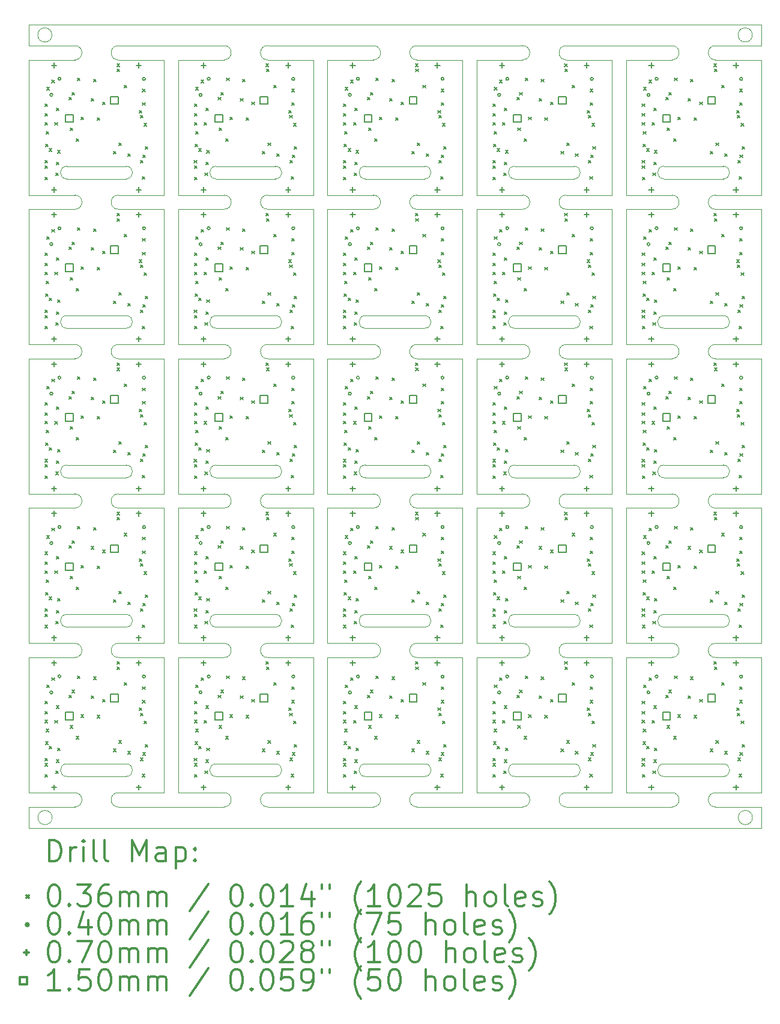
<source format=gbr>
%FSLAX45Y45*%
G04 Gerber Fmt 4.5, Leading zero omitted, Abs format (unit mm)*
G04 Created by KiCad (PCBNEW (5.1.9)-1) date 2021-09-16 12:17:50*
%MOMM*%
%LPD*%
G01*
G04 APERTURE LIST*
%TA.AperFunction,Profile*%
%ADD10C,0.050000*%
%TD*%
%ADD11C,0.200000*%
%ADD12C,0.300000*%
G04 APERTURE END LIST*
D10*
X14324255Y-14114705D02*
X13486055Y-14114705D01*
X12219255Y-14114705D02*
X11381055Y-14114705D01*
X10114255Y-14114705D02*
X9276055Y-14114705D01*
X8009255Y-14114705D02*
X7171055Y-14114705D01*
X5904255Y-14114705D02*
X5066055Y-14114705D01*
X14324255Y-12009705D02*
X13486055Y-12009705D01*
X12219255Y-12009705D02*
X11381055Y-12009705D01*
X10114255Y-12009705D02*
X9276055Y-12009705D01*
X8009255Y-12009705D02*
X7171055Y-12009705D01*
X5904255Y-12009705D02*
X5066055Y-12009705D01*
X14324255Y-9904705D02*
X13486055Y-9904705D01*
X12219255Y-9904705D02*
X11381055Y-9904705D01*
X10114255Y-9904705D02*
X9276055Y-9904705D01*
X8009255Y-9904705D02*
X7171055Y-9904705D01*
X5904255Y-9904705D02*
X5066055Y-9904705D01*
X14324255Y-7799705D02*
X13486055Y-7799705D01*
X12219255Y-7799705D02*
X11381055Y-7799705D01*
X10114255Y-7799705D02*
X9276055Y-7799705D01*
X8009255Y-7799705D02*
X7171055Y-7799705D01*
X5904255Y-7799705D02*
X5066055Y-7799705D01*
X14324255Y-5694705D02*
X13486055Y-5694705D01*
X12219255Y-5694705D02*
X11381055Y-5694705D01*
X10114255Y-5694705D02*
X9276055Y-5694705D01*
X8009255Y-5694705D02*
X7171055Y-5694705D01*
X14324255Y-13936905D02*
G75*
G02*
X14324255Y-14114705I0J-88900D01*
G01*
X12219255Y-13936905D02*
G75*
G02*
X12219255Y-14114705I0J-88900D01*
G01*
X10114255Y-13936905D02*
G75*
G02*
X10114255Y-14114705I0J-88900D01*
G01*
X8009255Y-13936905D02*
G75*
G02*
X8009255Y-14114705I0J-88900D01*
G01*
X5904255Y-13936905D02*
G75*
G02*
X5904255Y-14114705I0J-88900D01*
G01*
X14324255Y-11831905D02*
G75*
G02*
X14324255Y-12009705I0J-88900D01*
G01*
X12219255Y-11831905D02*
G75*
G02*
X12219255Y-12009705I0J-88900D01*
G01*
X10114255Y-11831905D02*
G75*
G02*
X10114255Y-12009705I0J-88900D01*
G01*
X8009255Y-11831905D02*
G75*
G02*
X8009255Y-12009705I0J-88900D01*
G01*
X5904255Y-11831905D02*
G75*
G02*
X5904255Y-12009705I0J-88900D01*
G01*
X14324255Y-9726905D02*
G75*
G02*
X14324255Y-9904705I0J-88900D01*
G01*
X12219255Y-9726905D02*
G75*
G02*
X12219255Y-9904705I0J-88900D01*
G01*
X10114255Y-9726905D02*
G75*
G02*
X10114255Y-9904705I0J-88900D01*
G01*
X8009255Y-9726905D02*
G75*
G02*
X8009255Y-9904705I0J-88900D01*
G01*
X5904255Y-9726905D02*
G75*
G02*
X5904255Y-9904705I0J-88900D01*
G01*
X14324255Y-7621905D02*
G75*
G02*
X14324255Y-7799705I0J-88900D01*
G01*
X12219255Y-7621905D02*
G75*
G02*
X12219255Y-7799705I0J-88900D01*
G01*
X10114255Y-7621905D02*
G75*
G02*
X10114255Y-7799705I0J-88900D01*
G01*
X8009255Y-7621905D02*
G75*
G02*
X8009255Y-7799705I0J-88900D01*
G01*
X5904255Y-7621905D02*
G75*
G02*
X5904255Y-7799705I0J-88900D01*
G01*
X14324255Y-5516905D02*
G75*
G02*
X14324255Y-5694705I0J-88900D01*
G01*
X12219255Y-5516905D02*
G75*
G02*
X12219255Y-5694705I0J-88900D01*
G01*
X10114255Y-5516905D02*
G75*
G02*
X10114255Y-5694705I0J-88900D01*
G01*
X8009255Y-5516905D02*
G75*
G02*
X8009255Y-5694705I0J-88900D01*
G01*
X13486055Y-14114705D02*
G75*
G02*
X13486055Y-13936905I0J88900D01*
G01*
X11381055Y-14114705D02*
G75*
G02*
X11381055Y-13936905I0J88900D01*
G01*
X9276055Y-14114705D02*
G75*
G02*
X9276055Y-13936905I0J88900D01*
G01*
X7171055Y-14114705D02*
G75*
G02*
X7171055Y-13936905I0J88900D01*
G01*
X5066055Y-14114705D02*
G75*
G02*
X5066055Y-13936905I0J88900D01*
G01*
X13486055Y-12009705D02*
G75*
G02*
X13486055Y-11831905I0J88900D01*
G01*
X11381055Y-12009705D02*
G75*
G02*
X11381055Y-11831905I0J88900D01*
G01*
X9276055Y-12009705D02*
G75*
G02*
X9276055Y-11831905I0J88900D01*
G01*
X7171055Y-12009705D02*
G75*
G02*
X7171055Y-11831905I0J88900D01*
G01*
X5066055Y-12009705D02*
G75*
G02*
X5066055Y-11831905I0J88900D01*
G01*
X13486055Y-9904705D02*
G75*
G02*
X13486055Y-9726905I0J88900D01*
G01*
X11381055Y-9904705D02*
G75*
G02*
X11381055Y-9726905I0J88900D01*
G01*
X9276055Y-9904705D02*
G75*
G02*
X9276055Y-9726905I0J88900D01*
G01*
X7171055Y-9904705D02*
G75*
G02*
X7171055Y-9726905I0J88900D01*
G01*
X5066055Y-9904705D02*
G75*
G02*
X5066055Y-9726905I0J88900D01*
G01*
X13486055Y-7799705D02*
G75*
G02*
X13486055Y-7621905I0J88900D01*
G01*
X11381055Y-7799705D02*
G75*
G02*
X11381055Y-7621905I0J88900D01*
G01*
X9276055Y-7799705D02*
G75*
G02*
X9276055Y-7621905I0J88900D01*
G01*
X7171055Y-7799705D02*
G75*
G02*
X7171055Y-7621905I0J88900D01*
G01*
X5066055Y-7799705D02*
G75*
G02*
X5066055Y-7621905I0J88900D01*
G01*
X13486055Y-5694705D02*
G75*
G02*
X13486055Y-5516905I0J88900D01*
G01*
X11381055Y-5694705D02*
G75*
G02*
X11381055Y-5516905I0J88900D01*
G01*
X9276055Y-5694705D02*
G75*
G02*
X9276055Y-5516905I0J88900D01*
G01*
X7171055Y-5694705D02*
G75*
G02*
X7171055Y-5516905I0J88900D01*
G01*
X14324255Y-13936905D02*
X13486055Y-13936905D01*
X12219255Y-13936905D02*
X11381055Y-13936905D01*
X10114255Y-13936905D02*
X9276055Y-13936905D01*
X8009255Y-13936905D02*
X7171055Y-13936905D01*
X5904255Y-13936905D02*
X5066055Y-13936905D01*
X14324255Y-11831905D02*
X13486055Y-11831905D01*
X12219255Y-11831905D02*
X11381055Y-11831905D01*
X10114255Y-11831905D02*
X9276055Y-11831905D01*
X8009255Y-11831905D02*
X7171055Y-11831905D01*
X5904255Y-11831905D02*
X5066055Y-11831905D01*
X14324255Y-9726905D02*
X13486055Y-9726905D01*
X12219255Y-9726905D02*
X11381055Y-9726905D01*
X10114255Y-9726905D02*
X9276055Y-9726905D01*
X8009255Y-9726905D02*
X7171055Y-9726905D01*
X5904255Y-9726905D02*
X5066055Y-9726905D01*
X14324255Y-7621905D02*
X13486055Y-7621905D01*
X12219255Y-7621905D02*
X11381055Y-7621905D01*
X10114255Y-7621905D02*
X9276055Y-7621905D01*
X8009255Y-7621905D02*
X7171055Y-7621905D01*
X5904255Y-7621905D02*
X5066055Y-7621905D01*
X14324255Y-5516905D02*
X13486055Y-5516905D01*
X12219255Y-5516905D02*
X11381055Y-5516905D01*
X10114255Y-5516905D02*
X9276055Y-5516905D01*
X8009255Y-5516905D02*
X7171055Y-5516905D01*
X5904255Y-5694705D02*
X5066055Y-5694705D01*
X5066055Y-5694705D02*
G75*
G02*
X5066055Y-5516905I0J88900D01*
G01*
X5904255Y-5516905D02*
G75*
G02*
X5904255Y-5694705I0J-88900D01*
G01*
X5904255Y-5516905D02*
X5066055Y-5516905D01*
X4535150Y-14843300D02*
X14860150Y-14843300D01*
X4535150Y-14543300D02*
X5180150Y-14543300D01*
X5792650Y-14543300D02*
X7285150Y-14543300D01*
X7897650Y-14543300D02*
X9390150Y-14543300D01*
X4535150Y-14543300D02*
X4535150Y-14843300D01*
X4860150Y-14693300D02*
G75*
G03*
X4860150Y-14693300I-100000J0D01*
G01*
X12107650Y-14543300D02*
X12755150Y-14543300D01*
X14212650Y-14543300D02*
X14860150Y-14543300D01*
X12955150Y-14543300D02*
X12755150Y-14543300D01*
X10002650Y-14543300D02*
X11495150Y-14543300D01*
X12955150Y-14543300D02*
X13600150Y-14543300D01*
X14860150Y-14543300D02*
X14860150Y-14843300D01*
X14735150Y-14693300D02*
G75*
G03*
X14735150Y-14693300I-100000J0D01*
G01*
X13600150Y-3818300D02*
X12107650Y-3818300D01*
X11495150Y-3818300D02*
X10002650Y-3818300D01*
X14857650Y-3818300D02*
X14857650Y-3518300D01*
X14857650Y-3518300D02*
X4532650Y-3518300D01*
X14857650Y-3818300D02*
X14212650Y-3818300D01*
X14732650Y-3668300D02*
G75*
G03*
X14732650Y-3668300I-100000J0D01*
G01*
X14857650Y-4018300D02*
X14857650Y-5923300D01*
X12952650Y-5923300D02*
X12952650Y-4018300D01*
X14857650Y-14343300D02*
X14212650Y-14343300D01*
X14857650Y-12438300D02*
X14212650Y-12438300D01*
X13600150Y-12438300D02*
X12952650Y-12438300D01*
X12952650Y-14343300D02*
X12952650Y-12438300D01*
X13600150Y-14343300D02*
X12952650Y-14343300D01*
X13600150Y-12238300D02*
G75*
G02*
X13600150Y-12438300I0J-100000D01*
G01*
X14212650Y-12438300D02*
G75*
G02*
X14212650Y-12238300I0J100000D01*
G01*
X14857650Y-12438300D02*
X14857650Y-14343300D01*
X14857650Y-6123300D02*
X14212650Y-6123300D01*
X14857650Y-8028300D02*
X14212650Y-8028300D01*
X14212650Y-6123300D02*
G75*
G02*
X14212650Y-5923300I0J100000D01*
G01*
X13600150Y-6123300D02*
X12952650Y-6123300D01*
X13600150Y-5923300D02*
G75*
G02*
X13600150Y-6123300I0J-100000D01*
G01*
X13600150Y-5923300D02*
X12952650Y-5923300D01*
X14857650Y-5923300D02*
X14212650Y-5923300D01*
X14212650Y-4018300D02*
G75*
G02*
X14212650Y-3818300I0J100000D01*
G01*
X13600150Y-4018300D02*
X12952650Y-4018300D01*
X13600150Y-14343300D02*
G75*
G02*
X13600150Y-14543300I0J-100000D01*
G01*
X14212650Y-14543300D02*
G75*
G02*
X14212650Y-14343300I0J100000D01*
G01*
X13600150Y-3818300D02*
G75*
G02*
X13600150Y-4018300I0J-100000D01*
G01*
X14857650Y-4018300D02*
X14212650Y-4018300D01*
X14857650Y-6123300D02*
X14857650Y-8028300D01*
X12952650Y-8028300D02*
X12952650Y-6123300D01*
X13600150Y-8028300D02*
X12952650Y-8028300D01*
X14857650Y-8228300D02*
X14857650Y-10133300D01*
X13600150Y-10333300D02*
X12952650Y-10333300D01*
X14857650Y-10333300D02*
X14857650Y-12238300D01*
X13600150Y-12238300D02*
X12952650Y-12238300D01*
X14212650Y-10333300D02*
G75*
G02*
X14212650Y-10133300I0J100000D01*
G01*
X13600150Y-10133300D02*
G75*
G02*
X13600150Y-10333300I0J-100000D01*
G01*
X14857650Y-12238300D02*
X14212650Y-12238300D01*
X14857650Y-10333300D02*
X14212650Y-10333300D01*
X12952650Y-10133300D02*
X12952650Y-8228300D01*
X12952650Y-12238300D02*
X12952650Y-10333300D01*
X14212650Y-8228300D02*
G75*
G02*
X14212650Y-8028300I0J100000D01*
G01*
X14857650Y-8228300D02*
X14212650Y-8228300D01*
X14857650Y-10133300D02*
X14212650Y-10133300D01*
X13600150Y-8028300D02*
G75*
G02*
X13600150Y-8228300I0J-100000D01*
G01*
X13600150Y-10133300D02*
X12952650Y-10133300D01*
X13600150Y-8228300D02*
X12952650Y-8228300D01*
X12752650Y-4018300D02*
X12752650Y-5923300D01*
X10847650Y-5923300D02*
X10847650Y-4018300D01*
X12752650Y-14343300D02*
X12107650Y-14343300D01*
X12752650Y-12438300D02*
X12107650Y-12438300D01*
X11495150Y-12438300D02*
X10847650Y-12438300D01*
X10847650Y-14343300D02*
X10847650Y-12438300D01*
X11495150Y-14343300D02*
X10847650Y-14343300D01*
X11495150Y-12238300D02*
G75*
G02*
X11495150Y-12438300I0J-100000D01*
G01*
X12107650Y-12438300D02*
G75*
G02*
X12107650Y-12238300I0J100000D01*
G01*
X12752650Y-12438300D02*
X12752650Y-14343300D01*
X12752650Y-6123300D02*
X12107650Y-6123300D01*
X12752650Y-8028300D02*
X12107650Y-8028300D01*
X12107650Y-6123300D02*
G75*
G02*
X12107650Y-5923300I0J100000D01*
G01*
X11495150Y-6123300D02*
X10847650Y-6123300D01*
X11495150Y-5923300D02*
G75*
G02*
X11495150Y-6123300I0J-100000D01*
G01*
X11495150Y-5923300D02*
X10847650Y-5923300D01*
X12752650Y-5923300D02*
X12107650Y-5923300D01*
X12107650Y-4018300D02*
G75*
G02*
X12107650Y-3818300I0J100000D01*
G01*
X11495150Y-4018300D02*
X10847650Y-4018300D01*
X11495150Y-14343300D02*
G75*
G02*
X11495150Y-14543300I0J-100000D01*
G01*
X12107650Y-14543300D02*
G75*
G02*
X12107650Y-14343300I0J100000D01*
G01*
X11495150Y-3818300D02*
G75*
G02*
X11495150Y-4018300I0J-100000D01*
G01*
X12752650Y-4018300D02*
X12107650Y-4018300D01*
X12752650Y-6123300D02*
X12752650Y-8028300D01*
X10847650Y-8028300D02*
X10847650Y-6123300D01*
X11495150Y-8028300D02*
X10847650Y-8028300D01*
X12752650Y-8228300D02*
X12752650Y-10133300D01*
X11495150Y-10333300D02*
X10847650Y-10333300D01*
X12752650Y-10333300D02*
X12752650Y-12238300D01*
X11495150Y-12238300D02*
X10847650Y-12238300D01*
X12107650Y-10333300D02*
G75*
G02*
X12107650Y-10133300I0J100000D01*
G01*
X11495150Y-10133300D02*
G75*
G02*
X11495150Y-10333300I0J-100000D01*
G01*
X12752650Y-12238300D02*
X12107650Y-12238300D01*
X12752650Y-10333300D02*
X12107650Y-10333300D01*
X10847650Y-10133300D02*
X10847650Y-8228300D01*
X10847650Y-12238300D02*
X10847650Y-10333300D01*
X12107650Y-8228300D02*
G75*
G02*
X12107650Y-8028300I0J100000D01*
G01*
X12752650Y-8228300D02*
X12107650Y-8228300D01*
X12752650Y-10133300D02*
X12107650Y-10133300D01*
X11495150Y-8028300D02*
G75*
G02*
X11495150Y-8228300I0J-100000D01*
G01*
X11495150Y-10133300D02*
X10847650Y-10133300D01*
X11495150Y-8228300D02*
X10847650Y-8228300D01*
X10647650Y-4018300D02*
X10647650Y-5923300D01*
X8742650Y-5923300D02*
X8742650Y-4018300D01*
X10647650Y-14343300D02*
X10002650Y-14343300D01*
X10647650Y-12438300D02*
X10002650Y-12438300D01*
X9390150Y-12438300D02*
X8742650Y-12438300D01*
X8742650Y-14343300D02*
X8742650Y-12438300D01*
X9390150Y-14343300D02*
X8742650Y-14343300D01*
X9390150Y-12238300D02*
G75*
G02*
X9390150Y-12438300I0J-100000D01*
G01*
X10002650Y-12438300D02*
G75*
G02*
X10002650Y-12238300I0J100000D01*
G01*
X10647650Y-12438300D02*
X10647650Y-14343300D01*
X10647650Y-6123300D02*
X10002650Y-6123300D01*
X10647650Y-8028300D02*
X10002650Y-8028300D01*
X10002650Y-6123300D02*
G75*
G02*
X10002650Y-5923300I0J100000D01*
G01*
X9390150Y-6123300D02*
X8742650Y-6123300D01*
X9390150Y-5923300D02*
G75*
G02*
X9390150Y-6123300I0J-100000D01*
G01*
X9390150Y-5923300D02*
X8742650Y-5923300D01*
X10647650Y-5923300D02*
X10002650Y-5923300D01*
X10002650Y-4018300D02*
G75*
G02*
X10002650Y-3818300I0J100000D01*
G01*
X9390150Y-4018300D02*
X8742650Y-4018300D01*
X9390150Y-14343300D02*
G75*
G02*
X9390150Y-14543300I0J-100000D01*
G01*
X10002650Y-14543300D02*
G75*
G02*
X10002650Y-14343300I0J100000D01*
G01*
X9390150Y-3818300D02*
G75*
G02*
X9390150Y-4018300I0J-100000D01*
G01*
X10647650Y-4018300D02*
X10002650Y-4018300D01*
X10647650Y-6123300D02*
X10647650Y-8028300D01*
X8742650Y-8028300D02*
X8742650Y-6123300D01*
X9390150Y-8028300D02*
X8742650Y-8028300D01*
X10647650Y-8228300D02*
X10647650Y-10133300D01*
X9390150Y-10333300D02*
X8742650Y-10333300D01*
X10647650Y-10333300D02*
X10647650Y-12238300D01*
X9390150Y-12238300D02*
X8742650Y-12238300D01*
X10002650Y-10333300D02*
G75*
G02*
X10002650Y-10133300I0J100000D01*
G01*
X9390150Y-10133300D02*
G75*
G02*
X9390150Y-10333300I0J-100000D01*
G01*
X10647650Y-12238300D02*
X10002650Y-12238300D01*
X10647650Y-10333300D02*
X10002650Y-10333300D01*
X8742650Y-10133300D02*
X8742650Y-8228300D01*
X8742650Y-12238300D02*
X8742650Y-10333300D01*
X10002650Y-8228300D02*
G75*
G02*
X10002650Y-8028300I0J100000D01*
G01*
X10647650Y-8228300D02*
X10002650Y-8228300D01*
X10647650Y-10133300D02*
X10002650Y-10133300D01*
X9390150Y-8028300D02*
G75*
G02*
X9390150Y-8228300I0J-100000D01*
G01*
X9390150Y-10133300D02*
X8742650Y-10133300D01*
X9390150Y-8228300D02*
X8742650Y-8228300D01*
X5792650Y-14543300D02*
G75*
G02*
X5792650Y-14343300I0J100000D01*
G01*
X7285150Y-14343300D02*
G75*
G02*
X7285150Y-14543300I0J-100000D01*
G01*
X7897650Y-14543300D02*
G75*
G02*
X7897650Y-14343300I0J100000D01*
G01*
X5180150Y-14343300D02*
G75*
G02*
X5180150Y-14543300I0J-100000D01*
G01*
X6437650Y-12438300D02*
X6437650Y-14343300D01*
X8542650Y-12438300D02*
X8542650Y-14343300D01*
X6637650Y-14343300D02*
X6637650Y-12438300D01*
X4532650Y-14343300D02*
X4532650Y-12438300D01*
X7285150Y-14343300D02*
X6637650Y-14343300D01*
X8542650Y-14343300D02*
X7897650Y-14343300D01*
X7897650Y-12438300D02*
G75*
G02*
X7897650Y-12238300I0J100000D01*
G01*
X7285150Y-12438300D02*
X6637650Y-12438300D01*
X5792650Y-12438300D02*
G75*
G02*
X5792650Y-12238300I0J100000D01*
G01*
X6437650Y-12438300D02*
X5792650Y-12438300D01*
X6437650Y-14343300D02*
X5792650Y-14343300D01*
X7285150Y-12238300D02*
G75*
G02*
X7285150Y-12438300I0J-100000D01*
G01*
X8542650Y-12438300D02*
X7897650Y-12438300D01*
X5180150Y-14343300D02*
X4532650Y-14343300D01*
X5180150Y-12438300D02*
X4532650Y-12438300D01*
X5180150Y-12238300D02*
G75*
G02*
X5180150Y-12438300I0J-100000D01*
G01*
X6437650Y-10333300D02*
X6437650Y-12238300D01*
X8542650Y-10333300D02*
X8542650Y-12238300D01*
X6637650Y-12238300D02*
X6637650Y-10333300D01*
X4532650Y-12238300D02*
X4532650Y-10333300D01*
X7285150Y-12238300D02*
X6637650Y-12238300D01*
X8542650Y-12238300D02*
X7897650Y-12238300D01*
X7897650Y-10333300D02*
G75*
G02*
X7897650Y-10133300I0J100000D01*
G01*
X7285150Y-10333300D02*
X6637650Y-10333300D01*
X5792650Y-10333300D02*
G75*
G02*
X5792650Y-10133300I0J100000D01*
G01*
X6437650Y-10333300D02*
X5792650Y-10333300D01*
X6437650Y-12238300D02*
X5792650Y-12238300D01*
X7285150Y-10133300D02*
G75*
G02*
X7285150Y-10333300I0J-100000D01*
G01*
X8542650Y-10333300D02*
X7897650Y-10333300D01*
X5180150Y-12238300D02*
X4532650Y-12238300D01*
X5180150Y-10333300D02*
X4532650Y-10333300D01*
X5180150Y-10133300D02*
G75*
G02*
X5180150Y-10333300I0J-100000D01*
G01*
X6437650Y-8228300D02*
X6437650Y-10133300D01*
X8542650Y-8228300D02*
X8542650Y-10133300D01*
X6637650Y-10133300D02*
X6637650Y-8228300D01*
X4532650Y-10133300D02*
X4532650Y-8228300D01*
X7285150Y-10133300D02*
X6637650Y-10133300D01*
X8542650Y-10133300D02*
X7897650Y-10133300D01*
X7897650Y-8228300D02*
G75*
G02*
X7897650Y-8028300I0J100000D01*
G01*
X7285150Y-8228300D02*
X6637650Y-8228300D01*
X5792650Y-8228300D02*
G75*
G02*
X5792650Y-8028300I0J100000D01*
G01*
X6437650Y-8228300D02*
X5792650Y-8228300D01*
X6437650Y-10133300D02*
X5792650Y-10133300D01*
X7285150Y-8028300D02*
G75*
G02*
X7285150Y-8228300I0J-100000D01*
G01*
X8542650Y-8228300D02*
X7897650Y-8228300D01*
X5180150Y-10133300D02*
X4532650Y-10133300D01*
X5180150Y-8228300D02*
X4532650Y-8228300D01*
X5180150Y-8028300D02*
G75*
G02*
X5180150Y-8228300I0J-100000D01*
G01*
X6437650Y-6123300D02*
X6437650Y-8028300D01*
X8542650Y-6123300D02*
X8542650Y-8028300D01*
X6637650Y-8028300D02*
X6637650Y-6123300D01*
X4532650Y-8028300D02*
X4532650Y-6123300D01*
X7285150Y-8028300D02*
X6637650Y-8028300D01*
X8542650Y-8028300D02*
X7897650Y-8028300D01*
X7897650Y-6123300D02*
G75*
G02*
X7897650Y-5923300I0J100000D01*
G01*
X7285150Y-6123300D02*
X6637650Y-6123300D01*
X5792650Y-6123300D02*
G75*
G02*
X5792650Y-5923300I0J100000D01*
G01*
X6437650Y-6123300D02*
X5792650Y-6123300D01*
X6437650Y-8028300D02*
X5792650Y-8028300D01*
X7285150Y-5923300D02*
G75*
G02*
X7285150Y-6123300I0J-100000D01*
G01*
X8542650Y-6123300D02*
X7897650Y-6123300D01*
X5180150Y-8028300D02*
X4532650Y-8028300D01*
X5180150Y-6123300D02*
X4532650Y-6123300D01*
X5180150Y-5923300D02*
G75*
G02*
X5180150Y-6123300I0J-100000D01*
G01*
X4857650Y-3668300D02*
G75*
G03*
X4857650Y-3668300I-100000J0D01*
G01*
X4532650Y-3818300D02*
X4532650Y-3518300D01*
X6437650Y-3818300D02*
X6637650Y-3818300D01*
X5180150Y-3818300D02*
X4532650Y-3818300D01*
X6437650Y-3818300D02*
X5792650Y-3818300D01*
X7285150Y-3818300D02*
X6637650Y-3818300D01*
X9390150Y-3818300D02*
X7897650Y-3818300D01*
X5180150Y-5923300D02*
X4532650Y-5923300D01*
X6437650Y-5923300D02*
X5792650Y-5923300D01*
X6437650Y-4018300D02*
X5792650Y-4018300D01*
X5180150Y-3818300D02*
G75*
G02*
X5180150Y-4018300I0J-100000D01*
G01*
X5792650Y-4018300D02*
G75*
G02*
X5792650Y-3818300I0J100000D01*
G01*
X5180150Y-4018300D02*
X4532650Y-4018300D01*
X8542650Y-4018300D02*
X7897650Y-4018300D01*
X7285150Y-3818300D02*
G75*
G02*
X7285150Y-4018300I0J-100000D01*
G01*
X7897650Y-4018300D02*
G75*
G02*
X7897650Y-3818300I0J100000D01*
G01*
X7285150Y-4018300D02*
X6637650Y-4018300D01*
X8542650Y-5923300D02*
X7897650Y-5923300D01*
X7285150Y-5923300D02*
X6637650Y-5923300D01*
X8542650Y-4018300D02*
X8542650Y-5923300D01*
X6637650Y-5923300D02*
X6637650Y-4018300D01*
X6437650Y-4018300D02*
X6437650Y-5923300D01*
X4532650Y-5923300D02*
X4532650Y-4018300D01*
D11*
X4758826Y-5437873D02*
X4794386Y-5473433D01*
X4794386Y-5437873D02*
X4758826Y-5473433D01*
X4758826Y-7542873D02*
X4794386Y-7578433D01*
X4794386Y-7542873D02*
X4758826Y-7578433D01*
X4758826Y-9647873D02*
X4794386Y-9683433D01*
X4794386Y-9647873D02*
X4758826Y-9683433D01*
X4758826Y-11752873D02*
X4794386Y-11788433D01*
X4794386Y-11752873D02*
X4758826Y-11788433D01*
X4758826Y-13857873D02*
X4794386Y-13893433D01*
X4794386Y-13857873D02*
X4758826Y-13893433D01*
X4759200Y-4636097D02*
X4794760Y-4671657D01*
X4794760Y-4636097D02*
X4759200Y-4671657D01*
X4759200Y-6741097D02*
X4794760Y-6776657D01*
X4794760Y-6741097D02*
X4759200Y-6776657D01*
X4759200Y-8846097D02*
X4794760Y-8881657D01*
X4794760Y-8846097D02*
X4759200Y-8881657D01*
X4759200Y-10951097D02*
X4794760Y-10986657D01*
X4794760Y-10951097D02*
X4759200Y-10986657D01*
X4759200Y-13056097D02*
X4794760Y-13091657D01*
X4794760Y-13056097D02*
X4759200Y-13091657D01*
X4759955Y-4902225D02*
X4795515Y-4937785D01*
X4795515Y-4902225D02*
X4759955Y-4937785D01*
X4759955Y-7007225D02*
X4795515Y-7042785D01*
X4795515Y-7007225D02*
X4759955Y-7042785D01*
X4759955Y-9112225D02*
X4795515Y-9147785D01*
X4795515Y-9112225D02*
X4759955Y-9147785D01*
X4759955Y-11217225D02*
X4795515Y-11252785D01*
X4795515Y-11217225D02*
X4759955Y-11252785D01*
X4759955Y-13322225D02*
X4795515Y-13357785D01*
X4795515Y-13322225D02*
X4759955Y-13357785D01*
X4759955Y-4777640D02*
X4795515Y-4813200D01*
X4795515Y-4777640D02*
X4759955Y-4813200D01*
X4759955Y-6882640D02*
X4795515Y-6918200D01*
X4795515Y-6882640D02*
X4759955Y-6918200D01*
X4759955Y-8987640D02*
X4795515Y-9023200D01*
X4795515Y-8987640D02*
X4759955Y-9023200D01*
X4759955Y-11092640D02*
X4795515Y-11128200D01*
X4795515Y-11092640D02*
X4759955Y-11128200D01*
X4759955Y-13197640D02*
X4795515Y-13233200D01*
X4795515Y-13197640D02*
X4759955Y-13233200D01*
X4759959Y-5511825D02*
X4795519Y-5547385D01*
X4795519Y-5511825D02*
X4759959Y-5547385D01*
X4759959Y-7616825D02*
X4795519Y-7652385D01*
X4795519Y-7616825D02*
X4759959Y-7652385D01*
X4759959Y-9721825D02*
X4795519Y-9757385D01*
X4795519Y-9721825D02*
X4759959Y-9757385D01*
X4759959Y-11826825D02*
X4795519Y-11862385D01*
X4795519Y-11826825D02*
X4759959Y-11862385D01*
X4759959Y-13931825D02*
X4795519Y-13967385D01*
X4795519Y-13931825D02*
X4759959Y-13967385D01*
X4760499Y-5669213D02*
X4796059Y-5704773D01*
X4796059Y-5669213D02*
X4760499Y-5704773D01*
X4760499Y-7774213D02*
X4796059Y-7809773D01*
X4796059Y-7774213D02*
X4760499Y-7809773D01*
X4760499Y-9879213D02*
X4796059Y-9914773D01*
X4796059Y-9879213D02*
X4760499Y-9914773D01*
X4760499Y-11984213D02*
X4796059Y-12019773D01*
X4796059Y-11984213D02*
X4760499Y-12019773D01*
X4760499Y-14089213D02*
X4796059Y-14124773D01*
X4796059Y-14089213D02*
X4760499Y-14124773D01*
X4768875Y-5207025D02*
X4804435Y-5242585D01*
X4804435Y-5207025D02*
X4768875Y-5242585D01*
X4768875Y-7312025D02*
X4804435Y-7347585D01*
X4804435Y-7312025D02*
X4768875Y-7347585D01*
X4768875Y-9417025D02*
X4804435Y-9452585D01*
X4804435Y-9417025D02*
X4768875Y-9452585D01*
X4768875Y-11522025D02*
X4804435Y-11557585D01*
X4804435Y-11522025D02*
X4768875Y-11557585D01*
X4768875Y-13627025D02*
X4804435Y-13662585D01*
X4804435Y-13627025D02*
X4768875Y-13662585D01*
X4776394Y-5029225D02*
X4811954Y-5064785D01*
X4811954Y-5029225D02*
X4776394Y-5064785D01*
X4776394Y-7134225D02*
X4811954Y-7169785D01*
X4811954Y-7134225D02*
X4776394Y-7169785D01*
X4776394Y-9239225D02*
X4811954Y-9274785D01*
X4811954Y-9239225D02*
X4776394Y-9274785D01*
X4776394Y-11344225D02*
X4811954Y-11379785D01*
X4811954Y-11344225D02*
X4776394Y-11379785D01*
X4776394Y-13449225D02*
X4811954Y-13484785D01*
X4811954Y-13449225D02*
X4776394Y-13484785D01*
X4781575Y-4406925D02*
X4817135Y-4442485D01*
X4817135Y-4406925D02*
X4781575Y-4442485D01*
X4781575Y-6511925D02*
X4817135Y-6547485D01*
X4817135Y-6511925D02*
X4781575Y-6547485D01*
X4781575Y-8616925D02*
X4817135Y-8652485D01*
X4817135Y-8616925D02*
X4781575Y-8652485D01*
X4781575Y-10721925D02*
X4817135Y-10757485D01*
X4817135Y-10721925D02*
X4781575Y-10757485D01*
X4781575Y-12826925D02*
X4817135Y-12862485D01*
X4817135Y-12826925D02*
X4781575Y-12862485D01*
X4821656Y-5270525D02*
X4857216Y-5306085D01*
X4857216Y-5270525D02*
X4821656Y-5306085D01*
X4821656Y-7375525D02*
X4857216Y-7411085D01*
X4857216Y-7375525D02*
X4821656Y-7411085D01*
X4821656Y-9480525D02*
X4857216Y-9516085D01*
X4857216Y-9480525D02*
X4821656Y-9516085D01*
X4821656Y-11585525D02*
X4857216Y-11621085D01*
X4857216Y-11585525D02*
X4821656Y-11621085D01*
X4821656Y-13690525D02*
X4857216Y-13726085D01*
X4857216Y-13690525D02*
X4821656Y-13726085D01*
X4856343Y-4303894D02*
X4891903Y-4339454D01*
X4891903Y-4303894D02*
X4856343Y-4339454D01*
X4856343Y-6408894D02*
X4891903Y-6444454D01*
X4891903Y-6408894D02*
X4856343Y-6444454D01*
X4856343Y-8513894D02*
X4891903Y-8549454D01*
X4891903Y-8513894D02*
X4856343Y-8549454D01*
X4856343Y-10618894D02*
X4891903Y-10654454D01*
X4891903Y-10618894D02*
X4856343Y-10654454D01*
X4856343Y-12723894D02*
X4891903Y-12759454D01*
X4891903Y-12723894D02*
X4856343Y-12759454D01*
X4898705Y-4903472D02*
X4934265Y-4939032D01*
X4934265Y-4903472D02*
X4898705Y-4939032D01*
X4898705Y-7008472D02*
X4934265Y-7044032D01*
X4934265Y-7008472D02*
X4898705Y-7044032D01*
X4898705Y-9113472D02*
X4934265Y-9149032D01*
X4934265Y-9113472D02*
X4898705Y-9149032D01*
X4898705Y-11218472D02*
X4934265Y-11254032D01*
X4934265Y-11218472D02*
X4898705Y-11254032D01*
X4898705Y-13323472D02*
X4934265Y-13359032D01*
X4934265Y-13323472D02*
X4898705Y-13359032D01*
X4911481Y-5615344D02*
X4947041Y-5650904D01*
X4947041Y-5615344D02*
X4911481Y-5650904D01*
X4911481Y-7720344D02*
X4947041Y-7755904D01*
X4947041Y-7720344D02*
X4911481Y-7755904D01*
X4911481Y-9825344D02*
X4947041Y-9860904D01*
X4947041Y-9825344D02*
X4911481Y-9860904D01*
X4911481Y-11930344D02*
X4947041Y-11965904D01*
X4947041Y-11930344D02*
X4911481Y-11965904D01*
X4911481Y-14035344D02*
X4947041Y-14070904D01*
X4947041Y-14035344D02*
X4911481Y-14070904D01*
X4921275Y-5461025D02*
X4956835Y-5496585D01*
X4956835Y-5461025D02*
X4921275Y-5496585D01*
X4921275Y-7566025D02*
X4956835Y-7601585D01*
X4956835Y-7566025D02*
X4921275Y-7601585D01*
X4921275Y-9671025D02*
X4956835Y-9706585D01*
X4956835Y-9671025D02*
X4921275Y-9706585D01*
X4921275Y-11776025D02*
X4956835Y-11811585D01*
X4956835Y-11776025D02*
X4921275Y-11811585D01*
X4921275Y-13881025D02*
X4956835Y-13916585D01*
X4956835Y-13881025D02*
X4921275Y-13916585D01*
X4921279Y-4699025D02*
X4956839Y-4734585D01*
X4956839Y-4699025D02*
X4921279Y-4734585D01*
X4921279Y-6804025D02*
X4956839Y-6839585D01*
X4956839Y-6804025D02*
X4921279Y-6839585D01*
X4921279Y-8909025D02*
X4956839Y-8944585D01*
X4956839Y-8909025D02*
X4921279Y-8944585D01*
X4921279Y-11014025D02*
X4956839Y-11049585D01*
X4956839Y-11014025D02*
X4921279Y-11049585D01*
X4921279Y-13119025D02*
X4956839Y-13154585D01*
X4956839Y-13119025D02*
X4921279Y-13154585D01*
X4935578Y-5294507D02*
X4971138Y-5330067D01*
X4971138Y-5294507D02*
X4935578Y-5330067D01*
X4935578Y-7399507D02*
X4971138Y-7435067D01*
X4971138Y-7399507D02*
X4935578Y-7435067D01*
X4935578Y-9504507D02*
X4971138Y-9540067D01*
X4971138Y-9504507D02*
X4935578Y-9540067D01*
X4935578Y-11609507D02*
X4971138Y-11645067D01*
X4971138Y-11609507D02*
X4935578Y-11645067D01*
X4935578Y-13714507D02*
X4971138Y-13750067D01*
X4971138Y-13714507D02*
X4935578Y-13750067D01*
X5096678Y-4549022D02*
X5132238Y-4584582D01*
X5132238Y-4549022D02*
X5096678Y-4584582D01*
X5096678Y-6654022D02*
X5132238Y-6689582D01*
X5132238Y-6654022D02*
X5096678Y-6689582D01*
X5096678Y-8759022D02*
X5132238Y-8794582D01*
X5132238Y-8759022D02*
X5096678Y-8794582D01*
X5096678Y-10864022D02*
X5132238Y-10899582D01*
X5132238Y-10864022D02*
X5096678Y-10899582D01*
X5096678Y-12969022D02*
X5132238Y-13004582D01*
X5132238Y-12969022D02*
X5096678Y-13004582D01*
X5111775Y-4978425D02*
X5147335Y-5013985D01*
X5147335Y-4978425D02*
X5111775Y-5013985D01*
X5111775Y-7083425D02*
X5147335Y-7118985D01*
X5147335Y-7083425D02*
X5111775Y-7118985D01*
X5111775Y-9188425D02*
X5147335Y-9223985D01*
X5147335Y-9188425D02*
X5111775Y-9223985D01*
X5111775Y-11293425D02*
X5147335Y-11328985D01*
X5147335Y-11293425D02*
X5111775Y-11328985D01*
X5111775Y-13398425D02*
X5147335Y-13433985D01*
X5147335Y-13398425D02*
X5111775Y-13433985D01*
X5137175Y-4478106D02*
X5172735Y-4513666D01*
X5172735Y-4478106D02*
X5137175Y-4513666D01*
X5137175Y-6583106D02*
X5172735Y-6618666D01*
X5172735Y-6583106D02*
X5137175Y-6618666D01*
X5137175Y-8688106D02*
X5172735Y-8723666D01*
X5172735Y-8688106D02*
X5137175Y-8723666D01*
X5137175Y-10793106D02*
X5172735Y-10828666D01*
X5172735Y-10793106D02*
X5137175Y-10828666D01*
X5137175Y-12898106D02*
X5172735Y-12933666D01*
X5172735Y-12898106D02*
X5137175Y-12933666D01*
X5200675Y-5130825D02*
X5236235Y-5166385D01*
X5236235Y-5130825D02*
X5200675Y-5166385D01*
X5200675Y-7235825D02*
X5236235Y-7271385D01*
X5236235Y-7235825D02*
X5200675Y-7271385D01*
X5200675Y-9340825D02*
X5236235Y-9376385D01*
X5236235Y-9340825D02*
X5200675Y-9376385D01*
X5200675Y-11445825D02*
X5236235Y-11481385D01*
X5236235Y-11445825D02*
X5200675Y-11481385D01*
X5200675Y-13550825D02*
X5236235Y-13586385D01*
X5236235Y-13550825D02*
X5200675Y-13586385D01*
X5216230Y-4276276D02*
X5251790Y-4311836D01*
X5251790Y-4276276D02*
X5216230Y-4311836D01*
X5216230Y-6381276D02*
X5251790Y-6416836D01*
X5251790Y-6381276D02*
X5216230Y-6416836D01*
X5216230Y-8486276D02*
X5251790Y-8521836D01*
X5251790Y-8486276D02*
X5216230Y-8521836D01*
X5216230Y-10591276D02*
X5251790Y-10626836D01*
X5251790Y-10591276D02*
X5216230Y-10626836D01*
X5216230Y-12696276D02*
X5251790Y-12731836D01*
X5251790Y-12696276D02*
X5216230Y-12731836D01*
X5264175Y-4826025D02*
X5299735Y-4861585D01*
X5299735Y-4826025D02*
X5264175Y-4861585D01*
X5264175Y-6931025D02*
X5299735Y-6966585D01*
X5299735Y-6931025D02*
X5264175Y-6966585D01*
X5264175Y-9036025D02*
X5299735Y-9071585D01*
X5299735Y-9036025D02*
X5264175Y-9071585D01*
X5264175Y-11141025D02*
X5299735Y-11176585D01*
X5299735Y-11141025D02*
X5264175Y-11176585D01*
X5264175Y-13246025D02*
X5299735Y-13281585D01*
X5299735Y-13246025D02*
X5264175Y-13281585D01*
X5410083Y-4560290D02*
X5445643Y-4595850D01*
X5445643Y-4560290D02*
X5410083Y-4595850D01*
X5410083Y-6665290D02*
X5445643Y-6700850D01*
X5445643Y-6665290D02*
X5410083Y-6700850D01*
X5410083Y-8770290D02*
X5445643Y-8805850D01*
X5445643Y-8770290D02*
X5410083Y-8805850D01*
X5410083Y-10875290D02*
X5445643Y-10910850D01*
X5445643Y-10875290D02*
X5410083Y-10910850D01*
X5410083Y-12980290D02*
X5445643Y-13015850D01*
X5445643Y-12980290D02*
X5410083Y-13015850D01*
X5441975Y-4292625D02*
X5477535Y-4328185D01*
X5477535Y-4292625D02*
X5441975Y-4328185D01*
X5441975Y-6397625D02*
X5477535Y-6433185D01*
X5477535Y-6397625D02*
X5441975Y-6433185D01*
X5441975Y-8502625D02*
X5477535Y-8538185D01*
X5477535Y-8502625D02*
X5441975Y-8538185D01*
X5441975Y-10607625D02*
X5477535Y-10643185D01*
X5477535Y-10607625D02*
X5441975Y-10643185D01*
X5441975Y-12712625D02*
X5477535Y-12748185D01*
X5477535Y-12712625D02*
X5441975Y-12748185D01*
X5492707Y-4833696D02*
X5528267Y-4869256D01*
X5528267Y-4833696D02*
X5492707Y-4869256D01*
X5492707Y-6938696D02*
X5528267Y-6974256D01*
X5528267Y-6938696D02*
X5492707Y-6974256D01*
X5492707Y-9043696D02*
X5528267Y-9079256D01*
X5528267Y-9043696D02*
X5492707Y-9079256D01*
X5492707Y-11148696D02*
X5528267Y-11184256D01*
X5528267Y-11148696D02*
X5492707Y-11184256D01*
X5492707Y-13253696D02*
X5528267Y-13289256D01*
X5528267Y-13253696D02*
X5492707Y-13289256D01*
X5571824Y-4611093D02*
X5607384Y-4646653D01*
X5607384Y-4611093D02*
X5571824Y-4646653D01*
X5571824Y-6716093D02*
X5607384Y-6751653D01*
X5607384Y-6716093D02*
X5571824Y-6751653D01*
X5571824Y-8821093D02*
X5607384Y-8856653D01*
X5607384Y-8821093D02*
X5571824Y-8856653D01*
X5571824Y-10926093D02*
X5607384Y-10961653D01*
X5607384Y-10926093D02*
X5571824Y-10961653D01*
X5571824Y-13031093D02*
X5607384Y-13066653D01*
X5607384Y-13031093D02*
X5571824Y-13066653D01*
X5721375Y-5308625D02*
X5756935Y-5344185D01*
X5756935Y-5308625D02*
X5721375Y-5344185D01*
X5721375Y-7413625D02*
X5756935Y-7449185D01*
X5756935Y-7413625D02*
X5721375Y-7449185D01*
X5721375Y-9518625D02*
X5756935Y-9554185D01*
X5756935Y-9518625D02*
X5721375Y-9554185D01*
X5721375Y-11623625D02*
X5756935Y-11659185D01*
X5756935Y-11623625D02*
X5721375Y-11659185D01*
X5721375Y-13728625D02*
X5756935Y-13764185D01*
X5756935Y-13728625D02*
X5721375Y-13764185D01*
X5772175Y-4076725D02*
X5807735Y-4112285D01*
X5807735Y-4076725D02*
X5772175Y-4112285D01*
X5772175Y-6181725D02*
X5807735Y-6217285D01*
X5807735Y-6181725D02*
X5772175Y-6217285D01*
X5772175Y-8286725D02*
X5807735Y-8322285D01*
X5807735Y-8286725D02*
X5772175Y-8322285D01*
X5772175Y-10391725D02*
X5807735Y-10427285D01*
X5807735Y-10391725D02*
X5772175Y-10427285D01*
X5772175Y-12496725D02*
X5807735Y-12532285D01*
X5807735Y-12496725D02*
X5772175Y-12532285D01*
X5777313Y-4150508D02*
X5812873Y-4186068D01*
X5812873Y-4150508D02*
X5777313Y-4186068D01*
X5777313Y-6255508D02*
X5812873Y-6291068D01*
X5812873Y-6255508D02*
X5777313Y-6291068D01*
X5777313Y-8360508D02*
X5812873Y-8396068D01*
X5812873Y-8360508D02*
X5777313Y-8396068D01*
X5777313Y-10465508D02*
X5812873Y-10501068D01*
X5812873Y-10465508D02*
X5777313Y-10501068D01*
X5777313Y-12570508D02*
X5812873Y-12606068D01*
X5812873Y-12570508D02*
X5777313Y-12606068D01*
X5800403Y-5190028D02*
X5835963Y-5225588D01*
X5835963Y-5190028D02*
X5800403Y-5225588D01*
X5800403Y-7295028D02*
X5835963Y-7330588D01*
X5835963Y-7295028D02*
X5800403Y-7330588D01*
X5800403Y-9400028D02*
X5835963Y-9435588D01*
X5835963Y-9400028D02*
X5800403Y-9435588D01*
X5800403Y-11505028D02*
X5835963Y-11540588D01*
X5835963Y-11505028D02*
X5800403Y-11540588D01*
X5800403Y-13610028D02*
X5835963Y-13645588D01*
X5835963Y-13610028D02*
X5800403Y-13645588D01*
X5878794Y-4373609D02*
X5914354Y-4409169D01*
X5914354Y-4373609D02*
X5878794Y-4409169D01*
X5878794Y-6478609D02*
X5914354Y-6514169D01*
X5914354Y-6478609D02*
X5878794Y-6514169D01*
X5878794Y-8583609D02*
X5914354Y-8619169D01*
X5914354Y-8583609D02*
X5878794Y-8619169D01*
X5878794Y-10688609D02*
X5914354Y-10724169D01*
X5914354Y-10688609D02*
X5878794Y-10724169D01*
X5878794Y-12793609D02*
X5914354Y-12829169D01*
X5914354Y-12793609D02*
X5878794Y-12829169D01*
X5924338Y-5342642D02*
X5959898Y-5378202D01*
X5959898Y-5342642D02*
X5924338Y-5378202D01*
X5924338Y-7447642D02*
X5959898Y-7483202D01*
X5959898Y-7447642D02*
X5924338Y-7483202D01*
X5924338Y-9552642D02*
X5959898Y-9588202D01*
X5959898Y-9552642D02*
X5924338Y-9588202D01*
X5924338Y-11657642D02*
X5959898Y-11693202D01*
X5959898Y-11657642D02*
X5924338Y-11693202D01*
X5924338Y-13762642D02*
X5959898Y-13798202D01*
X5959898Y-13762642D02*
X5924338Y-13798202D01*
X6091560Y-4730380D02*
X6127120Y-4765940D01*
X6127120Y-4730380D02*
X6091560Y-4765940D01*
X6091560Y-6835379D02*
X6127120Y-6870939D01*
X6127120Y-6835379D02*
X6091560Y-6870939D01*
X6091560Y-8940380D02*
X6127120Y-8975940D01*
X6127120Y-8940380D02*
X6091560Y-8975940D01*
X6091560Y-11045380D02*
X6127120Y-11080940D01*
X6127120Y-11045380D02*
X6091560Y-11080940D01*
X6091560Y-13150379D02*
X6127120Y-13185939D01*
X6127120Y-13150379D02*
X6091560Y-13185939D01*
X6104545Y-4803192D02*
X6140105Y-4838752D01*
X6140105Y-4803192D02*
X6104545Y-4838752D01*
X6104545Y-6908192D02*
X6140105Y-6943752D01*
X6140105Y-6908192D02*
X6104545Y-6943752D01*
X6104545Y-9013192D02*
X6140105Y-9048752D01*
X6140105Y-9013192D02*
X6104545Y-9048752D01*
X6104545Y-11118192D02*
X6140105Y-11153752D01*
X6140105Y-11118192D02*
X6104545Y-11153752D01*
X6104545Y-13223192D02*
X6140105Y-13258752D01*
X6140105Y-13223192D02*
X6104545Y-13258752D01*
X6106794Y-5434881D02*
X6142354Y-5470441D01*
X6142354Y-5434881D02*
X6106794Y-5470441D01*
X6106794Y-7539881D02*
X6142354Y-7575441D01*
X6142354Y-7539881D02*
X6106794Y-7575441D01*
X6106794Y-9644881D02*
X6142354Y-9680441D01*
X6142354Y-9644881D02*
X6106794Y-9680441D01*
X6106794Y-11749881D02*
X6142354Y-11785441D01*
X6142354Y-11749881D02*
X6106794Y-11785441D01*
X6106794Y-13854881D02*
X6142354Y-13890441D01*
X6142354Y-13854881D02*
X6106794Y-13890441D01*
X6127775Y-5664225D02*
X6163335Y-5699785D01*
X6163335Y-5664225D02*
X6127775Y-5699785D01*
X6127775Y-7769225D02*
X6163335Y-7804785D01*
X6163335Y-7769225D02*
X6127775Y-7804785D01*
X6127775Y-9874225D02*
X6163335Y-9909785D01*
X6163335Y-9874225D02*
X6127775Y-9909785D01*
X6127775Y-11979225D02*
X6163335Y-12014785D01*
X6163335Y-11979225D02*
X6127775Y-12014785D01*
X6127775Y-14084225D02*
X6163335Y-14119785D01*
X6163335Y-14084225D02*
X6127775Y-14119785D01*
X6134561Y-4431521D02*
X6170121Y-4467081D01*
X6170121Y-4431521D02*
X6134561Y-4467081D01*
X6134561Y-4622825D02*
X6170121Y-4658385D01*
X6170121Y-4622825D02*
X6134561Y-4658385D01*
X6134561Y-6536521D02*
X6170121Y-6572081D01*
X6170121Y-6536521D02*
X6134561Y-6572081D01*
X6134561Y-6727825D02*
X6170121Y-6763385D01*
X6170121Y-6727825D02*
X6134561Y-6763385D01*
X6134561Y-8641521D02*
X6170121Y-8677081D01*
X6170121Y-8641521D02*
X6134561Y-8677081D01*
X6134561Y-8832825D02*
X6170121Y-8868385D01*
X6170121Y-8832825D02*
X6134561Y-8868385D01*
X6134561Y-10746521D02*
X6170121Y-10782081D01*
X6170121Y-10746521D02*
X6134561Y-10782081D01*
X6134561Y-10937825D02*
X6170121Y-10973385D01*
X6170121Y-10937825D02*
X6134561Y-10973385D01*
X6134561Y-12851521D02*
X6170121Y-12887081D01*
X6170121Y-12851521D02*
X6134561Y-12887081D01*
X6134561Y-13042825D02*
X6170121Y-13078385D01*
X6170121Y-13042825D02*
X6134561Y-13078385D01*
X6140238Y-5359425D02*
X6175798Y-5394985D01*
X6175798Y-5359425D02*
X6140238Y-5394985D01*
X6140238Y-7464425D02*
X6175798Y-7499985D01*
X6175798Y-7464425D02*
X6140238Y-7499985D01*
X6140238Y-9569425D02*
X6175798Y-9604985D01*
X6175798Y-9569425D02*
X6140238Y-9604985D01*
X6140238Y-11674425D02*
X6175798Y-11709985D01*
X6175798Y-11674425D02*
X6140238Y-11709985D01*
X6140238Y-13779425D02*
X6175798Y-13814985D01*
X6175798Y-13779425D02*
X6140238Y-13814985D01*
X6156349Y-4915119D02*
X6191909Y-4950679D01*
X6191909Y-4915119D02*
X6156349Y-4950679D01*
X6156349Y-7020119D02*
X6191909Y-7055679D01*
X6191909Y-7020119D02*
X6156349Y-7055679D01*
X6156349Y-9125119D02*
X6191909Y-9160679D01*
X6191909Y-9125119D02*
X6156349Y-9160679D01*
X6156349Y-11230119D02*
X6191909Y-11265679D01*
X6191909Y-11230119D02*
X6156349Y-11265679D01*
X6156349Y-13335119D02*
X6191909Y-13370679D01*
X6191909Y-13335119D02*
X6156349Y-13370679D01*
X6170539Y-5241308D02*
X6206099Y-5276868D01*
X6206099Y-5241308D02*
X6170539Y-5276868D01*
X6170539Y-7346308D02*
X6206099Y-7381868D01*
X6206099Y-7346308D02*
X6170539Y-7381868D01*
X6170539Y-9451308D02*
X6206099Y-9486868D01*
X6206099Y-9451308D02*
X6170539Y-9486868D01*
X6170539Y-11556308D02*
X6206099Y-11591868D01*
X6206099Y-11556308D02*
X6170539Y-11591868D01*
X6170539Y-13661308D02*
X6206099Y-13696868D01*
X6206099Y-13661308D02*
X6170539Y-13696868D01*
X6863826Y-5437873D02*
X6899386Y-5473433D01*
X6899386Y-5437873D02*
X6863826Y-5473433D01*
X6863826Y-7542873D02*
X6899386Y-7578433D01*
X6899386Y-7542873D02*
X6863826Y-7578433D01*
X6863826Y-9647873D02*
X6899386Y-9683433D01*
X6899386Y-9647873D02*
X6863826Y-9683433D01*
X6863826Y-11752873D02*
X6899386Y-11788433D01*
X6899386Y-11752873D02*
X6863826Y-11788433D01*
X6863826Y-13857873D02*
X6899386Y-13893433D01*
X6899386Y-13857873D02*
X6863826Y-13893433D01*
X6864200Y-4636097D02*
X6899760Y-4671657D01*
X6899760Y-4636097D02*
X6864200Y-4671657D01*
X6864200Y-6741097D02*
X6899760Y-6776657D01*
X6899760Y-6741097D02*
X6864200Y-6776657D01*
X6864200Y-8846097D02*
X6899760Y-8881657D01*
X6899760Y-8846097D02*
X6864200Y-8881657D01*
X6864200Y-10951097D02*
X6899760Y-10986657D01*
X6899760Y-10951097D02*
X6864200Y-10986657D01*
X6864200Y-13056097D02*
X6899760Y-13091657D01*
X6899760Y-13056097D02*
X6864200Y-13091657D01*
X6864955Y-4902225D02*
X6900515Y-4937785D01*
X6900515Y-4902225D02*
X6864955Y-4937785D01*
X6864955Y-7007225D02*
X6900515Y-7042785D01*
X6900515Y-7007225D02*
X6864955Y-7042785D01*
X6864955Y-9112225D02*
X6900515Y-9147785D01*
X6900515Y-9112225D02*
X6864955Y-9147785D01*
X6864955Y-11217225D02*
X6900515Y-11252785D01*
X6900515Y-11217225D02*
X6864955Y-11252785D01*
X6864955Y-13322225D02*
X6900515Y-13357785D01*
X6900515Y-13322225D02*
X6864955Y-13357785D01*
X6864955Y-4777640D02*
X6900515Y-4813200D01*
X6900515Y-4777640D02*
X6864955Y-4813200D01*
X6864955Y-6882640D02*
X6900515Y-6918200D01*
X6900515Y-6882640D02*
X6864955Y-6918200D01*
X6864955Y-8987640D02*
X6900515Y-9023200D01*
X6900515Y-8987640D02*
X6864955Y-9023200D01*
X6864955Y-11092640D02*
X6900515Y-11128200D01*
X6900515Y-11092640D02*
X6864955Y-11128200D01*
X6864955Y-13197640D02*
X6900515Y-13233200D01*
X6900515Y-13197640D02*
X6864955Y-13233200D01*
X6864959Y-5511825D02*
X6900519Y-5547385D01*
X6900519Y-5511825D02*
X6864959Y-5547385D01*
X6864959Y-7616825D02*
X6900519Y-7652385D01*
X6900519Y-7616825D02*
X6864959Y-7652385D01*
X6864959Y-9721825D02*
X6900519Y-9757385D01*
X6900519Y-9721825D02*
X6864959Y-9757385D01*
X6864959Y-11826825D02*
X6900519Y-11862385D01*
X6900519Y-11826825D02*
X6864959Y-11862385D01*
X6864959Y-13931825D02*
X6900519Y-13967385D01*
X6900519Y-13931825D02*
X6864959Y-13967385D01*
X6865499Y-5669213D02*
X6901059Y-5704773D01*
X6901059Y-5669213D02*
X6865499Y-5704773D01*
X6865499Y-7774213D02*
X6901059Y-7809773D01*
X6901059Y-7774213D02*
X6865499Y-7809773D01*
X6865499Y-9879213D02*
X6901059Y-9914773D01*
X6901059Y-9879213D02*
X6865499Y-9914773D01*
X6865499Y-11984213D02*
X6901059Y-12019773D01*
X6901059Y-11984213D02*
X6865499Y-12019773D01*
X6865499Y-14089213D02*
X6901059Y-14124773D01*
X6901059Y-14089213D02*
X6865499Y-14124773D01*
X6873875Y-5207025D02*
X6909435Y-5242585D01*
X6909435Y-5207025D02*
X6873875Y-5242585D01*
X6873875Y-7312025D02*
X6909435Y-7347585D01*
X6909435Y-7312025D02*
X6873875Y-7347585D01*
X6873875Y-9417025D02*
X6909435Y-9452585D01*
X6909435Y-9417025D02*
X6873875Y-9452585D01*
X6873875Y-11522025D02*
X6909435Y-11557585D01*
X6909435Y-11522025D02*
X6873875Y-11557585D01*
X6873875Y-13627025D02*
X6909435Y-13662585D01*
X6909435Y-13627025D02*
X6873875Y-13662585D01*
X6881394Y-5029225D02*
X6916954Y-5064785D01*
X6916954Y-5029225D02*
X6881394Y-5064785D01*
X6881394Y-7134225D02*
X6916954Y-7169785D01*
X6916954Y-7134225D02*
X6881394Y-7169785D01*
X6881394Y-9239225D02*
X6916954Y-9274785D01*
X6916954Y-9239225D02*
X6881394Y-9274785D01*
X6881394Y-11344225D02*
X6916954Y-11379785D01*
X6916954Y-11344225D02*
X6881394Y-11379785D01*
X6881394Y-13449225D02*
X6916954Y-13484785D01*
X6916954Y-13449225D02*
X6881394Y-13484785D01*
X6886574Y-4406925D02*
X6922134Y-4442485D01*
X6922134Y-4406925D02*
X6886574Y-4442485D01*
X6886574Y-6511925D02*
X6922134Y-6547485D01*
X6922134Y-6511925D02*
X6886574Y-6547485D01*
X6886574Y-8616925D02*
X6922134Y-8652485D01*
X6922134Y-8616925D02*
X6886574Y-8652485D01*
X6886574Y-10721925D02*
X6922134Y-10757485D01*
X6922134Y-10721925D02*
X6886574Y-10757485D01*
X6886574Y-12826925D02*
X6922134Y-12862485D01*
X6922134Y-12826925D02*
X6886574Y-12862485D01*
X6926656Y-5270525D02*
X6962216Y-5306085D01*
X6962216Y-5270525D02*
X6926656Y-5306085D01*
X6926656Y-7375525D02*
X6962216Y-7411085D01*
X6962216Y-7375525D02*
X6926656Y-7411085D01*
X6926656Y-9480525D02*
X6962216Y-9516085D01*
X6962216Y-9480525D02*
X6926656Y-9516085D01*
X6926656Y-11585525D02*
X6962216Y-11621085D01*
X6962216Y-11585525D02*
X6926656Y-11621085D01*
X6926656Y-13690525D02*
X6962216Y-13726085D01*
X6962216Y-13690525D02*
X6926656Y-13726085D01*
X6961343Y-4303894D02*
X6996903Y-4339454D01*
X6996903Y-4303894D02*
X6961343Y-4339454D01*
X6961343Y-6408894D02*
X6996903Y-6444454D01*
X6996903Y-6408894D02*
X6961343Y-6444454D01*
X6961343Y-8513894D02*
X6996903Y-8549454D01*
X6996903Y-8513894D02*
X6961343Y-8549454D01*
X6961343Y-10618894D02*
X6996903Y-10654454D01*
X6996903Y-10618894D02*
X6961343Y-10654454D01*
X6961343Y-12723894D02*
X6996903Y-12759454D01*
X6996903Y-12723894D02*
X6961343Y-12759454D01*
X7003705Y-4903472D02*
X7039265Y-4939032D01*
X7039265Y-4903472D02*
X7003705Y-4939032D01*
X7003705Y-7008472D02*
X7039265Y-7044032D01*
X7039265Y-7008472D02*
X7003705Y-7044032D01*
X7003705Y-9113472D02*
X7039265Y-9149032D01*
X7039265Y-9113472D02*
X7003705Y-9149032D01*
X7003705Y-11218472D02*
X7039265Y-11254032D01*
X7039265Y-11218472D02*
X7003705Y-11254032D01*
X7003705Y-13323472D02*
X7039265Y-13359032D01*
X7039265Y-13323472D02*
X7003705Y-13359032D01*
X7016481Y-5615344D02*
X7052041Y-5650904D01*
X7052041Y-5615344D02*
X7016481Y-5650904D01*
X7016481Y-7720344D02*
X7052041Y-7755904D01*
X7052041Y-7720344D02*
X7016481Y-7755904D01*
X7016481Y-9825344D02*
X7052041Y-9860904D01*
X7052041Y-9825344D02*
X7016481Y-9860904D01*
X7016481Y-11930344D02*
X7052041Y-11965904D01*
X7052041Y-11930344D02*
X7016481Y-11965904D01*
X7016481Y-14035344D02*
X7052041Y-14070904D01*
X7052041Y-14035344D02*
X7016481Y-14070904D01*
X7026275Y-5461025D02*
X7061835Y-5496585D01*
X7061835Y-5461025D02*
X7026275Y-5496585D01*
X7026275Y-7566025D02*
X7061835Y-7601585D01*
X7061835Y-7566025D02*
X7026275Y-7601585D01*
X7026275Y-9671025D02*
X7061835Y-9706585D01*
X7061835Y-9671025D02*
X7026275Y-9706585D01*
X7026275Y-11776025D02*
X7061835Y-11811585D01*
X7061835Y-11776025D02*
X7026275Y-11811585D01*
X7026275Y-13881025D02*
X7061835Y-13916585D01*
X7061835Y-13881025D02*
X7026275Y-13916585D01*
X7026279Y-4699025D02*
X7061839Y-4734585D01*
X7061839Y-4699025D02*
X7026279Y-4734585D01*
X7026279Y-6804025D02*
X7061839Y-6839585D01*
X7061839Y-6804025D02*
X7026279Y-6839585D01*
X7026279Y-8909025D02*
X7061839Y-8944585D01*
X7061839Y-8909025D02*
X7026279Y-8944585D01*
X7026279Y-11014025D02*
X7061839Y-11049585D01*
X7061839Y-11014025D02*
X7026279Y-11049585D01*
X7026279Y-13119025D02*
X7061839Y-13154585D01*
X7061839Y-13119025D02*
X7026279Y-13154585D01*
X7040578Y-5294507D02*
X7076138Y-5330067D01*
X7076138Y-5294507D02*
X7040578Y-5330067D01*
X7040578Y-7399507D02*
X7076138Y-7435067D01*
X7076138Y-7399507D02*
X7040578Y-7435067D01*
X7040578Y-9504507D02*
X7076138Y-9540067D01*
X7076138Y-9504507D02*
X7040578Y-9540067D01*
X7040578Y-11609507D02*
X7076138Y-11645067D01*
X7076138Y-11609507D02*
X7040578Y-11645067D01*
X7040578Y-13714507D02*
X7076138Y-13750067D01*
X7076138Y-13714507D02*
X7040578Y-13750067D01*
X7201678Y-4549022D02*
X7237238Y-4584582D01*
X7237238Y-4549022D02*
X7201678Y-4584582D01*
X7201678Y-6654022D02*
X7237238Y-6689582D01*
X7237238Y-6654022D02*
X7201678Y-6689582D01*
X7201678Y-8759022D02*
X7237238Y-8794582D01*
X7237238Y-8759022D02*
X7201678Y-8794582D01*
X7201678Y-10864022D02*
X7237238Y-10899582D01*
X7237238Y-10864022D02*
X7201678Y-10899582D01*
X7201678Y-12969022D02*
X7237238Y-13004582D01*
X7237238Y-12969022D02*
X7201678Y-13004582D01*
X7216775Y-4978425D02*
X7252335Y-5013985D01*
X7252335Y-4978425D02*
X7216775Y-5013985D01*
X7216775Y-7083425D02*
X7252335Y-7118985D01*
X7252335Y-7083425D02*
X7216775Y-7118985D01*
X7216775Y-9188425D02*
X7252335Y-9223985D01*
X7252335Y-9188425D02*
X7216775Y-9223985D01*
X7216775Y-11293425D02*
X7252335Y-11328985D01*
X7252335Y-11293425D02*
X7216775Y-11328985D01*
X7216775Y-13398425D02*
X7252335Y-13433985D01*
X7252335Y-13398425D02*
X7216775Y-13433985D01*
X7242175Y-4478106D02*
X7277735Y-4513666D01*
X7277735Y-4478106D02*
X7242175Y-4513666D01*
X7242175Y-6583106D02*
X7277735Y-6618666D01*
X7277735Y-6583106D02*
X7242175Y-6618666D01*
X7242175Y-8688106D02*
X7277735Y-8723666D01*
X7277735Y-8688106D02*
X7242175Y-8723666D01*
X7242175Y-10793106D02*
X7277735Y-10828666D01*
X7277735Y-10793106D02*
X7242175Y-10828666D01*
X7242175Y-12898106D02*
X7277735Y-12933666D01*
X7277735Y-12898106D02*
X7242175Y-12933666D01*
X7305675Y-5130825D02*
X7341235Y-5166385D01*
X7341235Y-5130825D02*
X7305675Y-5166385D01*
X7305675Y-7235825D02*
X7341235Y-7271385D01*
X7341235Y-7235825D02*
X7305675Y-7271385D01*
X7305675Y-9340825D02*
X7341235Y-9376385D01*
X7341235Y-9340825D02*
X7305675Y-9376385D01*
X7305675Y-11445825D02*
X7341235Y-11481385D01*
X7341235Y-11445825D02*
X7305675Y-11481385D01*
X7305675Y-13550825D02*
X7341235Y-13586385D01*
X7341235Y-13550825D02*
X7305675Y-13586385D01*
X7321230Y-4276276D02*
X7356790Y-4311836D01*
X7356790Y-4276276D02*
X7321230Y-4311836D01*
X7321230Y-6381276D02*
X7356790Y-6416836D01*
X7356790Y-6381276D02*
X7321230Y-6416836D01*
X7321230Y-8486276D02*
X7356790Y-8521836D01*
X7356790Y-8486276D02*
X7321230Y-8521836D01*
X7321230Y-10591276D02*
X7356790Y-10626836D01*
X7356790Y-10591276D02*
X7321230Y-10626836D01*
X7321230Y-12696276D02*
X7356790Y-12731836D01*
X7356790Y-12696276D02*
X7321230Y-12731836D01*
X7369175Y-4826025D02*
X7404735Y-4861585D01*
X7404735Y-4826025D02*
X7369175Y-4861585D01*
X7369175Y-6931025D02*
X7404735Y-6966585D01*
X7404735Y-6931025D02*
X7369175Y-6966585D01*
X7369175Y-9036025D02*
X7404735Y-9071585D01*
X7404735Y-9036025D02*
X7369175Y-9071585D01*
X7369175Y-11141025D02*
X7404735Y-11176585D01*
X7404735Y-11141025D02*
X7369175Y-11176585D01*
X7369175Y-13246025D02*
X7404735Y-13281585D01*
X7404735Y-13246025D02*
X7369175Y-13281585D01*
X7515083Y-4560290D02*
X7550643Y-4595850D01*
X7550643Y-4560290D02*
X7515083Y-4595850D01*
X7515083Y-6665290D02*
X7550643Y-6700850D01*
X7550643Y-6665290D02*
X7515083Y-6700850D01*
X7515083Y-8770290D02*
X7550643Y-8805850D01*
X7550643Y-8770290D02*
X7515083Y-8805850D01*
X7515083Y-10875290D02*
X7550643Y-10910850D01*
X7550643Y-10875290D02*
X7515083Y-10910850D01*
X7515083Y-12980290D02*
X7550643Y-13015850D01*
X7550643Y-12980290D02*
X7515083Y-13015850D01*
X7546975Y-4292625D02*
X7582535Y-4328185D01*
X7582535Y-4292625D02*
X7546975Y-4328185D01*
X7546975Y-6397625D02*
X7582535Y-6433185D01*
X7582535Y-6397625D02*
X7546975Y-6433185D01*
X7546975Y-8502625D02*
X7582535Y-8538185D01*
X7582535Y-8502625D02*
X7546975Y-8538185D01*
X7546975Y-10607625D02*
X7582535Y-10643185D01*
X7582535Y-10607625D02*
X7546975Y-10643185D01*
X7546975Y-12712625D02*
X7582535Y-12748185D01*
X7582535Y-12712625D02*
X7546975Y-12748185D01*
X7597707Y-4833696D02*
X7633267Y-4869256D01*
X7633267Y-4833696D02*
X7597707Y-4869256D01*
X7597707Y-6938696D02*
X7633267Y-6974256D01*
X7633267Y-6938696D02*
X7597707Y-6974256D01*
X7597707Y-9043696D02*
X7633267Y-9079256D01*
X7633267Y-9043696D02*
X7597707Y-9079256D01*
X7597707Y-11148696D02*
X7633267Y-11184256D01*
X7633267Y-11148696D02*
X7597707Y-11184256D01*
X7597707Y-13253696D02*
X7633267Y-13289256D01*
X7633267Y-13253696D02*
X7597707Y-13289256D01*
X7676824Y-4611093D02*
X7712384Y-4646653D01*
X7712384Y-4611093D02*
X7676824Y-4646653D01*
X7676824Y-6716093D02*
X7712384Y-6751653D01*
X7712384Y-6716093D02*
X7676824Y-6751653D01*
X7676824Y-8821093D02*
X7712384Y-8856653D01*
X7712384Y-8821093D02*
X7676824Y-8856653D01*
X7676824Y-10926093D02*
X7712384Y-10961653D01*
X7712384Y-10926093D02*
X7676824Y-10961653D01*
X7676824Y-13031093D02*
X7712384Y-13066653D01*
X7712384Y-13031093D02*
X7676824Y-13066653D01*
X7826375Y-5308625D02*
X7861935Y-5344185D01*
X7861935Y-5308625D02*
X7826375Y-5344185D01*
X7826375Y-7413625D02*
X7861935Y-7449185D01*
X7861935Y-7413625D02*
X7826375Y-7449185D01*
X7826375Y-9518625D02*
X7861935Y-9554185D01*
X7861935Y-9518625D02*
X7826375Y-9554185D01*
X7826375Y-11623625D02*
X7861935Y-11659185D01*
X7861935Y-11623625D02*
X7826375Y-11659185D01*
X7826375Y-13728625D02*
X7861935Y-13764185D01*
X7861935Y-13728625D02*
X7826375Y-13764185D01*
X7877175Y-4076725D02*
X7912735Y-4112285D01*
X7912735Y-4076725D02*
X7877175Y-4112285D01*
X7877175Y-6181725D02*
X7912735Y-6217285D01*
X7912735Y-6181725D02*
X7877175Y-6217285D01*
X7877175Y-8286725D02*
X7912735Y-8322285D01*
X7912735Y-8286725D02*
X7877175Y-8322285D01*
X7877175Y-10391725D02*
X7912735Y-10427285D01*
X7912735Y-10391725D02*
X7877175Y-10427285D01*
X7877175Y-12496725D02*
X7912735Y-12532285D01*
X7912735Y-12496725D02*
X7877175Y-12532285D01*
X7882313Y-4150508D02*
X7917873Y-4186068D01*
X7917873Y-4150508D02*
X7882313Y-4186068D01*
X7882313Y-6255508D02*
X7917873Y-6291068D01*
X7917873Y-6255508D02*
X7882313Y-6291068D01*
X7882313Y-8360508D02*
X7917873Y-8396068D01*
X7917873Y-8360508D02*
X7882313Y-8396068D01*
X7882313Y-10465508D02*
X7917873Y-10501068D01*
X7917873Y-10465508D02*
X7882313Y-10501068D01*
X7882313Y-12570508D02*
X7917873Y-12606068D01*
X7917873Y-12570508D02*
X7882313Y-12606068D01*
X7905403Y-5190028D02*
X7940963Y-5225588D01*
X7940963Y-5190028D02*
X7905403Y-5225588D01*
X7905403Y-7295028D02*
X7940963Y-7330588D01*
X7940963Y-7295028D02*
X7905403Y-7330588D01*
X7905403Y-9400028D02*
X7940963Y-9435588D01*
X7940963Y-9400028D02*
X7905403Y-9435588D01*
X7905403Y-11505028D02*
X7940963Y-11540588D01*
X7940963Y-11505028D02*
X7905403Y-11540588D01*
X7905403Y-13610028D02*
X7940963Y-13645588D01*
X7940963Y-13610028D02*
X7905403Y-13645588D01*
X7983794Y-4373609D02*
X8019354Y-4409169D01*
X8019354Y-4373609D02*
X7983794Y-4409169D01*
X7983794Y-6478609D02*
X8019354Y-6514169D01*
X8019354Y-6478609D02*
X7983794Y-6514169D01*
X7983794Y-8583609D02*
X8019354Y-8619169D01*
X8019354Y-8583609D02*
X7983794Y-8619169D01*
X7983794Y-10688609D02*
X8019354Y-10724169D01*
X8019354Y-10688609D02*
X7983794Y-10724169D01*
X7983794Y-12793609D02*
X8019354Y-12829169D01*
X8019354Y-12793609D02*
X7983794Y-12829169D01*
X8029338Y-5342642D02*
X8064898Y-5378202D01*
X8064898Y-5342642D02*
X8029338Y-5378202D01*
X8029338Y-7447642D02*
X8064898Y-7483202D01*
X8064898Y-7447642D02*
X8029338Y-7483202D01*
X8029338Y-9552642D02*
X8064898Y-9588202D01*
X8064898Y-9552642D02*
X8029338Y-9588202D01*
X8029338Y-11657642D02*
X8064898Y-11693202D01*
X8064898Y-11657642D02*
X8029338Y-11693202D01*
X8029338Y-13762642D02*
X8064898Y-13798202D01*
X8064898Y-13762642D02*
X8029338Y-13798202D01*
X8196560Y-4730380D02*
X8232120Y-4765940D01*
X8232120Y-4730380D02*
X8196560Y-4765940D01*
X8196560Y-6835379D02*
X8232120Y-6870939D01*
X8232120Y-6835379D02*
X8196560Y-6870939D01*
X8196560Y-8940380D02*
X8232120Y-8975940D01*
X8232120Y-8940380D02*
X8196560Y-8975940D01*
X8196560Y-11045380D02*
X8232120Y-11080940D01*
X8232120Y-11045380D02*
X8196560Y-11080940D01*
X8196560Y-13150379D02*
X8232120Y-13185939D01*
X8232120Y-13150379D02*
X8196560Y-13185939D01*
X8209545Y-4803192D02*
X8245105Y-4838752D01*
X8245105Y-4803192D02*
X8209545Y-4838752D01*
X8209545Y-6908192D02*
X8245105Y-6943752D01*
X8245105Y-6908192D02*
X8209545Y-6943752D01*
X8209545Y-9013192D02*
X8245105Y-9048752D01*
X8245105Y-9013192D02*
X8209545Y-9048752D01*
X8209545Y-11118192D02*
X8245105Y-11153752D01*
X8245105Y-11118192D02*
X8209545Y-11153752D01*
X8209545Y-13223192D02*
X8245105Y-13258752D01*
X8245105Y-13223192D02*
X8209545Y-13258752D01*
X8211794Y-5434881D02*
X8247354Y-5470441D01*
X8247354Y-5434881D02*
X8211794Y-5470441D01*
X8211794Y-7539881D02*
X8247354Y-7575441D01*
X8247354Y-7539881D02*
X8211794Y-7575441D01*
X8211794Y-9644881D02*
X8247354Y-9680441D01*
X8247354Y-9644881D02*
X8211794Y-9680441D01*
X8211794Y-11749881D02*
X8247354Y-11785441D01*
X8247354Y-11749881D02*
X8211794Y-11785441D01*
X8211794Y-13854881D02*
X8247354Y-13890441D01*
X8247354Y-13854881D02*
X8211794Y-13890441D01*
X8232775Y-5664225D02*
X8268335Y-5699785D01*
X8268335Y-5664225D02*
X8232775Y-5699785D01*
X8232775Y-7769225D02*
X8268335Y-7804785D01*
X8268335Y-7769225D02*
X8232775Y-7804785D01*
X8232775Y-9874225D02*
X8268335Y-9909785D01*
X8268335Y-9874225D02*
X8232775Y-9909785D01*
X8232775Y-11979225D02*
X8268335Y-12014785D01*
X8268335Y-11979225D02*
X8232775Y-12014785D01*
X8232775Y-14084225D02*
X8268335Y-14119785D01*
X8268335Y-14084225D02*
X8232775Y-14119785D01*
X8239561Y-4431521D02*
X8275121Y-4467081D01*
X8275121Y-4431521D02*
X8239561Y-4467081D01*
X8239561Y-4622825D02*
X8275121Y-4658385D01*
X8275121Y-4622825D02*
X8239561Y-4658385D01*
X8239561Y-6536521D02*
X8275121Y-6572081D01*
X8275121Y-6536521D02*
X8239561Y-6572081D01*
X8239561Y-6727825D02*
X8275121Y-6763385D01*
X8275121Y-6727825D02*
X8239561Y-6763385D01*
X8239561Y-8641521D02*
X8275121Y-8677081D01*
X8275121Y-8641521D02*
X8239561Y-8677081D01*
X8239561Y-8832825D02*
X8275121Y-8868385D01*
X8275121Y-8832825D02*
X8239561Y-8868385D01*
X8239561Y-10746521D02*
X8275121Y-10782081D01*
X8275121Y-10746521D02*
X8239561Y-10782081D01*
X8239561Y-10937825D02*
X8275121Y-10973385D01*
X8275121Y-10937825D02*
X8239561Y-10973385D01*
X8239561Y-12851521D02*
X8275121Y-12887081D01*
X8275121Y-12851521D02*
X8239561Y-12887081D01*
X8239561Y-13042825D02*
X8275121Y-13078385D01*
X8275121Y-13042825D02*
X8239561Y-13078385D01*
X8245238Y-5359425D02*
X8280798Y-5394985D01*
X8280798Y-5359425D02*
X8245238Y-5394985D01*
X8245238Y-7464425D02*
X8280798Y-7499985D01*
X8280798Y-7464425D02*
X8245238Y-7499985D01*
X8245238Y-9569425D02*
X8280798Y-9604985D01*
X8280798Y-9569425D02*
X8245238Y-9604985D01*
X8245238Y-11674425D02*
X8280798Y-11709985D01*
X8280798Y-11674425D02*
X8245238Y-11709985D01*
X8245238Y-13779425D02*
X8280798Y-13814985D01*
X8280798Y-13779425D02*
X8245238Y-13814985D01*
X8261349Y-4915119D02*
X8296909Y-4950679D01*
X8296909Y-4915119D02*
X8261349Y-4950679D01*
X8261349Y-7020119D02*
X8296909Y-7055679D01*
X8296909Y-7020119D02*
X8261349Y-7055679D01*
X8261349Y-9125119D02*
X8296909Y-9160679D01*
X8296909Y-9125119D02*
X8261349Y-9160679D01*
X8261349Y-11230119D02*
X8296909Y-11265679D01*
X8296909Y-11230119D02*
X8261349Y-11265679D01*
X8261349Y-13335119D02*
X8296909Y-13370679D01*
X8296909Y-13335119D02*
X8261349Y-13370679D01*
X8275539Y-5241308D02*
X8311099Y-5276868D01*
X8311099Y-5241308D02*
X8275539Y-5276868D01*
X8275539Y-7346308D02*
X8311099Y-7381868D01*
X8311099Y-7346308D02*
X8275539Y-7381868D01*
X8275539Y-9451308D02*
X8311099Y-9486868D01*
X8311099Y-9451308D02*
X8275539Y-9486868D01*
X8275539Y-11556308D02*
X8311099Y-11591868D01*
X8311099Y-11556308D02*
X8275539Y-11591868D01*
X8275539Y-13661308D02*
X8311099Y-13696868D01*
X8311099Y-13661308D02*
X8275539Y-13696868D01*
X8968826Y-5437873D02*
X9004386Y-5473433D01*
X9004386Y-5437873D02*
X8968826Y-5473433D01*
X8968826Y-7542873D02*
X9004386Y-7578433D01*
X9004386Y-7542873D02*
X8968826Y-7578433D01*
X8968826Y-9647873D02*
X9004386Y-9683433D01*
X9004386Y-9647873D02*
X8968826Y-9683433D01*
X8968826Y-11752873D02*
X9004386Y-11788433D01*
X9004386Y-11752873D02*
X8968826Y-11788433D01*
X8968826Y-13857873D02*
X9004386Y-13893433D01*
X9004386Y-13857873D02*
X8968826Y-13893433D01*
X8969200Y-4636097D02*
X9004760Y-4671657D01*
X9004760Y-4636097D02*
X8969200Y-4671657D01*
X8969200Y-6741097D02*
X9004760Y-6776657D01*
X9004760Y-6741097D02*
X8969200Y-6776657D01*
X8969200Y-8846097D02*
X9004760Y-8881657D01*
X9004760Y-8846097D02*
X8969200Y-8881657D01*
X8969200Y-10951097D02*
X9004760Y-10986657D01*
X9004760Y-10951097D02*
X8969200Y-10986657D01*
X8969200Y-13056097D02*
X9004760Y-13091657D01*
X9004760Y-13056097D02*
X8969200Y-13091657D01*
X8969955Y-4902225D02*
X9005515Y-4937785D01*
X9005515Y-4902225D02*
X8969955Y-4937785D01*
X8969955Y-7007225D02*
X9005515Y-7042785D01*
X9005515Y-7007225D02*
X8969955Y-7042785D01*
X8969955Y-9112225D02*
X9005515Y-9147785D01*
X9005515Y-9112225D02*
X8969955Y-9147785D01*
X8969955Y-11217225D02*
X9005515Y-11252785D01*
X9005515Y-11217225D02*
X8969955Y-11252785D01*
X8969955Y-13322225D02*
X9005515Y-13357785D01*
X9005515Y-13322225D02*
X8969955Y-13357785D01*
X8969955Y-4777640D02*
X9005515Y-4813200D01*
X9005515Y-4777640D02*
X8969955Y-4813200D01*
X8969955Y-6882640D02*
X9005515Y-6918200D01*
X9005515Y-6882640D02*
X8969955Y-6918200D01*
X8969955Y-8987640D02*
X9005515Y-9023200D01*
X9005515Y-8987640D02*
X8969955Y-9023200D01*
X8969955Y-11092640D02*
X9005515Y-11128200D01*
X9005515Y-11092640D02*
X8969955Y-11128200D01*
X8969955Y-13197640D02*
X9005515Y-13233200D01*
X9005515Y-13197640D02*
X8969955Y-13233200D01*
X8969959Y-5511825D02*
X9005519Y-5547385D01*
X9005519Y-5511825D02*
X8969959Y-5547385D01*
X8969959Y-7616825D02*
X9005519Y-7652385D01*
X9005519Y-7616825D02*
X8969959Y-7652385D01*
X8969959Y-9721825D02*
X9005519Y-9757385D01*
X9005519Y-9721825D02*
X8969959Y-9757385D01*
X8969959Y-11826825D02*
X9005519Y-11862385D01*
X9005519Y-11826825D02*
X8969959Y-11862385D01*
X8969959Y-13931825D02*
X9005519Y-13967385D01*
X9005519Y-13931825D02*
X8969959Y-13967385D01*
X8970499Y-5669213D02*
X9006059Y-5704773D01*
X9006059Y-5669213D02*
X8970499Y-5704773D01*
X8970499Y-7774213D02*
X9006059Y-7809773D01*
X9006059Y-7774213D02*
X8970499Y-7809773D01*
X8970499Y-9879213D02*
X9006059Y-9914773D01*
X9006059Y-9879213D02*
X8970499Y-9914773D01*
X8970499Y-11984213D02*
X9006059Y-12019773D01*
X9006059Y-11984213D02*
X8970499Y-12019773D01*
X8970499Y-14089213D02*
X9006059Y-14124773D01*
X9006059Y-14089213D02*
X8970499Y-14124773D01*
X8978875Y-5207025D02*
X9014435Y-5242585D01*
X9014435Y-5207025D02*
X8978875Y-5242585D01*
X8978875Y-7312025D02*
X9014435Y-7347585D01*
X9014435Y-7312025D02*
X8978875Y-7347585D01*
X8978875Y-9417025D02*
X9014435Y-9452585D01*
X9014435Y-9417025D02*
X8978875Y-9452585D01*
X8978875Y-11522025D02*
X9014435Y-11557585D01*
X9014435Y-11522025D02*
X8978875Y-11557585D01*
X8978875Y-13627025D02*
X9014435Y-13662585D01*
X9014435Y-13627025D02*
X8978875Y-13662585D01*
X8986394Y-5029225D02*
X9021954Y-5064785D01*
X9021954Y-5029225D02*
X8986394Y-5064785D01*
X8986394Y-7134225D02*
X9021954Y-7169785D01*
X9021954Y-7134225D02*
X8986394Y-7169785D01*
X8986394Y-9239225D02*
X9021954Y-9274785D01*
X9021954Y-9239225D02*
X8986394Y-9274785D01*
X8986394Y-11344225D02*
X9021954Y-11379785D01*
X9021954Y-11344225D02*
X8986394Y-11379785D01*
X8986394Y-13449225D02*
X9021954Y-13484785D01*
X9021954Y-13449225D02*
X8986394Y-13484785D01*
X8991575Y-4406925D02*
X9027135Y-4442485D01*
X9027135Y-4406925D02*
X8991575Y-4442485D01*
X8991575Y-6511925D02*
X9027135Y-6547485D01*
X9027135Y-6511925D02*
X8991575Y-6547485D01*
X8991575Y-8616925D02*
X9027135Y-8652485D01*
X9027135Y-8616925D02*
X8991575Y-8652485D01*
X8991575Y-10721925D02*
X9027135Y-10757485D01*
X9027135Y-10721925D02*
X8991575Y-10757485D01*
X8991575Y-12826925D02*
X9027135Y-12862485D01*
X9027135Y-12826925D02*
X8991575Y-12862485D01*
X9031656Y-5270525D02*
X9067216Y-5306085D01*
X9067216Y-5270525D02*
X9031656Y-5306085D01*
X9031656Y-7375525D02*
X9067216Y-7411085D01*
X9067216Y-7375525D02*
X9031656Y-7411085D01*
X9031656Y-9480525D02*
X9067216Y-9516085D01*
X9067216Y-9480525D02*
X9031656Y-9516085D01*
X9031656Y-11585525D02*
X9067216Y-11621085D01*
X9067216Y-11585525D02*
X9031656Y-11621085D01*
X9031656Y-13690525D02*
X9067216Y-13726085D01*
X9067216Y-13690525D02*
X9031656Y-13726085D01*
X9066343Y-4303894D02*
X9101903Y-4339454D01*
X9101903Y-4303894D02*
X9066343Y-4339454D01*
X9066343Y-6408894D02*
X9101903Y-6444454D01*
X9101903Y-6408894D02*
X9066343Y-6444454D01*
X9066343Y-8513894D02*
X9101903Y-8549454D01*
X9101903Y-8513894D02*
X9066343Y-8549454D01*
X9066343Y-10618894D02*
X9101903Y-10654454D01*
X9101903Y-10618894D02*
X9066343Y-10654454D01*
X9066343Y-12723894D02*
X9101903Y-12759454D01*
X9101903Y-12723894D02*
X9066343Y-12759454D01*
X9108705Y-4903472D02*
X9144265Y-4939032D01*
X9144265Y-4903472D02*
X9108705Y-4939032D01*
X9108705Y-7008472D02*
X9144265Y-7044032D01*
X9144265Y-7008472D02*
X9108705Y-7044032D01*
X9108705Y-9113472D02*
X9144265Y-9149032D01*
X9144265Y-9113472D02*
X9108705Y-9149032D01*
X9108705Y-11218472D02*
X9144265Y-11254032D01*
X9144265Y-11218472D02*
X9108705Y-11254032D01*
X9108705Y-13323472D02*
X9144265Y-13359032D01*
X9144265Y-13323472D02*
X9108705Y-13359032D01*
X9121481Y-5615344D02*
X9157041Y-5650904D01*
X9157041Y-5615344D02*
X9121481Y-5650904D01*
X9121481Y-7720344D02*
X9157041Y-7755904D01*
X9157041Y-7720344D02*
X9121481Y-7755904D01*
X9121481Y-9825344D02*
X9157041Y-9860904D01*
X9157041Y-9825344D02*
X9121481Y-9860904D01*
X9121481Y-11930344D02*
X9157041Y-11965904D01*
X9157041Y-11930344D02*
X9121481Y-11965904D01*
X9121481Y-14035344D02*
X9157041Y-14070904D01*
X9157041Y-14035344D02*
X9121481Y-14070904D01*
X9131275Y-5461025D02*
X9166835Y-5496585D01*
X9166835Y-5461025D02*
X9131275Y-5496585D01*
X9131275Y-7566025D02*
X9166835Y-7601585D01*
X9166835Y-7566025D02*
X9131275Y-7601585D01*
X9131275Y-9671025D02*
X9166835Y-9706585D01*
X9166835Y-9671025D02*
X9131275Y-9706585D01*
X9131275Y-11776025D02*
X9166835Y-11811585D01*
X9166835Y-11776025D02*
X9131275Y-11811585D01*
X9131275Y-13881025D02*
X9166835Y-13916585D01*
X9166835Y-13881025D02*
X9131275Y-13916585D01*
X9131279Y-4699025D02*
X9166839Y-4734585D01*
X9166839Y-4699025D02*
X9131279Y-4734585D01*
X9131279Y-6804025D02*
X9166839Y-6839585D01*
X9166839Y-6804025D02*
X9131279Y-6839585D01*
X9131279Y-8909025D02*
X9166839Y-8944585D01*
X9166839Y-8909025D02*
X9131279Y-8944585D01*
X9131279Y-11014025D02*
X9166839Y-11049585D01*
X9166839Y-11014025D02*
X9131279Y-11049585D01*
X9131279Y-13119025D02*
X9166839Y-13154585D01*
X9166839Y-13119025D02*
X9131279Y-13154585D01*
X9145578Y-5294507D02*
X9181138Y-5330067D01*
X9181138Y-5294507D02*
X9145578Y-5330067D01*
X9145578Y-7399507D02*
X9181138Y-7435067D01*
X9181138Y-7399507D02*
X9145578Y-7435067D01*
X9145578Y-9504507D02*
X9181138Y-9540067D01*
X9181138Y-9504507D02*
X9145578Y-9540067D01*
X9145578Y-11609507D02*
X9181138Y-11645067D01*
X9181138Y-11609507D02*
X9145578Y-11645067D01*
X9145578Y-13714507D02*
X9181138Y-13750067D01*
X9181138Y-13714507D02*
X9145578Y-13750067D01*
X9306678Y-4549022D02*
X9342238Y-4584582D01*
X9342238Y-4549022D02*
X9306678Y-4584582D01*
X9306678Y-6654022D02*
X9342238Y-6689582D01*
X9342238Y-6654022D02*
X9306678Y-6689582D01*
X9306678Y-8759022D02*
X9342238Y-8794582D01*
X9342238Y-8759022D02*
X9306678Y-8794582D01*
X9306678Y-10864022D02*
X9342238Y-10899582D01*
X9342238Y-10864022D02*
X9306678Y-10899582D01*
X9306678Y-12969022D02*
X9342238Y-13004582D01*
X9342238Y-12969022D02*
X9306678Y-13004582D01*
X9321775Y-4978425D02*
X9357335Y-5013985D01*
X9357335Y-4978425D02*
X9321775Y-5013985D01*
X9321775Y-7083425D02*
X9357335Y-7118985D01*
X9357335Y-7083425D02*
X9321775Y-7118985D01*
X9321775Y-9188425D02*
X9357335Y-9223985D01*
X9357335Y-9188425D02*
X9321775Y-9223985D01*
X9321775Y-11293425D02*
X9357335Y-11328985D01*
X9357335Y-11293425D02*
X9321775Y-11328985D01*
X9321775Y-13398425D02*
X9357335Y-13433985D01*
X9357335Y-13398425D02*
X9321775Y-13433985D01*
X9347175Y-4478106D02*
X9382735Y-4513666D01*
X9382735Y-4478106D02*
X9347175Y-4513666D01*
X9347175Y-6583106D02*
X9382735Y-6618666D01*
X9382735Y-6583106D02*
X9347175Y-6618666D01*
X9347175Y-8688106D02*
X9382735Y-8723666D01*
X9382735Y-8688106D02*
X9347175Y-8723666D01*
X9347175Y-10793106D02*
X9382735Y-10828666D01*
X9382735Y-10793106D02*
X9347175Y-10828666D01*
X9347175Y-12898106D02*
X9382735Y-12933666D01*
X9382735Y-12898106D02*
X9347175Y-12933666D01*
X9410675Y-5130825D02*
X9446235Y-5166385D01*
X9446235Y-5130825D02*
X9410675Y-5166385D01*
X9410675Y-7235825D02*
X9446235Y-7271385D01*
X9446235Y-7235825D02*
X9410675Y-7271385D01*
X9410675Y-9340825D02*
X9446235Y-9376385D01*
X9446235Y-9340825D02*
X9410675Y-9376385D01*
X9410675Y-11445825D02*
X9446235Y-11481385D01*
X9446235Y-11445825D02*
X9410675Y-11481385D01*
X9410675Y-13550825D02*
X9446235Y-13586385D01*
X9446235Y-13550825D02*
X9410675Y-13586385D01*
X9426230Y-4276276D02*
X9461790Y-4311836D01*
X9461790Y-4276276D02*
X9426230Y-4311836D01*
X9426230Y-6381276D02*
X9461790Y-6416836D01*
X9461790Y-6381276D02*
X9426230Y-6416836D01*
X9426230Y-8486276D02*
X9461790Y-8521836D01*
X9461790Y-8486276D02*
X9426230Y-8521836D01*
X9426230Y-10591276D02*
X9461790Y-10626836D01*
X9461790Y-10591276D02*
X9426230Y-10626836D01*
X9426230Y-12696276D02*
X9461790Y-12731836D01*
X9461790Y-12696276D02*
X9426230Y-12731836D01*
X9474175Y-4826025D02*
X9509735Y-4861585D01*
X9509735Y-4826025D02*
X9474175Y-4861585D01*
X9474175Y-6931025D02*
X9509735Y-6966585D01*
X9509735Y-6931025D02*
X9474175Y-6966585D01*
X9474175Y-9036025D02*
X9509735Y-9071585D01*
X9509735Y-9036025D02*
X9474175Y-9071585D01*
X9474175Y-11141025D02*
X9509735Y-11176585D01*
X9509735Y-11141025D02*
X9474175Y-11176585D01*
X9474175Y-13246025D02*
X9509735Y-13281585D01*
X9509735Y-13246025D02*
X9474175Y-13281585D01*
X9620083Y-4560290D02*
X9655643Y-4595850D01*
X9655643Y-4560290D02*
X9620083Y-4595850D01*
X9620083Y-6665290D02*
X9655643Y-6700850D01*
X9655643Y-6665290D02*
X9620083Y-6700850D01*
X9620083Y-8770290D02*
X9655643Y-8805850D01*
X9655643Y-8770290D02*
X9620083Y-8805850D01*
X9620083Y-10875290D02*
X9655643Y-10910850D01*
X9655643Y-10875290D02*
X9620083Y-10910850D01*
X9620083Y-12980290D02*
X9655643Y-13015850D01*
X9655643Y-12980290D02*
X9620083Y-13015850D01*
X9651975Y-4292625D02*
X9687535Y-4328185D01*
X9687535Y-4292625D02*
X9651975Y-4328185D01*
X9651975Y-6397625D02*
X9687535Y-6433185D01*
X9687535Y-6397625D02*
X9651975Y-6433185D01*
X9651975Y-8502625D02*
X9687535Y-8538185D01*
X9687535Y-8502625D02*
X9651975Y-8538185D01*
X9651975Y-10607625D02*
X9687535Y-10643185D01*
X9687535Y-10607625D02*
X9651975Y-10643185D01*
X9651975Y-12712625D02*
X9687535Y-12748185D01*
X9687535Y-12712625D02*
X9651975Y-12748185D01*
X9702707Y-4833696D02*
X9738267Y-4869256D01*
X9738267Y-4833696D02*
X9702707Y-4869256D01*
X9702707Y-6938696D02*
X9738267Y-6974256D01*
X9738267Y-6938696D02*
X9702707Y-6974256D01*
X9702707Y-9043696D02*
X9738267Y-9079256D01*
X9738267Y-9043696D02*
X9702707Y-9079256D01*
X9702707Y-11148696D02*
X9738267Y-11184256D01*
X9738267Y-11148696D02*
X9702707Y-11184256D01*
X9702707Y-13253696D02*
X9738267Y-13289256D01*
X9738267Y-13253696D02*
X9702707Y-13289256D01*
X9781824Y-4611093D02*
X9817384Y-4646653D01*
X9817384Y-4611093D02*
X9781824Y-4646653D01*
X9781824Y-6716093D02*
X9817384Y-6751653D01*
X9817384Y-6716093D02*
X9781824Y-6751653D01*
X9781824Y-8821093D02*
X9817384Y-8856653D01*
X9817384Y-8821093D02*
X9781824Y-8856653D01*
X9781824Y-10926093D02*
X9817384Y-10961653D01*
X9817384Y-10926093D02*
X9781824Y-10961653D01*
X9781824Y-13031093D02*
X9817384Y-13066653D01*
X9817384Y-13031093D02*
X9781824Y-13066653D01*
X9931375Y-5308625D02*
X9966935Y-5344185D01*
X9966935Y-5308625D02*
X9931375Y-5344185D01*
X9931375Y-7413625D02*
X9966935Y-7449185D01*
X9966935Y-7413625D02*
X9931375Y-7449185D01*
X9931375Y-9518625D02*
X9966935Y-9554185D01*
X9966935Y-9518625D02*
X9931375Y-9554185D01*
X9931375Y-11623625D02*
X9966935Y-11659185D01*
X9966935Y-11623625D02*
X9931375Y-11659185D01*
X9931375Y-13728625D02*
X9966935Y-13764185D01*
X9966935Y-13728625D02*
X9931375Y-13764185D01*
X9982175Y-4076725D02*
X10017735Y-4112285D01*
X10017735Y-4076725D02*
X9982175Y-4112285D01*
X9982175Y-6181725D02*
X10017735Y-6217285D01*
X10017735Y-6181725D02*
X9982175Y-6217285D01*
X9982175Y-8286725D02*
X10017735Y-8322285D01*
X10017735Y-8286725D02*
X9982175Y-8322285D01*
X9982175Y-10391725D02*
X10017735Y-10427285D01*
X10017735Y-10391725D02*
X9982175Y-10427285D01*
X9982175Y-12496725D02*
X10017735Y-12532285D01*
X10017735Y-12496725D02*
X9982175Y-12532285D01*
X9987313Y-4150508D02*
X10022873Y-4186068D01*
X10022873Y-4150508D02*
X9987313Y-4186068D01*
X9987313Y-6255508D02*
X10022873Y-6291068D01*
X10022873Y-6255508D02*
X9987313Y-6291068D01*
X9987313Y-8360508D02*
X10022873Y-8396068D01*
X10022873Y-8360508D02*
X9987313Y-8396068D01*
X9987313Y-10465508D02*
X10022873Y-10501068D01*
X10022873Y-10465508D02*
X9987313Y-10501068D01*
X9987313Y-12570508D02*
X10022873Y-12606068D01*
X10022873Y-12570508D02*
X9987313Y-12606068D01*
X10010403Y-5190028D02*
X10045963Y-5225588D01*
X10045963Y-5190028D02*
X10010403Y-5225588D01*
X10010403Y-7295028D02*
X10045963Y-7330588D01*
X10045963Y-7295028D02*
X10010403Y-7330588D01*
X10010403Y-9400028D02*
X10045963Y-9435588D01*
X10045963Y-9400028D02*
X10010403Y-9435588D01*
X10010403Y-11505028D02*
X10045963Y-11540588D01*
X10045963Y-11505028D02*
X10010403Y-11540588D01*
X10010403Y-13610028D02*
X10045963Y-13645588D01*
X10045963Y-13610028D02*
X10010403Y-13645588D01*
X10088794Y-4373609D02*
X10124354Y-4409169D01*
X10124354Y-4373609D02*
X10088794Y-4409169D01*
X10088794Y-6478609D02*
X10124354Y-6514169D01*
X10124354Y-6478609D02*
X10088794Y-6514169D01*
X10088794Y-8583609D02*
X10124354Y-8619169D01*
X10124354Y-8583609D02*
X10088794Y-8619169D01*
X10088794Y-10688609D02*
X10124354Y-10724169D01*
X10124354Y-10688609D02*
X10088794Y-10724169D01*
X10088794Y-12793609D02*
X10124354Y-12829169D01*
X10124354Y-12793609D02*
X10088794Y-12829169D01*
X10134338Y-5342642D02*
X10169898Y-5378202D01*
X10169898Y-5342642D02*
X10134338Y-5378202D01*
X10134338Y-7447642D02*
X10169898Y-7483202D01*
X10169898Y-7447642D02*
X10134338Y-7483202D01*
X10134338Y-9552642D02*
X10169898Y-9588202D01*
X10169898Y-9552642D02*
X10134338Y-9588202D01*
X10134338Y-11657642D02*
X10169898Y-11693202D01*
X10169898Y-11657642D02*
X10134338Y-11693202D01*
X10134338Y-13762642D02*
X10169898Y-13798202D01*
X10169898Y-13762642D02*
X10134338Y-13798202D01*
X10301560Y-4730380D02*
X10337120Y-4765940D01*
X10337120Y-4730380D02*
X10301560Y-4765940D01*
X10301560Y-6835379D02*
X10337120Y-6870939D01*
X10337120Y-6835379D02*
X10301560Y-6870939D01*
X10301560Y-8940380D02*
X10337120Y-8975940D01*
X10337120Y-8940380D02*
X10301560Y-8975940D01*
X10301560Y-11045380D02*
X10337120Y-11080940D01*
X10337120Y-11045380D02*
X10301560Y-11080940D01*
X10301560Y-13150379D02*
X10337120Y-13185939D01*
X10337120Y-13150379D02*
X10301560Y-13185939D01*
X10314545Y-4803192D02*
X10350105Y-4838752D01*
X10350105Y-4803192D02*
X10314545Y-4838752D01*
X10314545Y-6908192D02*
X10350105Y-6943752D01*
X10350105Y-6908192D02*
X10314545Y-6943752D01*
X10314545Y-9013192D02*
X10350105Y-9048752D01*
X10350105Y-9013192D02*
X10314545Y-9048752D01*
X10314545Y-11118192D02*
X10350105Y-11153752D01*
X10350105Y-11118192D02*
X10314545Y-11153752D01*
X10314545Y-13223192D02*
X10350105Y-13258752D01*
X10350105Y-13223192D02*
X10314545Y-13258752D01*
X10316794Y-5434881D02*
X10352354Y-5470441D01*
X10352354Y-5434881D02*
X10316794Y-5470441D01*
X10316794Y-7539881D02*
X10352354Y-7575441D01*
X10352354Y-7539881D02*
X10316794Y-7575441D01*
X10316794Y-9644881D02*
X10352354Y-9680441D01*
X10352354Y-9644881D02*
X10316794Y-9680441D01*
X10316794Y-11749881D02*
X10352354Y-11785441D01*
X10352354Y-11749881D02*
X10316794Y-11785441D01*
X10316794Y-13854881D02*
X10352354Y-13890441D01*
X10352354Y-13854881D02*
X10316794Y-13890441D01*
X10337775Y-5664225D02*
X10373335Y-5699785D01*
X10373335Y-5664225D02*
X10337775Y-5699785D01*
X10337775Y-7769225D02*
X10373335Y-7804785D01*
X10373335Y-7769225D02*
X10337775Y-7804785D01*
X10337775Y-9874225D02*
X10373335Y-9909785D01*
X10373335Y-9874225D02*
X10337775Y-9909785D01*
X10337775Y-11979225D02*
X10373335Y-12014785D01*
X10373335Y-11979225D02*
X10337775Y-12014785D01*
X10337775Y-14084225D02*
X10373335Y-14119785D01*
X10373335Y-14084225D02*
X10337775Y-14119785D01*
X10344561Y-4431521D02*
X10380121Y-4467081D01*
X10380121Y-4431521D02*
X10344561Y-4467081D01*
X10344561Y-4622825D02*
X10380121Y-4658385D01*
X10380121Y-4622825D02*
X10344561Y-4658385D01*
X10344561Y-6536521D02*
X10380121Y-6572081D01*
X10380121Y-6536521D02*
X10344561Y-6572081D01*
X10344561Y-6727825D02*
X10380121Y-6763385D01*
X10380121Y-6727825D02*
X10344561Y-6763385D01*
X10344561Y-8641521D02*
X10380121Y-8677081D01*
X10380121Y-8641521D02*
X10344561Y-8677081D01*
X10344561Y-8832825D02*
X10380121Y-8868385D01*
X10380121Y-8832825D02*
X10344561Y-8868385D01*
X10344561Y-10746521D02*
X10380121Y-10782081D01*
X10380121Y-10746521D02*
X10344561Y-10782081D01*
X10344561Y-10937825D02*
X10380121Y-10973385D01*
X10380121Y-10937825D02*
X10344561Y-10973385D01*
X10344561Y-12851521D02*
X10380121Y-12887081D01*
X10380121Y-12851521D02*
X10344561Y-12887081D01*
X10344561Y-13042825D02*
X10380121Y-13078385D01*
X10380121Y-13042825D02*
X10344561Y-13078385D01*
X10350238Y-5359425D02*
X10385798Y-5394985D01*
X10385798Y-5359425D02*
X10350238Y-5394985D01*
X10350238Y-7464425D02*
X10385798Y-7499985D01*
X10385798Y-7464425D02*
X10350238Y-7499985D01*
X10350238Y-9569425D02*
X10385798Y-9604985D01*
X10385798Y-9569425D02*
X10350238Y-9604985D01*
X10350238Y-11674425D02*
X10385798Y-11709985D01*
X10385798Y-11674425D02*
X10350238Y-11709985D01*
X10350238Y-13779425D02*
X10385798Y-13814985D01*
X10385798Y-13779425D02*
X10350238Y-13814985D01*
X10366349Y-4915119D02*
X10401909Y-4950679D01*
X10401909Y-4915119D02*
X10366349Y-4950679D01*
X10366349Y-7020119D02*
X10401909Y-7055679D01*
X10401909Y-7020119D02*
X10366349Y-7055679D01*
X10366349Y-9125119D02*
X10401909Y-9160679D01*
X10401909Y-9125119D02*
X10366349Y-9160679D01*
X10366349Y-11230119D02*
X10401909Y-11265679D01*
X10401909Y-11230119D02*
X10366349Y-11265679D01*
X10366349Y-13335119D02*
X10401909Y-13370679D01*
X10401909Y-13335119D02*
X10366349Y-13370679D01*
X10380539Y-5241308D02*
X10416099Y-5276868D01*
X10416099Y-5241308D02*
X10380539Y-5276868D01*
X10380539Y-7346308D02*
X10416099Y-7381868D01*
X10416099Y-7346308D02*
X10380539Y-7381868D01*
X10380539Y-9451308D02*
X10416099Y-9486868D01*
X10416099Y-9451308D02*
X10380539Y-9486868D01*
X10380539Y-11556308D02*
X10416099Y-11591868D01*
X10416099Y-11556308D02*
X10380539Y-11591868D01*
X10380539Y-13661308D02*
X10416099Y-13696868D01*
X10416099Y-13661308D02*
X10380539Y-13696868D01*
X11073826Y-5437873D02*
X11109386Y-5473433D01*
X11109386Y-5437873D02*
X11073826Y-5473433D01*
X11073826Y-7542873D02*
X11109386Y-7578433D01*
X11109386Y-7542873D02*
X11073826Y-7578433D01*
X11073826Y-9647873D02*
X11109386Y-9683433D01*
X11109386Y-9647873D02*
X11073826Y-9683433D01*
X11073826Y-11752873D02*
X11109386Y-11788433D01*
X11109386Y-11752873D02*
X11073826Y-11788433D01*
X11073826Y-13857873D02*
X11109386Y-13893433D01*
X11109386Y-13857873D02*
X11073826Y-13893433D01*
X11074200Y-4636097D02*
X11109760Y-4671657D01*
X11109760Y-4636097D02*
X11074200Y-4671657D01*
X11074200Y-6741097D02*
X11109760Y-6776657D01*
X11109760Y-6741097D02*
X11074200Y-6776657D01*
X11074200Y-8846097D02*
X11109760Y-8881657D01*
X11109760Y-8846097D02*
X11074200Y-8881657D01*
X11074200Y-10951097D02*
X11109760Y-10986657D01*
X11109760Y-10951097D02*
X11074200Y-10986657D01*
X11074200Y-13056097D02*
X11109760Y-13091657D01*
X11109760Y-13056097D02*
X11074200Y-13091657D01*
X11074955Y-4902225D02*
X11110515Y-4937785D01*
X11110515Y-4902225D02*
X11074955Y-4937785D01*
X11074955Y-7007225D02*
X11110515Y-7042785D01*
X11110515Y-7007225D02*
X11074955Y-7042785D01*
X11074955Y-9112225D02*
X11110515Y-9147785D01*
X11110515Y-9112225D02*
X11074955Y-9147785D01*
X11074955Y-11217225D02*
X11110515Y-11252785D01*
X11110515Y-11217225D02*
X11074955Y-11252785D01*
X11074955Y-13322225D02*
X11110515Y-13357785D01*
X11110515Y-13322225D02*
X11074955Y-13357785D01*
X11074955Y-4777640D02*
X11110515Y-4813200D01*
X11110515Y-4777640D02*
X11074955Y-4813200D01*
X11074955Y-6882640D02*
X11110515Y-6918200D01*
X11110515Y-6882640D02*
X11074955Y-6918200D01*
X11074955Y-8987640D02*
X11110515Y-9023200D01*
X11110515Y-8987640D02*
X11074955Y-9023200D01*
X11074955Y-11092640D02*
X11110515Y-11128200D01*
X11110515Y-11092640D02*
X11074955Y-11128200D01*
X11074955Y-13197640D02*
X11110515Y-13233200D01*
X11110515Y-13197640D02*
X11074955Y-13233200D01*
X11074959Y-5511825D02*
X11110519Y-5547385D01*
X11110519Y-5511825D02*
X11074959Y-5547385D01*
X11074959Y-7616825D02*
X11110519Y-7652385D01*
X11110519Y-7616825D02*
X11074959Y-7652385D01*
X11074959Y-9721825D02*
X11110519Y-9757385D01*
X11110519Y-9721825D02*
X11074959Y-9757385D01*
X11074959Y-11826825D02*
X11110519Y-11862385D01*
X11110519Y-11826825D02*
X11074959Y-11862385D01*
X11074959Y-13931825D02*
X11110519Y-13967385D01*
X11110519Y-13931825D02*
X11074959Y-13967385D01*
X11075499Y-5669213D02*
X11111059Y-5704773D01*
X11111059Y-5669213D02*
X11075499Y-5704773D01*
X11075499Y-7774213D02*
X11111059Y-7809773D01*
X11111059Y-7774213D02*
X11075499Y-7809773D01*
X11075499Y-9879213D02*
X11111059Y-9914773D01*
X11111059Y-9879213D02*
X11075499Y-9914773D01*
X11075499Y-11984213D02*
X11111059Y-12019773D01*
X11111059Y-11984213D02*
X11075499Y-12019773D01*
X11075499Y-14089213D02*
X11111059Y-14124773D01*
X11111059Y-14089213D02*
X11075499Y-14124773D01*
X11083875Y-5207025D02*
X11119435Y-5242585D01*
X11119435Y-5207025D02*
X11083875Y-5242585D01*
X11083875Y-7312025D02*
X11119435Y-7347585D01*
X11119435Y-7312025D02*
X11083875Y-7347585D01*
X11083875Y-9417025D02*
X11119435Y-9452585D01*
X11119435Y-9417025D02*
X11083875Y-9452585D01*
X11083875Y-11522025D02*
X11119435Y-11557585D01*
X11119435Y-11522025D02*
X11083875Y-11557585D01*
X11083875Y-13627025D02*
X11119435Y-13662585D01*
X11119435Y-13627025D02*
X11083875Y-13662585D01*
X11091394Y-5029225D02*
X11126954Y-5064785D01*
X11126954Y-5029225D02*
X11091394Y-5064785D01*
X11091394Y-7134225D02*
X11126954Y-7169785D01*
X11126954Y-7134225D02*
X11091394Y-7169785D01*
X11091394Y-9239225D02*
X11126954Y-9274785D01*
X11126954Y-9239225D02*
X11091394Y-9274785D01*
X11091394Y-11344225D02*
X11126954Y-11379785D01*
X11126954Y-11344225D02*
X11091394Y-11379785D01*
X11091394Y-13449225D02*
X11126954Y-13484785D01*
X11126954Y-13449225D02*
X11091394Y-13484785D01*
X11096575Y-4406925D02*
X11132135Y-4442485D01*
X11132135Y-4406925D02*
X11096575Y-4442485D01*
X11096575Y-6511925D02*
X11132135Y-6547485D01*
X11132135Y-6511925D02*
X11096575Y-6547485D01*
X11096575Y-8616925D02*
X11132135Y-8652485D01*
X11132135Y-8616925D02*
X11096575Y-8652485D01*
X11096575Y-10721925D02*
X11132135Y-10757485D01*
X11132135Y-10721925D02*
X11096575Y-10757485D01*
X11096575Y-12826925D02*
X11132135Y-12862485D01*
X11132135Y-12826925D02*
X11096575Y-12862485D01*
X11136656Y-5270525D02*
X11172216Y-5306085D01*
X11172216Y-5270525D02*
X11136656Y-5306085D01*
X11136656Y-7375525D02*
X11172216Y-7411085D01*
X11172216Y-7375525D02*
X11136656Y-7411085D01*
X11136656Y-9480525D02*
X11172216Y-9516085D01*
X11172216Y-9480525D02*
X11136656Y-9516085D01*
X11136656Y-11585525D02*
X11172216Y-11621085D01*
X11172216Y-11585525D02*
X11136656Y-11621085D01*
X11136656Y-13690525D02*
X11172216Y-13726085D01*
X11172216Y-13690525D02*
X11136656Y-13726085D01*
X11171343Y-4303894D02*
X11206903Y-4339454D01*
X11206903Y-4303894D02*
X11171343Y-4339454D01*
X11171343Y-6408894D02*
X11206903Y-6444454D01*
X11206903Y-6408894D02*
X11171343Y-6444454D01*
X11171343Y-8513894D02*
X11206903Y-8549454D01*
X11206903Y-8513894D02*
X11171343Y-8549454D01*
X11171343Y-10618894D02*
X11206903Y-10654454D01*
X11206903Y-10618894D02*
X11171343Y-10654454D01*
X11171343Y-12723894D02*
X11206903Y-12759454D01*
X11206903Y-12723894D02*
X11171343Y-12759454D01*
X11213705Y-4903472D02*
X11249265Y-4939032D01*
X11249265Y-4903472D02*
X11213705Y-4939032D01*
X11213705Y-7008472D02*
X11249265Y-7044032D01*
X11249265Y-7008472D02*
X11213705Y-7044032D01*
X11213705Y-9113472D02*
X11249265Y-9149032D01*
X11249265Y-9113472D02*
X11213705Y-9149032D01*
X11213705Y-11218472D02*
X11249265Y-11254032D01*
X11249265Y-11218472D02*
X11213705Y-11254032D01*
X11213705Y-13323472D02*
X11249265Y-13359032D01*
X11249265Y-13323472D02*
X11213705Y-13359032D01*
X11226481Y-5615344D02*
X11262041Y-5650904D01*
X11262041Y-5615344D02*
X11226481Y-5650904D01*
X11226481Y-7720344D02*
X11262041Y-7755904D01*
X11262041Y-7720344D02*
X11226481Y-7755904D01*
X11226481Y-9825344D02*
X11262041Y-9860904D01*
X11262041Y-9825344D02*
X11226481Y-9860904D01*
X11226481Y-11930344D02*
X11262041Y-11965904D01*
X11262041Y-11930344D02*
X11226481Y-11965904D01*
X11226481Y-14035344D02*
X11262041Y-14070904D01*
X11262041Y-14035344D02*
X11226481Y-14070904D01*
X11236275Y-5461025D02*
X11271835Y-5496585D01*
X11271835Y-5461025D02*
X11236275Y-5496585D01*
X11236275Y-7566025D02*
X11271835Y-7601585D01*
X11271835Y-7566025D02*
X11236275Y-7601585D01*
X11236275Y-9671025D02*
X11271835Y-9706585D01*
X11271835Y-9671025D02*
X11236275Y-9706585D01*
X11236275Y-11776025D02*
X11271835Y-11811585D01*
X11271835Y-11776025D02*
X11236275Y-11811585D01*
X11236275Y-13881025D02*
X11271835Y-13916585D01*
X11271835Y-13881025D02*
X11236275Y-13916585D01*
X11236279Y-4699025D02*
X11271839Y-4734585D01*
X11271839Y-4699025D02*
X11236279Y-4734585D01*
X11236279Y-6804025D02*
X11271839Y-6839585D01*
X11271839Y-6804025D02*
X11236279Y-6839585D01*
X11236279Y-8909025D02*
X11271839Y-8944585D01*
X11271839Y-8909025D02*
X11236279Y-8944585D01*
X11236279Y-11014025D02*
X11271839Y-11049585D01*
X11271839Y-11014025D02*
X11236279Y-11049585D01*
X11236279Y-13119025D02*
X11271839Y-13154585D01*
X11271839Y-13119025D02*
X11236279Y-13154585D01*
X11250578Y-5294507D02*
X11286138Y-5330067D01*
X11286138Y-5294507D02*
X11250578Y-5330067D01*
X11250578Y-7399507D02*
X11286138Y-7435067D01*
X11286138Y-7399507D02*
X11250578Y-7435067D01*
X11250578Y-9504507D02*
X11286138Y-9540067D01*
X11286138Y-9504507D02*
X11250578Y-9540067D01*
X11250578Y-11609507D02*
X11286138Y-11645067D01*
X11286138Y-11609507D02*
X11250578Y-11645067D01*
X11250578Y-13714507D02*
X11286138Y-13750067D01*
X11286138Y-13714507D02*
X11250578Y-13750067D01*
X11411678Y-4549022D02*
X11447238Y-4584582D01*
X11447238Y-4549022D02*
X11411678Y-4584582D01*
X11411678Y-6654022D02*
X11447238Y-6689582D01*
X11447238Y-6654022D02*
X11411678Y-6689582D01*
X11411678Y-8759022D02*
X11447238Y-8794582D01*
X11447238Y-8759022D02*
X11411678Y-8794582D01*
X11411678Y-10864022D02*
X11447238Y-10899582D01*
X11447238Y-10864022D02*
X11411678Y-10899582D01*
X11411678Y-12969022D02*
X11447238Y-13004582D01*
X11447238Y-12969022D02*
X11411678Y-13004582D01*
X11426775Y-4978425D02*
X11462335Y-5013985D01*
X11462335Y-4978425D02*
X11426775Y-5013985D01*
X11426775Y-7083425D02*
X11462335Y-7118985D01*
X11462335Y-7083425D02*
X11426775Y-7118985D01*
X11426775Y-9188425D02*
X11462335Y-9223985D01*
X11462335Y-9188425D02*
X11426775Y-9223985D01*
X11426775Y-11293425D02*
X11462335Y-11328985D01*
X11462335Y-11293425D02*
X11426775Y-11328985D01*
X11426775Y-13398425D02*
X11462335Y-13433985D01*
X11462335Y-13398425D02*
X11426775Y-13433985D01*
X11452175Y-4478106D02*
X11487735Y-4513666D01*
X11487735Y-4478106D02*
X11452175Y-4513666D01*
X11452175Y-6583106D02*
X11487735Y-6618666D01*
X11487735Y-6583106D02*
X11452175Y-6618666D01*
X11452175Y-8688106D02*
X11487735Y-8723666D01*
X11487735Y-8688106D02*
X11452175Y-8723666D01*
X11452175Y-10793106D02*
X11487735Y-10828666D01*
X11487735Y-10793106D02*
X11452175Y-10828666D01*
X11452175Y-12898106D02*
X11487735Y-12933666D01*
X11487735Y-12898106D02*
X11452175Y-12933666D01*
X11515675Y-5130825D02*
X11551235Y-5166385D01*
X11551235Y-5130825D02*
X11515675Y-5166385D01*
X11515675Y-7235825D02*
X11551235Y-7271385D01*
X11551235Y-7235825D02*
X11515675Y-7271385D01*
X11515675Y-9340825D02*
X11551235Y-9376385D01*
X11551235Y-9340825D02*
X11515675Y-9376385D01*
X11515675Y-11445825D02*
X11551235Y-11481385D01*
X11551235Y-11445825D02*
X11515675Y-11481385D01*
X11515675Y-13550825D02*
X11551235Y-13586385D01*
X11551235Y-13550825D02*
X11515675Y-13586385D01*
X11531230Y-4276276D02*
X11566790Y-4311836D01*
X11566790Y-4276276D02*
X11531230Y-4311836D01*
X11531230Y-6381276D02*
X11566790Y-6416836D01*
X11566790Y-6381276D02*
X11531230Y-6416836D01*
X11531230Y-8486276D02*
X11566790Y-8521836D01*
X11566790Y-8486276D02*
X11531230Y-8521836D01*
X11531230Y-10591276D02*
X11566790Y-10626836D01*
X11566790Y-10591276D02*
X11531230Y-10626836D01*
X11531230Y-12696276D02*
X11566790Y-12731836D01*
X11566790Y-12696276D02*
X11531230Y-12731836D01*
X11579175Y-4826025D02*
X11614735Y-4861585D01*
X11614735Y-4826025D02*
X11579175Y-4861585D01*
X11579175Y-6931025D02*
X11614735Y-6966585D01*
X11614735Y-6931025D02*
X11579175Y-6966585D01*
X11579175Y-9036025D02*
X11614735Y-9071585D01*
X11614735Y-9036025D02*
X11579175Y-9071585D01*
X11579175Y-11141025D02*
X11614735Y-11176585D01*
X11614735Y-11141025D02*
X11579175Y-11176585D01*
X11579175Y-13246025D02*
X11614735Y-13281585D01*
X11614735Y-13246025D02*
X11579175Y-13281585D01*
X11725083Y-4560290D02*
X11760643Y-4595850D01*
X11760643Y-4560290D02*
X11725083Y-4595850D01*
X11725083Y-6665290D02*
X11760643Y-6700850D01*
X11760643Y-6665290D02*
X11725083Y-6700850D01*
X11725083Y-8770290D02*
X11760643Y-8805850D01*
X11760643Y-8770290D02*
X11725083Y-8805850D01*
X11725083Y-10875290D02*
X11760643Y-10910850D01*
X11760643Y-10875290D02*
X11725083Y-10910850D01*
X11725083Y-12980290D02*
X11760643Y-13015850D01*
X11760643Y-12980290D02*
X11725083Y-13015850D01*
X11756975Y-4292625D02*
X11792535Y-4328185D01*
X11792535Y-4292625D02*
X11756975Y-4328185D01*
X11756975Y-6397625D02*
X11792535Y-6433185D01*
X11792535Y-6397625D02*
X11756975Y-6433185D01*
X11756975Y-8502625D02*
X11792535Y-8538185D01*
X11792535Y-8502625D02*
X11756975Y-8538185D01*
X11756975Y-10607625D02*
X11792535Y-10643185D01*
X11792535Y-10607625D02*
X11756975Y-10643185D01*
X11756975Y-12712625D02*
X11792535Y-12748185D01*
X11792535Y-12712625D02*
X11756975Y-12748185D01*
X11807707Y-4833696D02*
X11843267Y-4869256D01*
X11843267Y-4833696D02*
X11807707Y-4869256D01*
X11807707Y-6938696D02*
X11843267Y-6974256D01*
X11843267Y-6938696D02*
X11807707Y-6974256D01*
X11807707Y-9043696D02*
X11843267Y-9079256D01*
X11843267Y-9043696D02*
X11807707Y-9079256D01*
X11807707Y-11148696D02*
X11843267Y-11184256D01*
X11843267Y-11148696D02*
X11807707Y-11184256D01*
X11807707Y-13253696D02*
X11843267Y-13289256D01*
X11843267Y-13253696D02*
X11807707Y-13289256D01*
X11886824Y-4611093D02*
X11922384Y-4646653D01*
X11922384Y-4611093D02*
X11886824Y-4646653D01*
X11886824Y-6716093D02*
X11922384Y-6751653D01*
X11922384Y-6716093D02*
X11886824Y-6751653D01*
X11886824Y-8821093D02*
X11922384Y-8856653D01*
X11922384Y-8821093D02*
X11886824Y-8856653D01*
X11886824Y-10926093D02*
X11922384Y-10961653D01*
X11922384Y-10926093D02*
X11886824Y-10961653D01*
X11886824Y-13031093D02*
X11922384Y-13066653D01*
X11922384Y-13031093D02*
X11886824Y-13066653D01*
X12036375Y-5308625D02*
X12071935Y-5344185D01*
X12071935Y-5308625D02*
X12036375Y-5344185D01*
X12036375Y-7413625D02*
X12071935Y-7449185D01*
X12071935Y-7413625D02*
X12036375Y-7449185D01*
X12036375Y-9518625D02*
X12071935Y-9554185D01*
X12071935Y-9518625D02*
X12036375Y-9554185D01*
X12036375Y-11623625D02*
X12071935Y-11659185D01*
X12071935Y-11623625D02*
X12036375Y-11659185D01*
X12036375Y-13728625D02*
X12071935Y-13764185D01*
X12071935Y-13728625D02*
X12036375Y-13764185D01*
X12087175Y-4076725D02*
X12122735Y-4112285D01*
X12122735Y-4076725D02*
X12087175Y-4112285D01*
X12087175Y-6181725D02*
X12122735Y-6217285D01*
X12122735Y-6181725D02*
X12087175Y-6217285D01*
X12087175Y-8286725D02*
X12122735Y-8322285D01*
X12122735Y-8286725D02*
X12087175Y-8322285D01*
X12087175Y-10391725D02*
X12122735Y-10427285D01*
X12122735Y-10391725D02*
X12087175Y-10427285D01*
X12087175Y-12496725D02*
X12122735Y-12532285D01*
X12122735Y-12496725D02*
X12087175Y-12532285D01*
X12092313Y-4150508D02*
X12127873Y-4186068D01*
X12127873Y-4150508D02*
X12092313Y-4186068D01*
X12092313Y-6255508D02*
X12127873Y-6291068D01*
X12127873Y-6255508D02*
X12092313Y-6291068D01*
X12092313Y-8360508D02*
X12127873Y-8396068D01*
X12127873Y-8360508D02*
X12092313Y-8396068D01*
X12092313Y-10465508D02*
X12127873Y-10501068D01*
X12127873Y-10465508D02*
X12092313Y-10501068D01*
X12092313Y-12570508D02*
X12127873Y-12606068D01*
X12127873Y-12570508D02*
X12092313Y-12606068D01*
X12115403Y-5190028D02*
X12150963Y-5225588D01*
X12150963Y-5190028D02*
X12115403Y-5225588D01*
X12115403Y-7295028D02*
X12150963Y-7330588D01*
X12150963Y-7295028D02*
X12115403Y-7330588D01*
X12115403Y-9400028D02*
X12150963Y-9435588D01*
X12150963Y-9400028D02*
X12115403Y-9435588D01*
X12115403Y-11505028D02*
X12150963Y-11540588D01*
X12150963Y-11505028D02*
X12115403Y-11540588D01*
X12115403Y-13610028D02*
X12150963Y-13645588D01*
X12150963Y-13610028D02*
X12115403Y-13645588D01*
X12193794Y-4373609D02*
X12229354Y-4409169D01*
X12229354Y-4373609D02*
X12193794Y-4409169D01*
X12193794Y-6478609D02*
X12229354Y-6514169D01*
X12229354Y-6478609D02*
X12193794Y-6514169D01*
X12193794Y-8583609D02*
X12229354Y-8619169D01*
X12229354Y-8583609D02*
X12193794Y-8619169D01*
X12193794Y-10688609D02*
X12229354Y-10724169D01*
X12229354Y-10688609D02*
X12193794Y-10724169D01*
X12193794Y-12793609D02*
X12229354Y-12829169D01*
X12229354Y-12793609D02*
X12193794Y-12829169D01*
X12239338Y-5342642D02*
X12274898Y-5378202D01*
X12274898Y-5342642D02*
X12239338Y-5378202D01*
X12239338Y-7447642D02*
X12274898Y-7483202D01*
X12274898Y-7447642D02*
X12239338Y-7483202D01*
X12239338Y-9552642D02*
X12274898Y-9588202D01*
X12274898Y-9552642D02*
X12239338Y-9588202D01*
X12239338Y-11657642D02*
X12274898Y-11693202D01*
X12274898Y-11657642D02*
X12239338Y-11693202D01*
X12239338Y-13762642D02*
X12274898Y-13798202D01*
X12274898Y-13762642D02*
X12239338Y-13798202D01*
X12406560Y-4730380D02*
X12442120Y-4765940D01*
X12442120Y-4730380D02*
X12406560Y-4765940D01*
X12406560Y-6835379D02*
X12442120Y-6870939D01*
X12442120Y-6835379D02*
X12406560Y-6870939D01*
X12406560Y-8940380D02*
X12442120Y-8975940D01*
X12442120Y-8940380D02*
X12406560Y-8975940D01*
X12406560Y-11045380D02*
X12442120Y-11080940D01*
X12442120Y-11045380D02*
X12406560Y-11080940D01*
X12406560Y-13150379D02*
X12442120Y-13185939D01*
X12442120Y-13150379D02*
X12406560Y-13185939D01*
X12419545Y-4803192D02*
X12455105Y-4838752D01*
X12455105Y-4803192D02*
X12419545Y-4838752D01*
X12419545Y-6908192D02*
X12455105Y-6943752D01*
X12455105Y-6908192D02*
X12419545Y-6943752D01*
X12419545Y-9013192D02*
X12455105Y-9048752D01*
X12455105Y-9013192D02*
X12419545Y-9048752D01*
X12419545Y-11118192D02*
X12455105Y-11153752D01*
X12455105Y-11118192D02*
X12419545Y-11153752D01*
X12419545Y-13223192D02*
X12455105Y-13258752D01*
X12455105Y-13223192D02*
X12419545Y-13258752D01*
X12421794Y-5434881D02*
X12457354Y-5470441D01*
X12457354Y-5434881D02*
X12421794Y-5470441D01*
X12421794Y-7539881D02*
X12457354Y-7575441D01*
X12457354Y-7539881D02*
X12421794Y-7575441D01*
X12421794Y-9644881D02*
X12457354Y-9680441D01*
X12457354Y-9644881D02*
X12421794Y-9680441D01*
X12421794Y-11749881D02*
X12457354Y-11785441D01*
X12457354Y-11749881D02*
X12421794Y-11785441D01*
X12421794Y-13854881D02*
X12457354Y-13890441D01*
X12457354Y-13854881D02*
X12421794Y-13890441D01*
X12442775Y-5664225D02*
X12478335Y-5699785D01*
X12478335Y-5664225D02*
X12442775Y-5699785D01*
X12442775Y-7769225D02*
X12478335Y-7804785D01*
X12478335Y-7769225D02*
X12442775Y-7804785D01*
X12442775Y-9874225D02*
X12478335Y-9909785D01*
X12478335Y-9874225D02*
X12442775Y-9909785D01*
X12442775Y-11979225D02*
X12478335Y-12014785D01*
X12478335Y-11979225D02*
X12442775Y-12014785D01*
X12442775Y-14084225D02*
X12478335Y-14119785D01*
X12478335Y-14084225D02*
X12442775Y-14119785D01*
X12449561Y-4431521D02*
X12485121Y-4467081D01*
X12485121Y-4431521D02*
X12449561Y-4467081D01*
X12449561Y-4622825D02*
X12485121Y-4658385D01*
X12485121Y-4622825D02*
X12449561Y-4658385D01*
X12449561Y-6536521D02*
X12485121Y-6572081D01*
X12485121Y-6536521D02*
X12449561Y-6572081D01*
X12449561Y-6727825D02*
X12485121Y-6763385D01*
X12485121Y-6727825D02*
X12449561Y-6763385D01*
X12449561Y-8641521D02*
X12485121Y-8677081D01*
X12485121Y-8641521D02*
X12449561Y-8677081D01*
X12449561Y-8832825D02*
X12485121Y-8868385D01*
X12485121Y-8832825D02*
X12449561Y-8868385D01*
X12449561Y-10746521D02*
X12485121Y-10782081D01*
X12485121Y-10746521D02*
X12449561Y-10782081D01*
X12449561Y-10937825D02*
X12485121Y-10973385D01*
X12485121Y-10937825D02*
X12449561Y-10973385D01*
X12449561Y-12851521D02*
X12485121Y-12887081D01*
X12485121Y-12851521D02*
X12449561Y-12887081D01*
X12449561Y-13042825D02*
X12485121Y-13078385D01*
X12485121Y-13042825D02*
X12449561Y-13078385D01*
X12455238Y-5359425D02*
X12490798Y-5394985D01*
X12490798Y-5359425D02*
X12455238Y-5394985D01*
X12455238Y-7464425D02*
X12490798Y-7499985D01*
X12490798Y-7464425D02*
X12455238Y-7499985D01*
X12455238Y-9569425D02*
X12490798Y-9604985D01*
X12490798Y-9569425D02*
X12455238Y-9604985D01*
X12455238Y-11674425D02*
X12490798Y-11709985D01*
X12490798Y-11674425D02*
X12455238Y-11709985D01*
X12455238Y-13779425D02*
X12490798Y-13814985D01*
X12490798Y-13779425D02*
X12455238Y-13814985D01*
X12471349Y-4915119D02*
X12506909Y-4950679D01*
X12506909Y-4915119D02*
X12471349Y-4950679D01*
X12471349Y-7020119D02*
X12506909Y-7055679D01*
X12506909Y-7020119D02*
X12471349Y-7055679D01*
X12471349Y-9125119D02*
X12506909Y-9160679D01*
X12506909Y-9125119D02*
X12471349Y-9160679D01*
X12471349Y-11230119D02*
X12506909Y-11265679D01*
X12506909Y-11230119D02*
X12471349Y-11265679D01*
X12471349Y-13335119D02*
X12506909Y-13370679D01*
X12506909Y-13335119D02*
X12471349Y-13370679D01*
X12485539Y-5241308D02*
X12521099Y-5276868D01*
X12521099Y-5241308D02*
X12485539Y-5276868D01*
X12485539Y-7346308D02*
X12521099Y-7381868D01*
X12521099Y-7346308D02*
X12485539Y-7381868D01*
X12485539Y-9451308D02*
X12521099Y-9486868D01*
X12521099Y-9451308D02*
X12485539Y-9486868D01*
X12485539Y-11556308D02*
X12521099Y-11591868D01*
X12521099Y-11556308D02*
X12485539Y-11591868D01*
X12485539Y-13661308D02*
X12521099Y-13696868D01*
X12521099Y-13661308D02*
X12485539Y-13696868D01*
X13178826Y-5437873D02*
X13214386Y-5473433D01*
X13214386Y-5437873D02*
X13178826Y-5473433D01*
X13178826Y-7542873D02*
X13214386Y-7578433D01*
X13214386Y-7542873D02*
X13178826Y-7578433D01*
X13178826Y-9647873D02*
X13214386Y-9683433D01*
X13214386Y-9647873D02*
X13178826Y-9683433D01*
X13178826Y-11752873D02*
X13214386Y-11788433D01*
X13214386Y-11752873D02*
X13178826Y-11788433D01*
X13178826Y-13857873D02*
X13214386Y-13893433D01*
X13214386Y-13857873D02*
X13178826Y-13893433D01*
X13179200Y-4636097D02*
X13214760Y-4671657D01*
X13214760Y-4636097D02*
X13179200Y-4671657D01*
X13179200Y-6741097D02*
X13214760Y-6776657D01*
X13214760Y-6741097D02*
X13179200Y-6776657D01*
X13179200Y-8846097D02*
X13214760Y-8881657D01*
X13214760Y-8846097D02*
X13179200Y-8881657D01*
X13179200Y-10951097D02*
X13214760Y-10986657D01*
X13214760Y-10951097D02*
X13179200Y-10986657D01*
X13179200Y-13056097D02*
X13214760Y-13091657D01*
X13214760Y-13056097D02*
X13179200Y-13091657D01*
X13179955Y-4902225D02*
X13215515Y-4937785D01*
X13215515Y-4902225D02*
X13179955Y-4937785D01*
X13179955Y-7007225D02*
X13215515Y-7042785D01*
X13215515Y-7007225D02*
X13179955Y-7042785D01*
X13179955Y-9112225D02*
X13215515Y-9147785D01*
X13215515Y-9112225D02*
X13179955Y-9147785D01*
X13179955Y-11217225D02*
X13215515Y-11252785D01*
X13215515Y-11217225D02*
X13179955Y-11252785D01*
X13179955Y-13322225D02*
X13215515Y-13357785D01*
X13215515Y-13322225D02*
X13179955Y-13357785D01*
X13179955Y-4777640D02*
X13215515Y-4813200D01*
X13215515Y-4777640D02*
X13179955Y-4813200D01*
X13179955Y-6882640D02*
X13215515Y-6918200D01*
X13215515Y-6882640D02*
X13179955Y-6918200D01*
X13179955Y-8987640D02*
X13215515Y-9023200D01*
X13215515Y-8987640D02*
X13179955Y-9023200D01*
X13179955Y-11092640D02*
X13215515Y-11128200D01*
X13215515Y-11092640D02*
X13179955Y-11128200D01*
X13179955Y-13197640D02*
X13215515Y-13233200D01*
X13215515Y-13197640D02*
X13179955Y-13233200D01*
X13179959Y-5511825D02*
X13215519Y-5547385D01*
X13215519Y-5511825D02*
X13179959Y-5547385D01*
X13179959Y-7616825D02*
X13215519Y-7652385D01*
X13215519Y-7616825D02*
X13179959Y-7652385D01*
X13179959Y-9721825D02*
X13215519Y-9757385D01*
X13215519Y-9721825D02*
X13179959Y-9757385D01*
X13179959Y-11826825D02*
X13215519Y-11862385D01*
X13215519Y-11826825D02*
X13179959Y-11862385D01*
X13179959Y-13931825D02*
X13215519Y-13967385D01*
X13215519Y-13931825D02*
X13179959Y-13967385D01*
X13180499Y-5669213D02*
X13216059Y-5704773D01*
X13216059Y-5669213D02*
X13180499Y-5704773D01*
X13180499Y-7774213D02*
X13216059Y-7809773D01*
X13216059Y-7774213D02*
X13180499Y-7809773D01*
X13180499Y-9879213D02*
X13216059Y-9914773D01*
X13216059Y-9879213D02*
X13180499Y-9914773D01*
X13180499Y-11984213D02*
X13216059Y-12019773D01*
X13216059Y-11984213D02*
X13180499Y-12019773D01*
X13180499Y-14089213D02*
X13216059Y-14124773D01*
X13216059Y-14089213D02*
X13180499Y-14124773D01*
X13188875Y-5207025D02*
X13224435Y-5242585D01*
X13224435Y-5207025D02*
X13188875Y-5242585D01*
X13188875Y-7312025D02*
X13224435Y-7347585D01*
X13224435Y-7312025D02*
X13188875Y-7347585D01*
X13188875Y-9417025D02*
X13224435Y-9452585D01*
X13224435Y-9417025D02*
X13188875Y-9452585D01*
X13188875Y-11522025D02*
X13224435Y-11557585D01*
X13224435Y-11522025D02*
X13188875Y-11557585D01*
X13188875Y-13627025D02*
X13224435Y-13662585D01*
X13224435Y-13627025D02*
X13188875Y-13662585D01*
X13196394Y-5029225D02*
X13231954Y-5064785D01*
X13231954Y-5029225D02*
X13196394Y-5064785D01*
X13196394Y-7134225D02*
X13231954Y-7169785D01*
X13231954Y-7134225D02*
X13196394Y-7169785D01*
X13196394Y-9239225D02*
X13231954Y-9274785D01*
X13231954Y-9239225D02*
X13196394Y-9274785D01*
X13196394Y-11344225D02*
X13231954Y-11379785D01*
X13231954Y-11344225D02*
X13196394Y-11379785D01*
X13196394Y-13449225D02*
X13231954Y-13484785D01*
X13231954Y-13449225D02*
X13196394Y-13484785D01*
X13201574Y-4406925D02*
X13237134Y-4442485D01*
X13237134Y-4406925D02*
X13201574Y-4442485D01*
X13201574Y-6511925D02*
X13237134Y-6547485D01*
X13237134Y-6511925D02*
X13201574Y-6547485D01*
X13201574Y-8616925D02*
X13237134Y-8652485D01*
X13237134Y-8616925D02*
X13201574Y-8652485D01*
X13201574Y-10721925D02*
X13237134Y-10757485D01*
X13237134Y-10721925D02*
X13201574Y-10757485D01*
X13201574Y-12826925D02*
X13237134Y-12862485D01*
X13237134Y-12826925D02*
X13201574Y-12862485D01*
X13241656Y-5270525D02*
X13277216Y-5306085D01*
X13277216Y-5270525D02*
X13241656Y-5306085D01*
X13241656Y-7375525D02*
X13277216Y-7411085D01*
X13277216Y-7375525D02*
X13241656Y-7411085D01*
X13241656Y-9480525D02*
X13277216Y-9516085D01*
X13277216Y-9480525D02*
X13241656Y-9516085D01*
X13241656Y-11585525D02*
X13277216Y-11621085D01*
X13277216Y-11585525D02*
X13241656Y-11621085D01*
X13241656Y-13690525D02*
X13277216Y-13726085D01*
X13277216Y-13690525D02*
X13241656Y-13726085D01*
X13276343Y-4303894D02*
X13311903Y-4339454D01*
X13311903Y-4303894D02*
X13276343Y-4339454D01*
X13276343Y-6408894D02*
X13311903Y-6444454D01*
X13311903Y-6408894D02*
X13276343Y-6444454D01*
X13276343Y-8513894D02*
X13311903Y-8549454D01*
X13311903Y-8513894D02*
X13276343Y-8549454D01*
X13276343Y-10618894D02*
X13311903Y-10654454D01*
X13311903Y-10618894D02*
X13276343Y-10654454D01*
X13276343Y-12723894D02*
X13311903Y-12759454D01*
X13311903Y-12723894D02*
X13276343Y-12759454D01*
X13318705Y-4903472D02*
X13354265Y-4939032D01*
X13354265Y-4903472D02*
X13318705Y-4939032D01*
X13318705Y-7008472D02*
X13354265Y-7044032D01*
X13354265Y-7008472D02*
X13318705Y-7044032D01*
X13318705Y-9113472D02*
X13354265Y-9149032D01*
X13354265Y-9113472D02*
X13318705Y-9149032D01*
X13318705Y-11218472D02*
X13354265Y-11254032D01*
X13354265Y-11218472D02*
X13318705Y-11254032D01*
X13318705Y-13323472D02*
X13354265Y-13359032D01*
X13354265Y-13323472D02*
X13318705Y-13359032D01*
X13331481Y-5615344D02*
X13367041Y-5650904D01*
X13367041Y-5615344D02*
X13331481Y-5650904D01*
X13331481Y-7720344D02*
X13367041Y-7755904D01*
X13367041Y-7720344D02*
X13331481Y-7755904D01*
X13331481Y-9825344D02*
X13367041Y-9860904D01*
X13367041Y-9825344D02*
X13331481Y-9860904D01*
X13331481Y-11930344D02*
X13367041Y-11965904D01*
X13367041Y-11930344D02*
X13331481Y-11965904D01*
X13331481Y-14035344D02*
X13367041Y-14070904D01*
X13367041Y-14035344D02*
X13331481Y-14070904D01*
X13341275Y-5461025D02*
X13376835Y-5496585D01*
X13376835Y-5461025D02*
X13341275Y-5496585D01*
X13341275Y-7566025D02*
X13376835Y-7601585D01*
X13376835Y-7566025D02*
X13341275Y-7601585D01*
X13341275Y-9671025D02*
X13376835Y-9706585D01*
X13376835Y-9671025D02*
X13341275Y-9706585D01*
X13341275Y-11776025D02*
X13376835Y-11811585D01*
X13376835Y-11776025D02*
X13341275Y-11811585D01*
X13341275Y-13881025D02*
X13376835Y-13916585D01*
X13376835Y-13881025D02*
X13341275Y-13916585D01*
X13341279Y-4699025D02*
X13376839Y-4734585D01*
X13376839Y-4699025D02*
X13341279Y-4734585D01*
X13341279Y-6804025D02*
X13376839Y-6839585D01*
X13376839Y-6804025D02*
X13341279Y-6839585D01*
X13341279Y-8909025D02*
X13376839Y-8944585D01*
X13376839Y-8909025D02*
X13341279Y-8944585D01*
X13341279Y-11014025D02*
X13376839Y-11049585D01*
X13376839Y-11014025D02*
X13341279Y-11049585D01*
X13341279Y-13119025D02*
X13376839Y-13154585D01*
X13376839Y-13119025D02*
X13341279Y-13154585D01*
X13355578Y-5294507D02*
X13391138Y-5330067D01*
X13391138Y-5294507D02*
X13355578Y-5330067D01*
X13355578Y-7399507D02*
X13391138Y-7435067D01*
X13391138Y-7399507D02*
X13355578Y-7435067D01*
X13355578Y-9504507D02*
X13391138Y-9540067D01*
X13391138Y-9504507D02*
X13355578Y-9540067D01*
X13355578Y-11609507D02*
X13391138Y-11645067D01*
X13391138Y-11609507D02*
X13355578Y-11645067D01*
X13355578Y-13714507D02*
X13391138Y-13750067D01*
X13391138Y-13714507D02*
X13355578Y-13750067D01*
X13516678Y-4549022D02*
X13552238Y-4584582D01*
X13552238Y-4549022D02*
X13516678Y-4584582D01*
X13516678Y-6654022D02*
X13552238Y-6689582D01*
X13552238Y-6654022D02*
X13516678Y-6689582D01*
X13516678Y-8759022D02*
X13552238Y-8794582D01*
X13552238Y-8759022D02*
X13516678Y-8794582D01*
X13516678Y-10864022D02*
X13552238Y-10899582D01*
X13552238Y-10864022D02*
X13516678Y-10899582D01*
X13516678Y-12969022D02*
X13552238Y-13004582D01*
X13552238Y-12969022D02*
X13516678Y-13004582D01*
X13531775Y-4978425D02*
X13567335Y-5013985D01*
X13567335Y-4978425D02*
X13531775Y-5013985D01*
X13531775Y-7083425D02*
X13567335Y-7118985D01*
X13567335Y-7083425D02*
X13531775Y-7118985D01*
X13531775Y-9188425D02*
X13567335Y-9223985D01*
X13567335Y-9188425D02*
X13531775Y-9223985D01*
X13531775Y-11293425D02*
X13567335Y-11328985D01*
X13567335Y-11293425D02*
X13531775Y-11328985D01*
X13531775Y-13398425D02*
X13567335Y-13433985D01*
X13567335Y-13398425D02*
X13531775Y-13433985D01*
X13557175Y-4478106D02*
X13592735Y-4513666D01*
X13592735Y-4478106D02*
X13557175Y-4513666D01*
X13557175Y-6583106D02*
X13592735Y-6618666D01*
X13592735Y-6583106D02*
X13557175Y-6618666D01*
X13557175Y-8688106D02*
X13592735Y-8723666D01*
X13592735Y-8688106D02*
X13557175Y-8723666D01*
X13557175Y-10793106D02*
X13592735Y-10828666D01*
X13592735Y-10793106D02*
X13557175Y-10828666D01*
X13557175Y-12898106D02*
X13592735Y-12933666D01*
X13592735Y-12898106D02*
X13557175Y-12933666D01*
X13620675Y-5130825D02*
X13656235Y-5166385D01*
X13656235Y-5130825D02*
X13620675Y-5166385D01*
X13620675Y-7235825D02*
X13656235Y-7271385D01*
X13656235Y-7235825D02*
X13620675Y-7271385D01*
X13620675Y-9340825D02*
X13656235Y-9376385D01*
X13656235Y-9340825D02*
X13620675Y-9376385D01*
X13620675Y-11445825D02*
X13656235Y-11481385D01*
X13656235Y-11445825D02*
X13620675Y-11481385D01*
X13620675Y-13550825D02*
X13656235Y-13586385D01*
X13656235Y-13550825D02*
X13620675Y-13586385D01*
X13636230Y-4276276D02*
X13671790Y-4311836D01*
X13671790Y-4276276D02*
X13636230Y-4311836D01*
X13636230Y-6381276D02*
X13671790Y-6416836D01*
X13671790Y-6381276D02*
X13636230Y-6416836D01*
X13636230Y-8486276D02*
X13671790Y-8521836D01*
X13671790Y-8486276D02*
X13636230Y-8521836D01*
X13636230Y-10591276D02*
X13671790Y-10626836D01*
X13671790Y-10591276D02*
X13636230Y-10626836D01*
X13636230Y-12696276D02*
X13671790Y-12731836D01*
X13671790Y-12696276D02*
X13636230Y-12731836D01*
X13684175Y-4826025D02*
X13719735Y-4861585D01*
X13719735Y-4826025D02*
X13684175Y-4861585D01*
X13684175Y-6931025D02*
X13719735Y-6966585D01*
X13719735Y-6931025D02*
X13684175Y-6966585D01*
X13684175Y-9036025D02*
X13719735Y-9071585D01*
X13719735Y-9036025D02*
X13684175Y-9071585D01*
X13684175Y-11141025D02*
X13719735Y-11176585D01*
X13719735Y-11141025D02*
X13684175Y-11176585D01*
X13684175Y-13246025D02*
X13719735Y-13281585D01*
X13719735Y-13246025D02*
X13684175Y-13281585D01*
X13830083Y-4560290D02*
X13865643Y-4595850D01*
X13865643Y-4560290D02*
X13830083Y-4595850D01*
X13830083Y-6665290D02*
X13865643Y-6700850D01*
X13865643Y-6665290D02*
X13830083Y-6700850D01*
X13830083Y-8770290D02*
X13865643Y-8805850D01*
X13865643Y-8770290D02*
X13830083Y-8805850D01*
X13830083Y-10875290D02*
X13865643Y-10910850D01*
X13865643Y-10875290D02*
X13830083Y-10910850D01*
X13830083Y-12980290D02*
X13865643Y-13015850D01*
X13865643Y-12980290D02*
X13830083Y-13015850D01*
X13861975Y-4292625D02*
X13897535Y-4328185D01*
X13897535Y-4292625D02*
X13861975Y-4328185D01*
X13861975Y-6397625D02*
X13897535Y-6433185D01*
X13897535Y-6397625D02*
X13861975Y-6433185D01*
X13861975Y-8502625D02*
X13897535Y-8538185D01*
X13897535Y-8502625D02*
X13861975Y-8538185D01*
X13861975Y-10607625D02*
X13897535Y-10643185D01*
X13897535Y-10607625D02*
X13861975Y-10643185D01*
X13861975Y-12712625D02*
X13897535Y-12748185D01*
X13897535Y-12712625D02*
X13861975Y-12748185D01*
X13912707Y-4833696D02*
X13948267Y-4869256D01*
X13948267Y-4833696D02*
X13912707Y-4869256D01*
X13912707Y-6938696D02*
X13948267Y-6974256D01*
X13948267Y-6938696D02*
X13912707Y-6974256D01*
X13912707Y-9043696D02*
X13948267Y-9079256D01*
X13948267Y-9043696D02*
X13912707Y-9079256D01*
X13912707Y-11148696D02*
X13948267Y-11184256D01*
X13948267Y-11148696D02*
X13912707Y-11184256D01*
X13912707Y-13253696D02*
X13948267Y-13289256D01*
X13948267Y-13253696D02*
X13912707Y-13289256D01*
X13991824Y-4611093D02*
X14027384Y-4646653D01*
X14027384Y-4611093D02*
X13991824Y-4646653D01*
X13991824Y-6716093D02*
X14027384Y-6751653D01*
X14027384Y-6716093D02*
X13991824Y-6751653D01*
X13991824Y-8821093D02*
X14027384Y-8856653D01*
X14027384Y-8821093D02*
X13991824Y-8856653D01*
X13991824Y-10926093D02*
X14027384Y-10961653D01*
X14027384Y-10926093D02*
X13991824Y-10961653D01*
X13991824Y-13031093D02*
X14027384Y-13066653D01*
X14027384Y-13031093D02*
X13991824Y-13066653D01*
X14141375Y-5308625D02*
X14176935Y-5344185D01*
X14176935Y-5308625D02*
X14141375Y-5344185D01*
X14141375Y-7413625D02*
X14176935Y-7449185D01*
X14176935Y-7413625D02*
X14141375Y-7449185D01*
X14141375Y-9518625D02*
X14176935Y-9554185D01*
X14176935Y-9518625D02*
X14141375Y-9554185D01*
X14141375Y-11623625D02*
X14176935Y-11659185D01*
X14176935Y-11623625D02*
X14141375Y-11659185D01*
X14141375Y-13728625D02*
X14176935Y-13764185D01*
X14176935Y-13728625D02*
X14141375Y-13764185D01*
X14192175Y-4076725D02*
X14227735Y-4112285D01*
X14227735Y-4076725D02*
X14192175Y-4112285D01*
X14192175Y-6181725D02*
X14227735Y-6217285D01*
X14227735Y-6181725D02*
X14192175Y-6217285D01*
X14192175Y-8286725D02*
X14227735Y-8322285D01*
X14227735Y-8286725D02*
X14192175Y-8322285D01*
X14192175Y-10391725D02*
X14227735Y-10427285D01*
X14227735Y-10391725D02*
X14192175Y-10427285D01*
X14192175Y-12496725D02*
X14227735Y-12532285D01*
X14227735Y-12496725D02*
X14192175Y-12532285D01*
X14197313Y-4150508D02*
X14232873Y-4186068D01*
X14232873Y-4150508D02*
X14197313Y-4186068D01*
X14197313Y-6255508D02*
X14232873Y-6291068D01*
X14232873Y-6255508D02*
X14197313Y-6291068D01*
X14197313Y-8360508D02*
X14232873Y-8396068D01*
X14232873Y-8360508D02*
X14197313Y-8396068D01*
X14197313Y-10465508D02*
X14232873Y-10501068D01*
X14232873Y-10465508D02*
X14197313Y-10501068D01*
X14197313Y-12570508D02*
X14232873Y-12606068D01*
X14232873Y-12570508D02*
X14197313Y-12606068D01*
X14220403Y-5190028D02*
X14255963Y-5225588D01*
X14255963Y-5190028D02*
X14220403Y-5225588D01*
X14220403Y-7295028D02*
X14255963Y-7330588D01*
X14255963Y-7295028D02*
X14220403Y-7330588D01*
X14220403Y-9400028D02*
X14255963Y-9435588D01*
X14255963Y-9400028D02*
X14220403Y-9435588D01*
X14220403Y-11505028D02*
X14255963Y-11540588D01*
X14255963Y-11505028D02*
X14220403Y-11540588D01*
X14220403Y-13610028D02*
X14255963Y-13645588D01*
X14255963Y-13610028D02*
X14220403Y-13645588D01*
X14298794Y-4373609D02*
X14334354Y-4409169D01*
X14334354Y-4373609D02*
X14298794Y-4409169D01*
X14298794Y-6478609D02*
X14334354Y-6514169D01*
X14334354Y-6478609D02*
X14298794Y-6514169D01*
X14298794Y-8583609D02*
X14334354Y-8619169D01*
X14334354Y-8583609D02*
X14298794Y-8619169D01*
X14298794Y-10688609D02*
X14334354Y-10724169D01*
X14334354Y-10688609D02*
X14298794Y-10724169D01*
X14298794Y-12793609D02*
X14334354Y-12829169D01*
X14334354Y-12793609D02*
X14298794Y-12829169D01*
X14344338Y-5342642D02*
X14379898Y-5378202D01*
X14379898Y-5342642D02*
X14344338Y-5378202D01*
X14344338Y-7447642D02*
X14379898Y-7483202D01*
X14379898Y-7447642D02*
X14344338Y-7483202D01*
X14344338Y-9552642D02*
X14379898Y-9588202D01*
X14379898Y-9552642D02*
X14344338Y-9588202D01*
X14344338Y-11657642D02*
X14379898Y-11693202D01*
X14379898Y-11657642D02*
X14344338Y-11693202D01*
X14344338Y-13762642D02*
X14379898Y-13798202D01*
X14379898Y-13762642D02*
X14344338Y-13798202D01*
X14511560Y-4730380D02*
X14547120Y-4765940D01*
X14547120Y-4730380D02*
X14511560Y-4765940D01*
X14511560Y-6835379D02*
X14547120Y-6870939D01*
X14547120Y-6835379D02*
X14511560Y-6870939D01*
X14511560Y-8940380D02*
X14547120Y-8975940D01*
X14547120Y-8940380D02*
X14511560Y-8975940D01*
X14511560Y-11045380D02*
X14547120Y-11080940D01*
X14547120Y-11045380D02*
X14511560Y-11080940D01*
X14511560Y-13150379D02*
X14547120Y-13185939D01*
X14547120Y-13150379D02*
X14511560Y-13185939D01*
X14524545Y-4803192D02*
X14560105Y-4838752D01*
X14560105Y-4803192D02*
X14524545Y-4838752D01*
X14524545Y-6908192D02*
X14560105Y-6943752D01*
X14560105Y-6908192D02*
X14524545Y-6943752D01*
X14524545Y-9013192D02*
X14560105Y-9048752D01*
X14560105Y-9013192D02*
X14524545Y-9048752D01*
X14524545Y-11118192D02*
X14560105Y-11153752D01*
X14560105Y-11118192D02*
X14524545Y-11153752D01*
X14524545Y-13223192D02*
X14560105Y-13258752D01*
X14560105Y-13223192D02*
X14524545Y-13258752D01*
X14526794Y-5434881D02*
X14562354Y-5470441D01*
X14562354Y-5434881D02*
X14526794Y-5470441D01*
X14526794Y-7539881D02*
X14562354Y-7575441D01*
X14562354Y-7539881D02*
X14526794Y-7575441D01*
X14526794Y-9644881D02*
X14562354Y-9680441D01*
X14562354Y-9644881D02*
X14526794Y-9680441D01*
X14526794Y-11749881D02*
X14562354Y-11785441D01*
X14562354Y-11749881D02*
X14526794Y-11785441D01*
X14526794Y-13854881D02*
X14562354Y-13890441D01*
X14562354Y-13854881D02*
X14526794Y-13890441D01*
X14547775Y-5664225D02*
X14583335Y-5699785D01*
X14583335Y-5664225D02*
X14547775Y-5699785D01*
X14547775Y-7769225D02*
X14583335Y-7804785D01*
X14583335Y-7769225D02*
X14547775Y-7804785D01*
X14547775Y-9874225D02*
X14583335Y-9909785D01*
X14583335Y-9874225D02*
X14547775Y-9909785D01*
X14547775Y-11979225D02*
X14583335Y-12014785D01*
X14583335Y-11979225D02*
X14547775Y-12014785D01*
X14547775Y-14084225D02*
X14583335Y-14119785D01*
X14583335Y-14084225D02*
X14547775Y-14119785D01*
X14554561Y-4431521D02*
X14590121Y-4467081D01*
X14590121Y-4431521D02*
X14554561Y-4467081D01*
X14554561Y-4622825D02*
X14590121Y-4658385D01*
X14590121Y-4622825D02*
X14554561Y-4658385D01*
X14554561Y-6536521D02*
X14590121Y-6572081D01*
X14590121Y-6536521D02*
X14554561Y-6572081D01*
X14554561Y-6727825D02*
X14590121Y-6763385D01*
X14590121Y-6727825D02*
X14554561Y-6763385D01*
X14554561Y-8641521D02*
X14590121Y-8677081D01*
X14590121Y-8641521D02*
X14554561Y-8677081D01*
X14554561Y-8832825D02*
X14590121Y-8868385D01*
X14590121Y-8832825D02*
X14554561Y-8868385D01*
X14554561Y-10746521D02*
X14590121Y-10782081D01*
X14590121Y-10746521D02*
X14554561Y-10782081D01*
X14554561Y-10937825D02*
X14590121Y-10973385D01*
X14590121Y-10937825D02*
X14554561Y-10973385D01*
X14554561Y-12851521D02*
X14590121Y-12887081D01*
X14590121Y-12851521D02*
X14554561Y-12887081D01*
X14554561Y-13042825D02*
X14590121Y-13078385D01*
X14590121Y-13042825D02*
X14554561Y-13078385D01*
X14560238Y-5359425D02*
X14595798Y-5394985D01*
X14595798Y-5359425D02*
X14560238Y-5394985D01*
X14560238Y-7464425D02*
X14595798Y-7499985D01*
X14595798Y-7464425D02*
X14560238Y-7499985D01*
X14560238Y-9569425D02*
X14595798Y-9604985D01*
X14595798Y-9569425D02*
X14560238Y-9604985D01*
X14560238Y-11674425D02*
X14595798Y-11709985D01*
X14595798Y-11674425D02*
X14560238Y-11709985D01*
X14560238Y-13779425D02*
X14595798Y-13814985D01*
X14595798Y-13779425D02*
X14560238Y-13814985D01*
X14576349Y-4915119D02*
X14611909Y-4950679D01*
X14611909Y-4915119D02*
X14576349Y-4950679D01*
X14576349Y-7020119D02*
X14611909Y-7055679D01*
X14611909Y-7020119D02*
X14576349Y-7055679D01*
X14576349Y-9125119D02*
X14611909Y-9160679D01*
X14611909Y-9125119D02*
X14576349Y-9160679D01*
X14576349Y-11230119D02*
X14611909Y-11265679D01*
X14611909Y-11230119D02*
X14576349Y-11265679D01*
X14576349Y-13335119D02*
X14611909Y-13370679D01*
X14611909Y-13335119D02*
X14576349Y-13370679D01*
X14590539Y-5241308D02*
X14626099Y-5276868D01*
X14626099Y-5241308D02*
X14590539Y-5276868D01*
X14590539Y-7346308D02*
X14626099Y-7381868D01*
X14626099Y-7346308D02*
X14590539Y-7381868D01*
X14590539Y-9451308D02*
X14626099Y-9486868D01*
X14626099Y-9451308D02*
X14590539Y-9486868D01*
X14590539Y-11556308D02*
X14626099Y-11591868D01*
X14626099Y-11556308D02*
X14590539Y-11591868D01*
X14590539Y-13661308D02*
X14626099Y-13696868D01*
X14626099Y-13661308D02*
X14590539Y-13696868D01*
X4868417Y-4511241D02*
G75*
G03*
X4868417Y-4511241I-20000J0D01*
G01*
X4868417Y-6616241D02*
G75*
G03*
X4868417Y-6616241I-20000J0D01*
G01*
X4868417Y-8721241D02*
G75*
G03*
X4868417Y-8721241I-20000J0D01*
G01*
X4868417Y-10826241D02*
G75*
G03*
X4868417Y-10826241I-20000J0D01*
G01*
X4868417Y-12931241D02*
G75*
G03*
X4868417Y-12931241I-20000J0D01*
G01*
X4982775Y-4285508D02*
G75*
G03*
X4982775Y-4285508I-20000J0D01*
G01*
X4982775Y-6390508D02*
G75*
G03*
X4982775Y-6390508I-20000J0D01*
G01*
X4982775Y-8495508D02*
G75*
G03*
X4982775Y-8495508I-20000J0D01*
G01*
X4982775Y-10600508D02*
G75*
G03*
X4982775Y-10600508I-20000J0D01*
G01*
X4982775Y-12705508D02*
G75*
G03*
X4982775Y-12705508I-20000J0D01*
G01*
X6174957Y-4286806D02*
G75*
G03*
X6174957Y-4286806I-20000J0D01*
G01*
X6174957Y-6391806D02*
G75*
G03*
X6174957Y-6391806I-20000J0D01*
G01*
X6174957Y-8496806D02*
G75*
G03*
X6174957Y-8496806I-20000J0D01*
G01*
X6174957Y-10601806D02*
G75*
G03*
X6174957Y-10601806I-20000J0D01*
G01*
X6174957Y-12706806D02*
G75*
G03*
X6174957Y-12706806I-20000J0D01*
G01*
X6973417Y-4511241D02*
G75*
G03*
X6973417Y-4511241I-20000J0D01*
G01*
X6973417Y-6616241D02*
G75*
G03*
X6973417Y-6616241I-20000J0D01*
G01*
X6973417Y-8721241D02*
G75*
G03*
X6973417Y-8721241I-20000J0D01*
G01*
X6973417Y-10826241D02*
G75*
G03*
X6973417Y-10826241I-20000J0D01*
G01*
X6973417Y-12931241D02*
G75*
G03*
X6973417Y-12931241I-20000J0D01*
G01*
X7087775Y-4285508D02*
G75*
G03*
X7087775Y-4285508I-20000J0D01*
G01*
X7087775Y-6390508D02*
G75*
G03*
X7087775Y-6390508I-20000J0D01*
G01*
X7087775Y-8495508D02*
G75*
G03*
X7087775Y-8495508I-20000J0D01*
G01*
X7087775Y-10600508D02*
G75*
G03*
X7087775Y-10600508I-20000J0D01*
G01*
X7087775Y-12705508D02*
G75*
G03*
X7087775Y-12705508I-20000J0D01*
G01*
X8279957Y-4286806D02*
G75*
G03*
X8279957Y-4286806I-20000J0D01*
G01*
X8279957Y-6391806D02*
G75*
G03*
X8279957Y-6391806I-20000J0D01*
G01*
X8279957Y-8496806D02*
G75*
G03*
X8279957Y-8496806I-20000J0D01*
G01*
X8279957Y-10601806D02*
G75*
G03*
X8279957Y-10601806I-20000J0D01*
G01*
X8279957Y-12706806D02*
G75*
G03*
X8279957Y-12706806I-20000J0D01*
G01*
X9078417Y-4511241D02*
G75*
G03*
X9078417Y-4511241I-20000J0D01*
G01*
X9078417Y-6616241D02*
G75*
G03*
X9078417Y-6616241I-20000J0D01*
G01*
X9078417Y-8721241D02*
G75*
G03*
X9078417Y-8721241I-20000J0D01*
G01*
X9078417Y-10826241D02*
G75*
G03*
X9078417Y-10826241I-20000J0D01*
G01*
X9078417Y-12931241D02*
G75*
G03*
X9078417Y-12931241I-20000J0D01*
G01*
X9192775Y-4285508D02*
G75*
G03*
X9192775Y-4285508I-20000J0D01*
G01*
X9192775Y-6390508D02*
G75*
G03*
X9192775Y-6390508I-20000J0D01*
G01*
X9192775Y-8495508D02*
G75*
G03*
X9192775Y-8495508I-20000J0D01*
G01*
X9192775Y-10600508D02*
G75*
G03*
X9192775Y-10600508I-20000J0D01*
G01*
X9192775Y-12705508D02*
G75*
G03*
X9192775Y-12705508I-20000J0D01*
G01*
X10384957Y-4286806D02*
G75*
G03*
X10384957Y-4286806I-20000J0D01*
G01*
X10384957Y-6391806D02*
G75*
G03*
X10384957Y-6391806I-20000J0D01*
G01*
X10384957Y-8496806D02*
G75*
G03*
X10384957Y-8496806I-20000J0D01*
G01*
X10384957Y-10601806D02*
G75*
G03*
X10384957Y-10601806I-20000J0D01*
G01*
X10384957Y-12706806D02*
G75*
G03*
X10384957Y-12706806I-20000J0D01*
G01*
X11183417Y-4511241D02*
G75*
G03*
X11183417Y-4511241I-20000J0D01*
G01*
X11183417Y-6616241D02*
G75*
G03*
X11183417Y-6616241I-20000J0D01*
G01*
X11183417Y-8721241D02*
G75*
G03*
X11183417Y-8721241I-20000J0D01*
G01*
X11183417Y-10826241D02*
G75*
G03*
X11183417Y-10826241I-20000J0D01*
G01*
X11183417Y-12931241D02*
G75*
G03*
X11183417Y-12931241I-20000J0D01*
G01*
X11297775Y-4285508D02*
G75*
G03*
X11297775Y-4285508I-20000J0D01*
G01*
X11297775Y-6390508D02*
G75*
G03*
X11297775Y-6390508I-20000J0D01*
G01*
X11297775Y-8495508D02*
G75*
G03*
X11297775Y-8495508I-20000J0D01*
G01*
X11297775Y-10600508D02*
G75*
G03*
X11297775Y-10600508I-20000J0D01*
G01*
X11297775Y-12705508D02*
G75*
G03*
X11297775Y-12705508I-20000J0D01*
G01*
X12489957Y-4286806D02*
G75*
G03*
X12489957Y-4286806I-20000J0D01*
G01*
X12489957Y-6391806D02*
G75*
G03*
X12489957Y-6391806I-20000J0D01*
G01*
X12489957Y-8496806D02*
G75*
G03*
X12489957Y-8496806I-20000J0D01*
G01*
X12489957Y-10601806D02*
G75*
G03*
X12489957Y-10601806I-20000J0D01*
G01*
X12489957Y-12706806D02*
G75*
G03*
X12489957Y-12706806I-20000J0D01*
G01*
X13288417Y-4511241D02*
G75*
G03*
X13288417Y-4511241I-20000J0D01*
G01*
X13288417Y-6616241D02*
G75*
G03*
X13288417Y-6616241I-20000J0D01*
G01*
X13288417Y-8721241D02*
G75*
G03*
X13288417Y-8721241I-20000J0D01*
G01*
X13288417Y-10826241D02*
G75*
G03*
X13288417Y-10826241I-20000J0D01*
G01*
X13288417Y-12931241D02*
G75*
G03*
X13288417Y-12931241I-20000J0D01*
G01*
X13402775Y-4285508D02*
G75*
G03*
X13402775Y-4285508I-20000J0D01*
G01*
X13402775Y-6390508D02*
G75*
G03*
X13402775Y-6390508I-20000J0D01*
G01*
X13402775Y-8495508D02*
G75*
G03*
X13402775Y-8495508I-20000J0D01*
G01*
X13402775Y-10600508D02*
G75*
G03*
X13402775Y-10600508I-20000J0D01*
G01*
X13402775Y-12705508D02*
G75*
G03*
X13402775Y-12705508I-20000J0D01*
G01*
X14594957Y-4286806D02*
G75*
G03*
X14594957Y-4286806I-20000J0D01*
G01*
X14594957Y-6391806D02*
G75*
G03*
X14594957Y-6391806I-20000J0D01*
G01*
X14594957Y-8496806D02*
G75*
G03*
X14594957Y-8496806I-20000J0D01*
G01*
X14594957Y-10601806D02*
G75*
G03*
X14594957Y-10601806I-20000J0D01*
G01*
X14594957Y-12706806D02*
G75*
G03*
X14594957Y-12706806I-20000J0D01*
G01*
X4888255Y-4059505D02*
X4888255Y-4129505D01*
X4853255Y-4094505D02*
X4923255Y-4094505D01*
X4888255Y-5812105D02*
X4888255Y-5882105D01*
X4853255Y-5847105D02*
X4923255Y-5847105D01*
X4888255Y-6164505D02*
X4888255Y-6234505D01*
X4853255Y-6199505D02*
X4923255Y-6199505D01*
X4888255Y-7917105D02*
X4888255Y-7987105D01*
X4853255Y-7952105D02*
X4923255Y-7952105D01*
X4888255Y-8269505D02*
X4888255Y-8339505D01*
X4853255Y-8304505D02*
X4923255Y-8304505D01*
X4888255Y-10022105D02*
X4888255Y-10092105D01*
X4853255Y-10057105D02*
X4923255Y-10057105D01*
X4888255Y-10374505D02*
X4888255Y-10444505D01*
X4853255Y-10409505D02*
X4923255Y-10409505D01*
X4888255Y-12127105D02*
X4888255Y-12197105D01*
X4853255Y-12162105D02*
X4923255Y-12162105D01*
X4888255Y-12479505D02*
X4888255Y-12549505D01*
X4853255Y-12514505D02*
X4923255Y-12514505D01*
X4888255Y-14232105D02*
X4888255Y-14302105D01*
X4853255Y-14267105D02*
X4923255Y-14267105D01*
X6082055Y-4059505D02*
X6082055Y-4129505D01*
X6047055Y-4094505D02*
X6117055Y-4094505D01*
X6082055Y-5812105D02*
X6082055Y-5882105D01*
X6047055Y-5847105D02*
X6117055Y-5847105D01*
X6082055Y-6164505D02*
X6082055Y-6234505D01*
X6047055Y-6199505D02*
X6117055Y-6199505D01*
X6082055Y-7917105D02*
X6082055Y-7987105D01*
X6047055Y-7952105D02*
X6117055Y-7952105D01*
X6082055Y-8269505D02*
X6082055Y-8339505D01*
X6047055Y-8304505D02*
X6117055Y-8304505D01*
X6082055Y-10022105D02*
X6082055Y-10092105D01*
X6047055Y-10057105D02*
X6117055Y-10057105D01*
X6082055Y-10374505D02*
X6082055Y-10444505D01*
X6047055Y-10409505D02*
X6117055Y-10409505D01*
X6082055Y-12127105D02*
X6082055Y-12197105D01*
X6047055Y-12162105D02*
X6117055Y-12162105D01*
X6082055Y-12479505D02*
X6082055Y-12549505D01*
X6047055Y-12514505D02*
X6117055Y-12514505D01*
X6082055Y-14232105D02*
X6082055Y-14302105D01*
X6047055Y-14267105D02*
X6117055Y-14267105D01*
X6993255Y-4059505D02*
X6993255Y-4129505D01*
X6958255Y-4094505D02*
X7028255Y-4094505D01*
X6993255Y-5812105D02*
X6993255Y-5882105D01*
X6958255Y-5847105D02*
X7028255Y-5847105D01*
X6993255Y-6164505D02*
X6993255Y-6234505D01*
X6958255Y-6199505D02*
X7028255Y-6199505D01*
X6993255Y-7917105D02*
X6993255Y-7987105D01*
X6958255Y-7952105D02*
X7028255Y-7952105D01*
X6993255Y-8269505D02*
X6993255Y-8339505D01*
X6958255Y-8304505D02*
X7028255Y-8304505D01*
X6993255Y-10022105D02*
X6993255Y-10092105D01*
X6958255Y-10057105D02*
X7028255Y-10057105D01*
X6993255Y-10374505D02*
X6993255Y-10444505D01*
X6958255Y-10409505D02*
X7028255Y-10409505D01*
X6993255Y-12127105D02*
X6993255Y-12197105D01*
X6958255Y-12162105D02*
X7028255Y-12162105D01*
X6993255Y-12479505D02*
X6993255Y-12549505D01*
X6958255Y-12514505D02*
X7028255Y-12514505D01*
X6993255Y-14232105D02*
X6993255Y-14302105D01*
X6958255Y-14267105D02*
X7028255Y-14267105D01*
X8187055Y-4059505D02*
X8187055Y-4129505D01*
X8152055Y-4094505D02*
X8222055Y-4094505D01*
X8187055Y-5812105D02*
X8187055Y-5882105D01*
X8152055Y-5847105D02*
X8222055Y-5847105D01*
X8187055Y-6164505D02*
X8187055Y-6234505D01*
X8152055Y-6199505D02*
X8222055Y-6199505D01*
X8187055Y-7917105D02*
X8187055Y-7987105D01*
X8152055Y-7952105D02*
X8222055Y-7952105D01*
X8187055Y-8269505D02*
X8187055Y-8339505D01*
X8152055Y-8304505D02*
X8222055Y-8304505D01*
X8187055Y-10022105D02*
X8187055Y-10092105D01*
X8152055Y-10057105D02*
X8222055Y-10057105D01*
X8187055Y-10374505D02*
X8187055Y-10444505D01*
X8152055Y-10409505D02*
X8222055Y-10409505D01*
X8187055Y-12127105D02*
X8187055Y-12197105D01*
X8152055Y-12162105D02*
X8222055Y-12162105D01*
X8187055Y-12479505D02*
X8187055Y-12549505D01*
X8152055Y-12514505D02*
X8222055Y-12514505D01*
X8187055Y-14232105D02*
X8187055Y-14302105D01*
X8152055Y-14267105D02*
X8222055Y-14267105D01*
X9098255Y-4059505D02*
X9098255Y-4129505D01*
X9063255Y-4094505D02*
X9133255Y-4094505D01*
X9098255Y-5812105D02*
X9098255Y-5882105D01*
X9063255Y-5847105D02*
X9133255Y-5847105D01*
X9098255Y-6164505D02*
X9098255Y-6234505D01*
X9063255Y-6199505D02*
X9133255Y-6199505D01*
X9098255Y-7917105D02*
X9098255Y-7987105D01*
X9063255Y-7952105D02*
X9133255Y-7952105D01*
X9098255Y-8269505D02*
X9098255Y-8339505D01*
X9063255Y-8304505D02*
X9133255Y-8304505D01*
X9098255Y-10022105D02*
X9098255Y-10092105D01*
X9063255Y-10057105D02*
X9133255Y-10057105D01*
X9098255Y-10374505D02*
X9098255Y-10444505D01*
X9063255Y-10409505D02*
X9133255Y-10409505D01*
X9098255Y-12127105D02*
X9098255Y-12197105D01*
X9063255Y-12162105D02*
X9133255Y-12162105D01*
X9098255Y-12479505D02*
X9098255Y-12549505D01*
X9063255Y-12514505D02*
X9133255Y-12514505D01*
X9098255Y-14232105D02*
X9098255Y-14302105D01*
X9063255Y-14267105D02*
X9133255Y-14267105D01*
X10292055Y-4059505D02*
X10292055Y-4129505D01*
X10257055Y-4094505D02*
X10327055Y-4094505D01*
X10292055Y-5812105D02*
X10292055Y-5882105D01*
X10257055Y-5847105D02*
X10327055Y-5847105D01*
X10292055Y-6164505D02*
X10292055Y-6234505D01*
X10257055Y-6199505D02*
X10327055Y-6199505D01*
X10292055Y-7917105D02*
X10292055Y-7987105D01*
X10257055Y-7952105D02*
X10327055Y-7952105D01*
X10292055Y-8269505D02*
X10292055Y-8339505D01*
X10257055Y-8304505D02*
X10327055Y-8304505D01*
X10292055Y-10022105D02*
X10292055Y-10092105D01*
X10257055Y-10057105D02*
X10327055Y-10057105D01*
X10292055Y-10374505D02*
X10292055Y-10444505D01*
X10257055Y-10409505D02*
X10327055Y-10409505D01*
X10292055Y-12127105D02*
X10292055Y-12197105D01*
X10257055Y-12162105D02*
X10327055Y-12162105D01*
X10292055Y-12479505D02*
X10292055Y-12549505D01*
X10257055Y-12514505D02*
X10327055Y-12514505D01*
X10292055Y-14232105D02*
X10292055Y-14302105D01*
X10257055Y-14267105D02*
X10327055Y-14267105D01*
X11203255Y-4059505D02*
X11203255Y-4129505D01*
X11168255Y-4094505D02*
X11238255Y-4094505D01*
X11203255Y-5812105D02*
X11203255Y-5882105D01*
X11168255Y-5847105D02*
X11238255Y-5847105D01*
X11203255Y-6164505D02*
X11203255Y-6234505D01*
X11168255Y-6199505D02*
X11238255Y-6199505D01*
X11203255Y-7917105D02*
X11203255Y-7987105D01*
X11168255Y-7952105D02*
X11238255Y-7952105D01*
X11203255Y-8269505D02*
X11203255Y-8339505D01*
X11168255Y-8304505D02*
X11238255Y-8304505D01*
X11203255Y-10022105D02*
X11203255Y-10092105D01*
X11168255Y-10057105D02*
X11238255Y-10057105D01*
X11203255Y-10374505D02*
X11203255Y-10444505D01*
X11168255Y-10409505D02*
X11238255Y-10409505D01*
X11203255Y-12127105D02*
X11203255Y-12197105D01*
X11168255Y-12162105D02*
X11238255Y-12162105D01*
X11203255Y-12479505D02*
X11203255Y-12549505D01*
X11168255Y-12514505D02*
X11238255Y-12514505D01*
X11203255Y-14232105D02*
X11203255Y-14302105D01*
X11168255Y-14267105D02*
X11238255Y-14267105D01*
X12397055Y-4059505D02*
X12397055Y-4129505D01*
X12362055Y-4094505D02*
X12432055Y-4094505D01*
X12397055Y-5812105D02*
X12397055Y-5882105D01*
X12362055Y-5847105D02*
X12432055Y-5847105D01*
X12397055Y-6164505D02*
X12397055Y-6234505D01*
X12362055Y-6199505D02*
X12432055Y-6199505D01*
X12397055Y-7917105D02*
X12397055Y-7987105D01*
X12362055Y-7952105D02*
X12432055Y-7952105D01*
X12397055Y-8269505D02*
X12397055Y-8339505D01*
X12362055Y-8304505D02*
X12432055Y-8304505D01*
X12397055Y-10022105D02*
X12397055Y-10092105D01*
X12362055Y-10057105D02*
X12432055Y-10057105D01*
X12397055Y-10374505D02*
X12397055Y-10444505D01*
X12362055Y-10409505D02*
X12432055Y-10409505D01*
X12397055Y-12127105D02*
X12397055Y-12197105D01*
X12362055Y-12162105D02*
X12432055Y-12162105D01*
X12397055Y-12479505D02*
X12397055Y-12549505D01*
X12362055Y-12514505D02*
X12432055Y-12514505D01*
X12397055Y-14232105D02*
X12397055Y-14302105D01*
X12362055Y-14267105D02*
X12432055Y-14267105D01*
X13308255Y-4059505D02*
X13308255Y-4129505D01*
X13273255Y-4094505D02*
X13343255Y-4094505D01*
X13308255Y-5812105D02*
X13308255Y-5882105D01*
X13273255Y-5847105D02*
X13343255Y-5847105D01*
X13308255Y-6164505D02*
X13308255Y-6234505D01*
X13273255Y-6199505D02*
X13343255Y-6199505D01*
X13308255Y-7917105D02*
X13308255Y-7987105D01*
X13273255Y-7952105D02*
X13343255Y-7952105D01*
X13308255Y-8269505D02*
X13308255Y-8339505D01*
X13273255Y-8304505D02*
X13343255Y-8304505D01*
X13308255Y-10022105D02*
X13308255Y-10092105D01*
X13273255Y-10057105D02*
X13343255Y-10057105D01*
X13308255Y-10374505D02*
X13308255Y-10444505D01*
X13273255Y-10409505D02*
X13343255Y-10409505D01*
X13308255Y-12127105D02*
X13308255Y-12197105D01*
X13273255Y-12162105D02*
X13343255Y-12162105D01*
X13308255Y-12479505D02*
X13308255Y-12549505D01*
X13273255Y-12514505D02*
X13343255Y-12514505D01*
X13308255Y-14232105D02*
X13308255Y-14302105D01*
X13273255Y-14267105D02*
X13343255Y-14267105D01*
X14502055Y-4059505D02*
X14502055Y-4129505D01*
X14467055Y-4094505D02*
X14537055Y-4094505D01*
X14502055Y-5812105D02*
X14502055Y-5882105D01*
X14467055Y-5847105D02*
X14537055Y-5847105D01*
X14502055Y-6164505D02*
X14502055Y-6234505D01*
X14467055Y-6199505D02*
X14537055Y-6199505D01*
X14502055Y-7917105D02*
X14502055Y-7987105D01*
X14467055Y-7952105D02*
X14537055Y-7952105D01*
X14502055Y-8269505D02*
X14502055Y-8339505D01*
X14467055Y-8304505D02*
X14537055Y-8304505D01*
X14502055Y-10022105D02*
X14502055Y-10092105D01*
X14467055Y-10057105D02*
X14537055Y-10057105D01*
X14502055Y-10374505D02*
X14502055Y-10444505D01*
X14467055Y-10409505D02*
X14537055Y-10409505D01*
X14502055Y-12127105D02*
X14502055Y-12197105D01*
X14467055Y-12162105D02*
X14537055Y-12162105D01*
X14502055Y-12479505D02*
X14502055Y-12549505D01*
X14467055Y-12514505D02*
X14537055Y-12514505D01*
X14502055Y-14232105D02*
X14502055Y-14302105D01*
X14467055Y-14267105D02*
X14537055Y-14267105D01*
X5157188Y-4896839D02*
X5157188Y-4790772D01*
X5051121Y-4790772D01*
X5051121Y-4896839D01*
X5157188Y-4896839D01*
X5157188Y-7001839D02*
X5157188Y-6895772D01*
X5051121Y-6895772D01*
X5051121Y-7001839D01*
X5157188Y-7001839D01*
X5157188Y-9106839D02*
X5157188Y-9000772D01*
X5051121Y-9000772D01*
X5051121Y-9106839D01*
X5157188Y-9106839D01*
X5157188Y-11211839D02*
X5157188Y-11105772D01*
X5051121Y-11105772D01*
X5051121Y-11211839D01*
X5157188Y-11211839D01*
X5157188Y-13316839D02*
X5157188Y-13210772D01*
X5051121Y-13210772D01*
X5051121Y-13316839D01*
X5157188Y-13316839D01*
X5792188Y-4642839D02*
X5792188Y-4536772D01*
X5686121Y-4536772D01*
X5686121Y-4642839D01*
X5792188Y-4642839D01*
X5792188Y-6747839D02*
X5792188Y-6641772D01*
X5686121Y-6641772D01*
X5686121Y-6747839D01*
X5792188Y-6747839D01*
X5792188Y-8852839D02*
X5792188Y-8746772D01*
X5686121Y-8746772D01*
X5686121Y-8852839D01*
X5792188Y-8852839D01*
X5792188Y-10957839D02*
X5792188Y-10851772D01*
X5686121Y-10851772D01*
X5686121Y-10957839D01*
X5792188Y-10957839D01*
X5792188Y-13062839D02*
X5792188Y-12956772D01*
X5686121Y-12956772D01*
X5686121Y-13062839D01*
X5792188Y-13062839D01*
X7262188Y-4896839D02*
X7262188Y-4790772D01*
X7156121Y-4790772D01*
X7156121Y-4896839D01*
X7262188Y-4896839D01*
X7262188Y-7001839D02*
X7262188Y-6895772D01*
X7156121Y-6895772D01*
X7156121Y-7001839D01*
X7262188Y-7001839D01*
X7262188Y-9106839D02*
X7262188Y-9000772D01*
X7156121Y-9000772D01*
X7156121Y-9106839D01*
X7262188Y-9106839D01*
X7262188Y-11211839D02*
X7262188Y-11105772D01*
X7156121Y-11105772D01*
X7156121Y-11211839D01*
X7262188Y-11211839D01*
X7262188Y-13316839D02*
X7262188Y-13210772D01*
X7156121Y-13210772D01*
X7156121Y-13316839D01*
X7262188Y-13316839D01*
X7897188Y-4642839D02*
X7897188Y-4536772D01*
X7791121Y-4536772D01*
X7791121Y-4642839D01*
X7897188Y-4642839D01*
X7897188Y-6747839D02*
X7897188Y-6641772D01*
X7791121Y-6641772D01*
X7791121Y-6747839D01*
X7897188Y-6747839D01*
X7897188Y-8852839D02*
X7897188Y-8746772D01*
X7791121Y-8746772D01*
X7791121Y-8852839D01*
X7897188Y-8852839D01*
X7897188Y-10957839D02*
X7897188Y-10851772D01*
X7791121Y-10851772D01*
X7791121Y-10957839D01*
X7897188Y-10957839D01*
X7897188Y-13062839D02*
X7897188Y-12956772D01*
X7791121Y-12956772D01*
X7791121Y-13062839D01*
X7897188Y-13062839D01*
X9367188Y-4896839D02*
X9367188Y-4790772D01*
X9261121Y-4790772D01*
X9261121Y-4896839D01*
X9367188Y-4896839D01*
X9367188Y-7001839D02*
X9367188Y-6895772D01*
X9261121Y-6895772D01*
X9261121Y-7001839D01*
X9367188Y-7001839D01*
X9367188Y-9106839D02*
X9367188Y-9000772D01*
X9261121Y-9000772D01*
X9261121Y-9106839D01*
X9367188Y-9106839D01*
X9367188Y-11211839D02*
X9367188Y-11105772D01*
X9261121Y-11105772D01*
X9261121Y-11211839D01*
X9367188Y-11211839D01*
X9367188Y-13316839D02*
X9367188Y-13210772D01*
X9261121Y-13210772D01*
X9261121Y-13316839D01*
X9367188Y-13316839D01*
X10002188Y-4642839D02*
X10002188Y-4536772D01*
X9896121Y-4536772D01*
X9896121Y-4642839D01*
X10002188Y-4642839D01*
X10002188Y-6747839D02*
X10002188Y-6641772D01*
X9896121Y-6641772D01*
X9896121Y-6747839D01*
X10002188Y-6747839D01*
X10002188Y-8852839D02*
X10002188Y-8746772D01*
X9896121Y-8746772D01*
X9896121Y-8852839D01*
X10002188Y-8852839D01*
X10002188Y-10957839D02*
X10002188Y-10851772D01*
X9896121Y-10851772D01*
X9896121Y-10957839D01*
X10002188Y-10957839D01*
X10002188Y-13062839D02*
X10002188Y-12956772D01*
X9896121Y-12956772D01*
X9896121Y-13062839D01*
X10002188Y-13062839D01*
X11472188Y-4896839D02*
X11472188Y-4790772D01*
X11366121Y-4790772D01*
X11366121Y-4896839D01*
X11472188Y-4896839D01*
X11472188Y-7001839D02*
X11472188Y-6895772D01*
X11366121Y-6895772D01*
X11366121Y-7001839D01*
X11472188Y-7001839D01*
X11472188Y-9106839D02*
X11472188Y-9000772D01*
X11366121Y-9000772D01*
X11366121Y-9106839D01*
X11472188Y-9106839D01*
X11472188Y-11211839D02*
X11472188Y-11105772D01*
X11366121Y-11105772D01*
X11366121Y-11211839D01*
X11472188Y-11211839D01*
X11472188Y-13316839D02*
X11472188Y-13210772D01*
X11366121Y-13210772D01*
X11366121Y-13316839D01*
X11472188Y-13316839D01*
X12107188Y-4642839D02*
X12107188Y-4536772D01*
X12001121Y-4536772D01*
X12001121Y-4642839D01*
X12107188Y-4642839D01*
X12107188Y-6747839D02*
X12107188Y-6641772D01*
X12001121Y-6641772D01*
X12001121Y-6747839D01*
X12107188Y-6747839D01*
X12107188Y-8852839D02*
X12107188Y-8746772D01*
X12001121Y-8746772D01*
X12001121Y-8852839D01*
X12107188Y-8852839D01*
X12107188Y-10957839D02*
X12107188Y-10851772D01*
X12001121Y-10851772D01*
X12001121Y-10957839D01*
X12107188Y-10957839D01*
X12107188Y-13062839D02*
X12107188Y-12956772D01*
X12001121Y-12956772D01*
X12001121Y-13062839D01*
X12107188Y-13062839D01*
X13577188Y-4896839D02*
X13577188Y-4790772D01*
X13471121Y-4790772D01*
X13471121Y-4896839D01*
X13577188Y-4896839D01*
X13577188Y-7001839D02*
X13577188Y-6895772D01*
X13471121Y-6895772D01*
X13471121Y-7001839D01*
X13577188Y-7001839D01*
X13577188Y-9106839D02*
X13577188Y-9000772D01*
X13471121Y-9000772D01*
X13471121Y-9106839D01*
X13577188Y-9106839D01*
X13577188Y-11211839D02*
X13577188Y-11105772D01*
X13471121Y-11105772D01*
X13471121Y-11211839D01*
X13577188Y-11211839D01*
X13577188Y-13316839D02*
X13577188Y-13210772D01*
X13471121Y-13210772D01*
X13471121Y-13316839D01*
X13577188Y-13316839D01*
X14212188Y-4642839D02*
X14212188Y-4536772D01*
X14106121Y-4536772D01*
X14106121Y-4642839D01*
X14212188Y-4642839D01*
X14212188Y-6747839D02*
X14212188Y-6641772D01*
X14106121Y-6641772D01*
X14106121Y-6747839D01*
X14212188Y-6747839D01*
X14212188Y-8852839D02*
X14212188Y-8746772D01*
X14106121Y-8746772D01*
X14106121Y-8852839D01*
X14212188Y-8852839D01*
X14212188Y-10957839D02*
X14212188Y-10851772D01*
X14106121Y-10851772D01*
X14106121Y-10957839D01*
X14212188Y-10957839D01*
X14212188Y-13062839D02*
X14212188Y-12956772D01*
X14106121Y-12956772D01*
X14106121Y-13062839D01*
X14212188Y-13062839D01*
D12*
X4816578Y-15311514D02*
X4816578Y-15011514D01*
X4888007Y-15011514D01*
X4930864Y-15025800D01*
X4959436Y-15054371D01*
X4973721Y-15082943D01*
X4988007Y-15140086D01*
X4988007Y-15182943D01*
X4973721Y-15240086D01*
X4959436Y-15268657D01*
X4930864Y-15297229D01*
X4888007Y-15311514D01*
X4816578Y-15311514D01*
X5116578Y-15311514D02*
X5116578Y-15111514D01*
X5116578Y-15168657D02*
X5130864Y-15140086D01*
X5145150Y-15125800D01*
X5173721Y-15111514D01*
X5202293Y-15111514D01*
X5302293Y-15311514D02*
X5302293Y-15111514D01*
X5302293Y-15011514D02*
X5288007Y-15025800D01*
X5302293Y-15040086D01*
X5316578Y-15025800D01*
X5302293Y-15011514D01*
X5302293Y-15040086D01*
X5488007Y-15311514D02*
X5459436Y-15297229D01*
X5445150Y-15268657D01*
X5445150Y-15011514D01*
X5645150Y-15311514D02*
X5616578Y-15297229D01*
X5602293Y-15268657D01*
X5602293Y-15011514D01*
X5988007Y-15311514D02*
X5988007Y-15011514D01*
X6088007Y-15225800D01*
X6188007Y-15011514D01*
X6188007Y-15311514D01*
X6459436Y-15311514D02*
X6459436Y-15154371D01*
X6445150Y-15125800D01*
X6416578Y-15111514D01*
X6359436Y-15111514D01*
X6330864Y-15125800D01*
X6459436Y-15297229D02*
X6430864Y-15311514D01*
X6359436Y-15311514D01*
X6330864Y-15297229D01*
X6316578Y-15268657D01*
X6316578Y-15240086D01*
X6330864Y-15211514D01*
X6359436Y-15197229D01*
X6430864Y-15197229D01*
X6459436Y-15182943D01*
X6602293Y-15111514D02*
X6602293Y-15411514D01*
X6602293Y-15125800D02*
X6630864Y-15111514D01*
X6688007Y-15111514D01*
X6716578Y-15125800D01*
X6730864Y-15140086D01*
X6745150Y-15168657D01*
X6745150Y-15254371D01*
X6730864Y-15282943D01*
X6716578Y-15297229D01*
X6688007Y-15311514D01*
X6630864Y-15311514D01*
X6602293Y-15297229D01*
X6873721Y-15282943D02*
X6888007Y-15297229D01*
X6873721Y-15311514D01*
X6859436Y-15297229D01*
X6873721Y-15282943D01*
X6873721Y-15311514D01*
X6873721Y-15125800D02*
X6888007Y-15140086D01*
X6873721Y-15154371D01*
X6859436Y-15140086D01*
X6873721Y-15125800D01*
X6873721Y-15154371D01*
X4494590Y-15788020D02*
X4530150Y-15823580D01*
X4530150Y-15788020D02*
X4494590Y-15823580D01*
X4873721Y-15641514D02*
X4902293Y-15641514D01*
X4930864Y-15655800D01*
X4945150Y-15670086D01*
X4959436Y-15698657D01*
X4973721Y-15755800D01*
X4973721Y-15827229D01*
X4959436Y-15884371D01*
X4945150Y-15912943D01*
X4930864Y-15927229D01*
X4902293Y-15941514D01*
X4873721Y-15941514D01*
X4845150Y-15927229D01*
X4830864Y-15912943D01*
X4816578Y-15884371D01*
X4802293Y-15827229D01*
X4802293Y-15755800D01*
X4816578Y-15698657D01*
X4830864Y-15670086D01*
X4845150Y-15655800D01*
X4873721Y-15641514D01*
X5102293Y-15912943D02*
X5116578Y-15927229D01*
X5102293Y-15941514D01*
X5088007Y-15927229D01*
X5102293Y-15912943D01*
X5102293Y-15941514D01*
X5216578Y-15641514D02*
X5402293Y-15641514D01*
X5302293Y-15755800D01*
X5345150Y-15755800D01*
X5373721Y-15770086D01*
X5388007Y-15784371D01*
X5402293Y-15812943D01*
X5402293Y-15884371D01*
X5388007Y-15912943D01*
X5373721Y-15927229D01*
X5345150Y-15941514D01*
X5259436Y-15941514D01*
X5230864Y-15927229D01*
X5216578Y-15912943D01*
X5659436Y-15641514D02*
X5602293Y-15641514D01*
X5573721Y-15655800D01*
X5559436Y-15670086D01*
X5530864Y-15712943D01*
X5516578Y-15770086D01*
X5516578Y-15884371D01*
X5530864Y-15912943D01*
X5545150Y-15927229D01*
X5573721Y-15941514D01*
X5630864Y-15941514D01*
X5659436Y-15927229D01*
X5673721Y-15912943D01*
X5688007Y-15884371D01*
X5688007Y-15812943D01*
X5673721Y-15784371D01*
X5659436Y-15770086D01*
X5630864Y-15755800D01*
X5573721Y-15755800D01*
X5545150Y-15770086D01*
X5530864Y-15784371D01*
X5516578Y-15812943D01*
X5816578Y-15941514D02*
X5816578Y-15741514D01*
X5816578Y-15770086D02*
X5830864Y-15755800D01*
X5859436Y-15741514D01*
X5902293Y-15741514D01*
X5930864Y-15755800D01*
X5945150Y-15784371D01*
X5945150Y-15941514D01*
X5945150Y-15784371D02*
X5959436Y-15755800D01*
X5988007Y-15741514D01*
X6030864Y-15741514D01*
X6059436Y-15755800D01*
X6073721Y-15784371D01*
X6073721Y-15941514D01*
X6216578Y-15941514D02*
X6216578Y-15741514D01*
X6216578Y-15770086D02*
X6230864Y-15755800D01*
X6259436Y-15741514D01*
X6302293Y-15741514D01*
X6330864Y-15755800D01*
X6345150Y-15784371D01*
X6345150Y-15941514D01*
X6345150Y-15784371D02*
X6359436Y-15755800D01*
X6388007Y-15741514D01*
X6430864Y-15741514D01*
X6459436Y-15755800D01*
X6473721Y-15784371D01*
X6473721Y-15941514D01*
X7059436Y-15627229D02*
X6802293Y-16012943D01*
X7445150Y-15641514D02*
X7473721Y-15641514D01*
X7502293Y-15655800D01*
X7516578Y-15670086D01*
X7530864Y-15698657D01*
X7545150Y-15755800D01*
X7545150Y-15827229D01*
X7530864Y-15884371D01*
X7516578Y-15912943D01*
X7502293Y-15927229D01*
X7473721Y-15941514D01*
X7445150Y-15941514D01*
X7416578Y-15927229D01*
X7402293Y-15912943D01*
X7388007Y-15884371D01*
X7373721Y-15827229D01*
X7373721Y-15755800D01*
X7388007Y-15698657D01*
X7402293Y-15670086D01*
X7416578Y-15655800D01*
X7445150Y-15641514D01*
X7673721Y-15912943D02*
X7688007Y-15927229D01*
X7673721Y-15941514D01*
X7659436Y-15927229D01*
X7673721Y-15912943D01*
X7673721Y-15941514D01*
X7873721Y-15641514D02*
X7902293Y-15641514D01*
X7930864Y-15655800D01*
X7945150Y-15670086D01*
X7959436Y-15698657D01*
X7973721Y-15755800D01*
X7973721Y-15827229D01*
X7959436Y-15884371D01*
X7945150Y-15912943D01*
X7930864Y-15927229D01*
X7902293Y-15941514D01*
X7873721Y-15941514D01*
X7845150Y-15927229D01*
X7830864Y-15912943D01*
X7816578Y-15884371D01*
X7802293Y-15827229D01*
X7802293Y-15755800D01*
X7816578Y-15698657D01*
X7830864Y-15670086D01*
X7845150Y-15655800D01*
X7873721Y-15641514D01*
X8259436Y-15941514D02*
X8088007Y-15941514D01*
X8173721Y-15941514D02*
X8173721Y-15641514D01*
X8145150Y-15684371D01*
X8116578Y-15712943D01*
X8088007Y-15727229D01*
X8516578Y-15741514D02*
X8516578Y-15941514D01*
X8445150Y-15627229D02*
X8373721Y-15841514D01*
X8559436Y-15841514D01*
X8659436Y-15641514D02*
X8659436Y-15698657D01*
X8773721Y-15641514D02*
X8773721Y-15698657D01*
X9216578Y-16055800D02*
X9202293Y-16041514D01*
X9173721Y-15998657D01*
X9159436Y-15970086D01*
X9145150Y-15927229D01*
X9130864Y-15855800D01*
X9130864Y-15798657D01*
X9145150Y-15727229D01*
X9159436Y-15684371D01*
X9173721Y-15655800D01*
X9202293Y-15612943D01*
X9216578Y-15598657D01*
X9488007Y-15941514D02*
X9316578Y-15941514D01*
X9402293Y-15941514D02*
X9402293Y-15641514D01*
X9373721Y-15684371D01*
X9345150Y-15712943D01*
X9316578Y-15727229D01*
X9673721Y-15641514D02*
X9702293Y-15641514D01*
X9730864Y-15655800D01*
X9745150Y-15670086D01*
X9759436Y-15698657D01*
X9773721Y-15755800D01*
X9773721Y-15827229D01*
X9759436Y-15884371D01*
X9745150Y-15912943D01*
X9730864Y-15927229D01*
X9702293Y-15941514D01*
X9673721Y-15941514D01*
X9645150Y-15927229D01*
X9630864Y-15912943D01*
X9616578Y-15884371D01*
X9602293Y-15827229D01*
X9602293Y-15755800D01*
X9616578Y-15698657D01*
X9630864Y-15670086D01*
X9645150Y-15655800D01*
X9673721Y-15641514D01*
X9888007Y-15670086D02*
X9902293Y-15655800D01*
X9930864Y-15641514D01*
X10002293Y-15641514D01*
X10030864Y-15655800D01*
X10045150Y-15670086D01*
X10059436Y-15698657D01*
X10059436Y-15727229D01*
X10045150Y-15770086D01*
X9873721Y-15941514D01*
X10059436Y-15941514D01*
X10330864Y-15641514D02*
X10188007Y-15641514D01*
X10173721Y-15784371D01*
X10188007Y-15770086D01*
X10216578Y-15755800D01*
X10288007Y-15755800D01*
X10316578Y-15770086D01*
X10330864Y-15784371D01*
X10345150Y-15812943D01*
X10345150Y-15884371D01*
X10330864Y-15912943D01*
X10316578Y-15927229D01*
X10288007Y-15941514D01*
X10216578Y-15941514D01*
X10188007Y-15927229D01*
X10173721Y-15912943D01*
X10702293Y-15941514D02*
X10702293Y-15641514D01*
X10830864Y-15941514D02*
X10830864Y-15784371D01*
X10816578Y-15755800D01*
X10788007Y-15741514D01*
X10745150Y-15741514D01*
X10716578Y-15755800D01*
X10702293Y-15770086D01*
X11016578Y-15941514D02*
X10988007Y-15927229D01*
X10973721Y-15912943D01*
X10959436Y-15884371D01*
X10959436Y-15798657D01*
X10973721Y-15770086D01*
X10988007Y-15755800D01*
X11016578Y-15741514D01*
X11059436Y-15741514D01*
X11088007Y-15755800D01*
X11102293Y-15770086D01*
X11116578Y-15798657D01*
X11116578Y-15884371D01*
X11102293Y-15912943D01*
X11088007Y-15927229D01*
X11059436Y-15941514D01*
X11016578Y-15941514D01*
X11288007Y-15941514D02*
X11259436Y-15927229D01*
X11245150Y-15898657D01*
X11245150Y-15641514D01*
X11516578Y-15927229D02*
X11488007Y-15941514D01*
X11430864Y-15941514D01*
X11402293Y-15927229D01*
X11388007Y-15898657D01*
X11388007Y-15784371D01*
X11402293Y-15755800D01*
X11430864Y-15741514D01*
X11488007Y-15741514D01*
X11516578Y-15755800D01*
X11530864Y-15784371D01*
X11530864Y-15812943D01*
X11388007Y-15841514D01*
X11645150Y-15927229D02*
X11673721Y-15941514D01*
X11730864Y-15941514D01*
X11759436Y-15927229D01*
X11773721Y-15898657D01*
X11773721Y-15884371D01*
X11759436Y-15855800D01*
X11730864Y-15841514D01*
X11688007Y-15841514D01*
X11659436Y-15827229D01*
X11645150Y-15798657D01*
X11645150Y-15784371D01*
X11659436Y-15755800D01*
X11688007Y-15741514D01*
X11730864Y-15741514D01*
X11759436Y-15755800D01*
X11873721Y-16055800D02*
X11888007Y-16041514D01*
X11916578Y-15998657D01*
X11930864Y-15970086D01*
X11945150Y-15927229D01*
X11959436Y-15855800D01*
X11959436Y-15798657D01*
X11945150Y-15727229D01*
X11930864Y-15684371D01*
X11916578Y-15655800D01*
X11888007Y-15612943D01*
X11873721Y-15598657D01*
X4530150Y-16201800D02*
G75*
G03*
X4530150Y-16201800I-20000J0D01*
G01*
X4873721Y-16037514D02*
X4902293Y-16037514D01*
X4930864Y-16051800D01*
X4945150Y-16066086D01*
X4959436Y-16094657D01*
X4973721Y-16151800D01*
X4973721Y-16223229D01*
X4959436Y-16280371D01*
X4945150Y-16308943D01*
X4930864Y-16323229D01*
X4902293Y-16337514D01*
X4873721Y-16337514D01*
X4845150Y-16323229D01*
X4830864Y-16308943D01*
X4816578Y-16280371D01*
X4802293Y-16223229D01*
X4802293Y-16151800D01*
X4816578Y-16094657D01*
X4830864Y-16066086D01*
X4845150Y-16051800D01*
X4873721Y-16037514D01*
X5102293Y-16308943D02*
X5116578Y-16323229D01*
X5102293Y-16337514D01*
X5088007Y-16323229D01*
X5102293Y-16308943D01*
X5102293Y-16337514D01*
X5373721Y-16137514D02*
X5373721Y-16337514D01*
X5302293Y-16023229D02*
X5230864Y-16237514D01*
X5416578Y-16237514D01*
X5588007Y-16037514D02*
X5616578Y-16037514D01*
X5645150Y-16051800D01*
X5659436Y-16066086D01*
X5673721Y-16094657D01*
X5688007Y-16151800D01*
X5688007Y-16223229D01*
X5673721Y-16280371D01*
X5659436Y-16308943D01*
X5645150Y-16323229D01*
X5616578Y-16337514D01*
X5588007Y-16337514D01*
X5559436Y-16323229D01*
X5545150Y-16308943D01*
X5530864Y-16280371D01*
X5516578Y-16223229D01*
X5516578Y-16151800D01*
X5530864Y-16094657D01*
X5545150Y-16066086D01*
X5559436Y-16051800D01*
X5588007Y-16037514D01*
X5816578Y-16337514D02*
X5816578Y-16137514D01*
X5816578Y-16166086D02*
X5830864Y-16151800D01*
X5859436Y-16137514D01*
X5902293Y-16137514D01*
X5930864Y-16151800D01*
X5945150Y-16180371D01*
X5945150Y-16337514D01*
X5945150Y-16180371D02*
X5959436Y-16151800D01*
X5988007Y-16137514D01*
X6030864Y-16137514D01*
X6059436Y-16151800D01*
X6073721Y-16180371D01*
X6073721Y-16337514D01*
X6216578Y-16337514D02*
X6216578Y-16137514D01*
X6216578Y-16166086D02*
X6230864Y-16151800D01*
X6259436Y-16137514D01*
X6302293Y-16137514D01*
X6330864Y-16151800D01*
X6345150Y-16180371D01*
X6345150Y-16337514D01*
X6345150Y-16180371D02*
X6359436Y-16151800D01*
X6388007Y-16137514D01*
X6430864Y-16137514D01*
X6459436Y-16151800D01*
X6473721Y-16180371D01*
X6473721Y-16337514D01*
X7059436Y-16023229D02*
X6802293Y-16408943D01*
X7445150Y-16037514D02*
X7473721Y-16037514D01*
X7502293Y-16051800D01*
X7516578Y-16066086D01*
X7530864Y-16094657D01*
X7545150Y-16151800D01*
X7545150Y-16223229D01*
X7530864Y-16280371D01*
X7516578Y-16308943D01*
X7502293Y-16323229D01*
X7473721Y-16337514D01*
X7445150Y-16337514D01*
X7416578Y-16323229D01*
X7402293Y-16308943D01*
X7388007Y-16280371D01*
X7373721Y-16223229D01*
X7373721Y-16151800D01*
X7388007Y-16094657D01*
X7402293Y-16066086D01*
X7416578Y-16051800D01*
X7445150Y-16037514D01*
X7673721Y-16308943D02*
X7688007Y-16323229D01*
X7673721Y-16337514D01*
X7659436Y-16323229D01*
X7673721Y-16308943D01*
X7673721Y-16337514D01*
X7873721Y-16037514D02*
X7902293Y-16037514D01*
X7930864Y-16051800D01*
X7945150Y-16066086D01*
X7959436Y-16094657D01*
X7973721Y-16151800D01*
X7973721Y-16223229D01*
X7959436Y-16280371D01*
X7945150Y-16308943D01*
X7930864Y-16323229D01*
X7902293Y-16337514D01*
X7873721Y-16337514D01*
X7845150Y-16323229D01*
X7830864Y-16308943D01*
X7816578Y-16280371D01*
X7802293Y-16223229D01*
X7802293Y-16151800D01*
X7816578Y-16094657D01*
X7830864Y-16066086D01*
X7845150Y-16051800D01*
X7873721Y-16037514D01*
X8259436Y-16337514D02*
X8088007Y-16337514D01*
X8173721Y-16337514D02*
X8173721Y-16037514D01*
X8145150Y-16080371D01*
X8116578Y-16108943D01*
X8088007Y-16123229D01*
X8516578Y-16037514D02*
X8459436Y-16037514D01*
X8430864Y-16051800D01*
X8416578Y-16066086D01*
X8388007Y-16108943D01*
X8373721Y-16166086D01*
X8373721Y-16280371D01*
X8388007Y-16308943D01*
X8402293Y-16323229D01*
X8430864Y-16337514D01*
X8488007Y-16337514D01*
X8516578Y-16323229D01*
X8530864Y-16308943D01*
X8545150Y-16280371D01*
X8545150Y-16208943D01*
X8530864Y-16180371D01*
X8516578Y-16166086D01*
X8488007Y-16151800D01*
X8430864Y-16151800D01*
X8402293Y-16166086D01*
X8388007Y-16180371D01*
X8373721Y-16208943D01*
X8659436Y-16037514D02*
X8659436Y-16094657D01*
X8773721Y-16037514D02*
X8773721Y-16094657D01*
X9216578Y-16451800D02*
X9202293Y-16437514D01*
X9173721Y-16394657D01*
X9159436Y-16366086D01*
X9145150Y-16323229D01*
X9130864Y-16251800D01*
X9130864Y-16194657D01*
X9145150Y-16123229D01*
X9159436Y-16080371D01*
X9173721Y-16051800D01*
X9202293Y-16008943D01*
X9216578Y-15994657D01*
X9302293Y-16037514D02*
X9502293Y-16037514D01*
X9373721Y-16337514D01*
X9759436Y-16037514D02*
X9616578Y-16037514D01*
X9602293Y-16180371D01*
X9616578Y-16166086D01*
X9645150Y-16151800D01*
X9716578Y-16151800D01*
X9745150Y-16166086D01*
X9759436Y-16180371D01*
X9773721Y-16208943D01*
X9773721Y-16280371D01*
X9759436Y-16308943D01*
X9745150Y-16323229D01*
X9716578Y-16337514D01*
X9645150Y-16337514D01*
X9616578Y-16323229D01*
X9602293Y-16308943D01*
X10130864Y-16337514D02*
X10130864Y-16037514D01*
X10259436Y-16337514D02*
X10259436Y-16180371D01*
X10245150Y-16151800D01*
X10216578Y-16137514D01*
X10173721Y-16137514D01*
X10145150Y-16151800D01*
X10130864Y-16166086D01*
X10445150Y-16337514D02*
X10416578Y-16323229D01*
X10402293Y-16308943D01*
X10388007Y-16280371D01*
X10388007Y-16194657D01*
X10402293Y-16166086D01*
X10416578Y-16151800D01*
X10445150Y-16137514D01*
X10488007Y-16137514D01*
X10516578Y-16151800D01*
X10530864Y-16166086D01*
X10545150Y-16194657D01*
X10545150Y-16280371D01*
X10530864Y-16308943D01*
X10516578Y-16323229D01*
X10488007Y-16337514D01*
X10445150Y-16337514D01*
X10716578Y-16337514D02*
X10688007Y-16323229D01*
X10673721Y-16294657D01*
X10673721Y-16037514D01*
X10945150Y-16323229D02*
X10916578Y-16337514D01*
X10859436Y-16337514D01*
X10830864Y-16323229D01*
X10816578Y-16294657D01*
X10816578Y-16180371D01*
X10830864Y-16151800D01*
X10859436Y-16137514D01*
X10916578Y-16137514D01*
X10945150Y-16151800D01*
X10959436Y-16180371D01*
X10959436Y-16208943D01*
X10816578Y-16237514D01*
X11073721Y-16323229D02*
X11102293Y-16337514D01*
X11159436Y-16337514D01*
X11188007Y-16323229D01*
X11202293Y-16294657D01*
X11202293Y-16280371D01*
X11188007Y-16251800D01*
X11159436Y-16237514D01*
X11116578Y-16237514D01*
X11088007Y-16223229D01*
X11073721Y-16194657D01*
X11073721Y-16180371D01*
X11088007Y-16151800D01*
X11116578Y-16137514D01*
X11159436Y-16137514D01*
X11188007Y-16151800D01*
X11302293Y-16451800D02*
X11316578Y-16437514D01*
X11345150Y-16394657D01*
X11359436Y-16366086D01*
X11373721Y-16323229D01*
X11388007Y-16251800D01*
X11388007Y-16194657D01*
X11373721Y-16123229D01*
X11359436Y-16080371D01*
X11345150Y-16051800D01*
X11316578Y-16008943D01*
X11302293Y-15994657D01*
X4495150Y-16562800D02*
X4495150Y-16632800D01*
X4460150Y-16597800D02*
X4530150Y-16597800D01*
X4873721Y-16433514D02*
X4902293Y-16433514D01*
X4930864Y-16447800D01*
X4945150Y-16462086D01*
X4959436Y-16490657D01*
X4973721Y-16547800D01*
X4973721Y-16619229D01*
X4959436Y-16676371D01*
X4945150Y-16704943D01*
X4930864Y-16719229D01*
X4902293Y-16733514D01*
X4873721Y-16733514D01*
X4845150Y-16719229D01*
X4830864Y-16704943D01*
X4816578Y-16676371D01*
X4802293Y-16619229D01*
X4802293Y-16547800D01*
X4816578Y-16490657D01*
X4830864Y-16462086D01*
X4845150Y-16447800D01*
X4873721Y-16433514D01*
X5102293Y-16704943D02*
X5116578Y-16719229D01*
X5102293Y-16733514D01*
X5088007Y-16719229D01*
X5102293Y-16704943D01*
X5102293Y-16733514D01*
X5216578Y-16433514D02*
X5416578Y-16433514D01*
X5288007Y-16733514D01*
X5588007Y-16433514D02*
X5616578Y-16433514D01*
X5645150Y-16447800D01*
X5659436Y-16462086D01*
X5673721Y-16490657D01*
X5688007Y-16547800D01*
X5688007Y-16619229D01*
X5673721Y-16676371D01*
X5659436Y-16704943D01*
X5645150Y-16719229D01*
X5616578Y-16733514D01*
X5588007Y-16733514D01*
X5559436Y-16719229D01*
X5545150Y-16704943D01*
X5530864Y-16676371D01*
X5516578Y-16619229D01*
X5516578Y-16547800D01*
X5530864Y-16490657D01*
X5545150Y-16462086D01*
X5559436Y-16447800D01*
X5588007Y-16433514D01*
X5816578Y-16733514D02*
X5816578Y-16533514D01*
X5816578Y-16562086D02*
X5830864Y-16547800D01*
X5859436Y-16533514D01*
X5902293Y-16533514D01*
X5930864Y-16547800D01*
X5945150Y-16576371D01*
X5945150Y-16733514D01*
X5945150Y-16576371D02*
X5959436Y-16547800D01*
X5988007Y-16533514D01*
X6030864Y-16533514D01*
X6059436Y-16547800D01*
X6073721Y-16576371D01*
X6073721Y-16733514D01*
X6216578Y-16733514D02*
X6216578Y-16533514D01*
X6216578Y-16562086D02*
X6230864Y-16547800D01*
X6259436Y-16533514D01*
X6302293Y-16533514D01*
X6330864Y-16547800D01*
X6345150Y-16576371D01*
X6345150Y-16733514D01*
X6345150Y-16576371D02*
X6359436Y-16547800D01*
X6388007Y-16533514D01*
X6430864Y-16533514D01*
X6459436Y-16547800D01*
X6473721Y-16576371D01*
X6473721Y-16733514D01*
X7059436Y-16419229D02*
X6802293Y-16804943D01*
X7445150Y-16433514D02*
X7473721Y-16433514D01*
X7502293Y-16447800D01*
X7516578Y-16462086D01*
X7530864Y-16490657D01*
X7545150Y-16547800D01*
X7545150Y-16619229D01*
X7530864Y-16676371D01*
X7516578Y-16704943D01*
X7502293Y-16719229D01*
X7473721Y-16733514D01*
X7445150Y-16733514D01*
X7416578Y-16719229D01*
X7402293Y-16704943D01*
X7388007Y-16676371D01*
X7373721Y-16619229D01*
X7373721Y-16547800D01*
X7388007Y-16490657D01*
X7402293Y-16462086D01*
X7416578Y-16447800D01*
X7445150Y-16433514D01*
X7673721Y-16704943D02*
X7688007Y-16719229D01*
X7673721Y-16733514D01*
X7659436Y-16719229D01*
X7673721Y-16704943D01*
X7673721Y-16733514D01*
X7873721Y-16433514D02*
X7902293Y-16433514D01*
X7930864Y-16447800D01*
X7945150Y-16462086D01*
X7959436Y-16490657D01*
X7973721Y-16547800D01*
X7973721Y-16619229D01*
X7959436Y-16676371D01*
X7945150Y-16704943D01*
X7930864Y-16719229D01*
X7902293Y-16733514D01*
X7873721Y-16733514D01*
X7845150Y-16719229D01*
X7830864Y-16704943D01*
X7816578Y-16676371D01*
X7802293Y-16619229D01*
X7802293Y-16547800D01*
X7816578Y-16490657D01*
X7830864Y-16462086D01*
X7845150Y-16447800D01*
X7873721Y-16433514D01*
X8088007Y-16462086D02*
X8102293Y-16447800D01*
X8130864Y-16433514D01*
X8202293Y-16433514D01*
X8230864Y-16447800D01*
X8245150Y-16462086D01*
X8259436Y-16490657D01*
X8259436Y-16519229D01*
X8245150Y-16562086D01*
X8073721Y-16733514D01*
X8259436Y-16733514D01*
X8430864Y-16562086D02*
X8402293Y-16547800D01*
X8388007Y-16533514D01*
X8373721Y-16504943D01*
X8373721Y-16490657D01*
X8388007Y-16462086D01*
X8402293Y-16447800D01*
X8430864Y-16433514D01*
X8488007Y-16433514D01*
X8516578Y-16447800D01*
X8530864Y-16462086D01*
X8545150Y-16490657D01*
X8545150Y-16504943D01*
X8530864Y-16533514D01*
X8516578Y-16547800D01*
X8488007Y-16562086D01*
X8430864Y-16562086D01*
X8402293Y-16576371D01*
X8388007Y-16590657D01*
X8373721Y-16619229D01*
X8373721Y-16676371D01*
X8388007Y-16704943D01*
X8402293Y-16719229D01*
X8430864Y-16733514D01*
X8488007Y-16733514D01*
X8516578Y-16719229D01*
X8530864Y-16704943D01*
X8545150Y-16676371D01*
X8545150Y-16619229D01*
X8530864Y-16590657D01*
X8516578Y-16576371D01*
X8488007Y-16562086D01*
X8659436Y-16433514D02*
X8659436Y-16490657D01*
X8773721Y-16433514D02*
X8773721Y-16490657D01*
X9216578Y-16847800D02*
X9202293Y-16833514D01*
X9173721Y-16790657D01*
X9159436Y-16762086D01*
X9145150Y-16719229D01*
X9130864Y-16647800D01*
X9130864Y-16590657D01*
X9145150Y-16519229D01*
X9159436Y-16476371D01*
X9173721Y-16447800D01*
X9202293Y-16404943D01*
X9216578Y-16390657D01*
X9488007Y-16733514D02*
X9316578Y-16733514D01*
X9402293Y-16733514D02*
X9402293Y-16433514D01*
X9373721Y-16476371D01*
X9345150Y-16504943D01*
X9316578Y-16519229D01*
X9673721Y-16433514D02*
X9702293Y-16433514D01*
X9730864Y-16447800D01*
X9745150Y-16462086D01*
X9759436Y-16490657D01*
X9773721Y-16547800D01*
X9773721Y-16619229D01*
X9759436Y-16676371D01*
X9745150Y-16704943D01*
X9730864Y-16719229D01*
X9702293Y-16733514D01*
X9673721Y-16733514D01*
X9645150Y-16719229D01*
X9630864Y-16704943D01*
X9616578Y-16676371D01*
X9602293Y-16619229D01*
X9602293Y-16547800D01*
X9616578Y-16490657D01*
X9630864Y-16462086D01*
X9645150Y-16447800D01*
X9673721Y-16433514D01*
X9959436Y-16433514D02*
X9988007Y-16433514D01*
X10016578Y-16447800D01*
X10030864Y-16462086D01*
X10045150Y-16490657D01*
X10059436Y-16547800D01*
X10059436Y-16619229D01*
X10045150Y-16676371D01*
X10030864Y-16704943D01*
X10016578Y-16719229D01*
X9988007Y-16733514D01*
X9959436Y-16733514D01*
X9930864Y-16719229D01*
X9916578Y-16704943D01*
X9902293Y-16676371D01*
X9888007Y-16619229D01*
X9888007Y-16547800D01*
X9902293Y-16490657D01*
X9916578Y-16462086D01*
X9930864Y-16447800D01*
X9959436Y-16433514D01*
X10416578Y-16733514D02*
X10416578Y-16433514D01*
X10545150Y-16733514D02*
X10545150Y-16576371D01*
X10530864Y-16547800D01*
X10502293Y-16533514D01*
X10459436Y-16533514D01*
X10430864Y-16547800D01*
X10416578Y-16562086D01*
X10730864Y-16733514D02*
X10702293Y-16719229D01*
X10688007Y-16704943D01*
X10673721Y-16676371D01*
X10673721Y-16590657D01*
X10688007Y-16562086D01*
X10702293Y-16547800D01*
X10730864Y-16533514D01*
X10773721Y-16533514D01*
X10802293Y-16547800D01*
X10816578Y-16562086D01*
X10830864Y-16590657D01*
X10830864Y-16676371D01*
X10816578Y-16704943D01*
X10802293Y-16719229D01*
X10773721Y-16733514D01*
X10730864Y-16733514D01*
X11002293Y-16733514D02*
X10973721Y-16719229D01*
X10959436Y-16690657D01*
X10959436Y-16433514D01*
X11230864Y-16719229D02*
X11202293Y-16733514D01*
X11145150Y-16733514D01*
X11116578Y-16719229D01*
X11102293Y-16690657D01*
X11102293Y-16576371D01*
X11116578Y-16547800D01*
X11145150Y-16533514D01*
X11202293Y-16533514D01*
X11230864Y-16547800D01*
X11245150Y-16576371D01*
X11245150Y-16604943D01*
X11102293Y-16633514D01*
X11359436Y-16719229D02*
X11388007Y-16733514D01*
X11445150Y-16733514D01*
X11473721Y-16719229D01*
X11488007Y-16690657D01*
X11488007Y-16676371D01*
X11473721Y-16647800D01*
X11445150Y-16633514D01*
X11402293Y-16633514D01*
X11373721Y-16619229D01*
X11359436Y-16590657D01*
X11359436Y-16576371D01*
X11373721Y-16547800D01*
X11402293Y-16533514D01*
X11445150Y-16533514D01*
X11473721Y-16547800D01*
X11588007Y-16847800D02*
X11602293Y-16833514D01*
X11630864Y-16790657D01*
X11645150Y-16762086D01*
X11659436Y-16719229D01*
X11673721Y-16647800D01*
X11673721Y-16590657D01*
X11659436Y-16519229D01*
X11645150Y-16476371D01*
X11630864Y-16447800D01*
X11602293Y-16404943D01*
X11588007Y-16390657D01*
X4508183Y-17046834D02*
X4508183Y-16940767D01*
X4402116Y-16940767D01*
X4402116Y-17046834D01*
X4508183Y-17046834D01*
X4973721Y-17129514D02*
X4802293Y-17129514D01*
X4888007Y-17129514D02*
X4888007Y-16829514D01*
X4859436Y-16872372D01*
X4830864Y-16900943D01*
X4802293Y-16915229D01*
X5102293Y-17100943D02*
X5116578Y-17115229D01*
X5102293Y-17129514D01*
X5088007Y-17115229D01*
X5102293Y-17100943D01*
X5102293Y-17129514D01*
X5388007Y-16829514D02*
X5245150Y-16829514D01*
X5230864Y-16972372D01*
X5245150Y-16958086D01*
X5273721Y-16943800D01*
X5345150Y-16943800D01*
X5373721Y-16958086D01*
X5388007Y-16972372D01*
X5402293Y-17000943D01*
X5402293Y-17072372D01*
X5388007Y-17100943D01*
X5373721Y-17115229D01*
X5345150Y-17129514D01*
X5273721Y-17129514D01*
X5245150Y-17115229D01*
X5230864Y-17100943D01*
X5588007Y-16829514D02*
X5616578Y-16829514D01*
X5645150Y-16843800D01*
X5659436Y-16858086D01*
X5673721Y-16886657D01*
X5688007Y-16943800D01*
X5688007Y-17015229D01*
X5673721Y-17072372D01*
X5659436Y-17100943D01*
X5645150Y-17115229D01*
X5616578Y-17129514D01*
X5588007Y-17129514D01*
X5559436Y-17115229D01*
X5545150Y-17100943D01*
X5530864Y-17072372D01*
X5516578Y-17015229D01*
X5516578Y-16943800D01*
X5530864Y-16886657D01*
X5545150Y-16858086D01*
X5559436Y-16843800D01*
X5588007Y-16829514D01*
X5816578Y-17129514D02*
X5816578Y-16929514D01*
X5816578Y-16958086D02*
X5830864Y-16943800D01*
X5859436Y-16929514D01*
X5902293Y-16929514D01*
X5930864Y-16943800D01*
X5945150Y-16972372D01*
X5945150Y-17129514D01*
X5945150Y-16972372D02*
X5959436Y-16943800D01*
X5988007Y-16929514D01*
X6030864Y-16929514D01*
X6059436Y-16943800D01*
X6073721Y-16972372D01*
X6073721Y-17129514D01*
X6216578Y-17129514D02*
X6216578Y-16929514D01*
X6216578Y-16958086D02*
X6230864Y-16943800D01*
X6259436Y-16929514D01*
X6302293Y-16929514D01*
X6330864Y-16943800D01*
X6345150Y-16972372D01*
X6345150Y-17129514D01*
X6345150Y-16972372D02*
X6359436Y-16943800D01*
X6388007Y-16929514D01*
X6430864Y-16929514D01*
X6459436Y-16943800D01*
X6473721Y-16972372D01*
X6473721Y-17129514D01*
X7059436Y-16815229D02*
X6802293Y-17200943D01*
X7445150Y-16829514D02*
X7473721Y-16829514D01*
X7502293Y-16843800D01*
X7516578Y-16858086D01*
X7530864Y-16886657D01*
X7545150Y-16943800D01*
X7545150Y-17015229D01*
X7530864Y-17072372D01*
X7516578Y-17100943D01*
X7502293Y-17115229D01*
X7473721Y-17129514D01*
X7445150Y-17129514D01*
X7416578Y-17115229D01*
X7402293Y-17100943D01*
X7388007Y-17072372D01*
X7373721Y-17015229D01*
X7373721Y-16943800D01*
X7388007Y-16886657D01*
X7402293Y-16858086D01*
X7416578Y-16843800D01*
X7445150Y-16829514D01*
X7673721Y-17100943D02*
X7688007Y-17115229D01*
X7673721Y-17129514D01*
X7659436Y-17115229D01*
X7673721Y-17100943D01*
X7673721Y-17129514D01*
X7873721Y-16829514D02*
X7902293Y-16829514D01*
X7930864Y-16843800D01*
X7945150Y-16858086D01*
X7959436Y-16886657D01*
X7973721Y-16943800D01*
X7973721Y-17015229D01*
X7959436Y-17072372D01*
X7945150Y-17100943D01*
X7930864Y-17115229D01*
X7902293Y-17129514D01*
X7873721Y-17129514D01*
X7845150Y-17115229D01*
X7830864Y-17100943D01*
X7816578Y-17072372D01*
X7802293Y-17015229D01*
X7802293Y-16943800D01*
X7816578Y-16886657D01*
X7830864Y-16858086D01*
X7845150Y-16843800D01*
X7873721Y-16829514D01*
X8245150Y-16829514D02*
X8102293Y-16829514D01*
X8088007Y-16972372D01*
X8102293Y-16958086D01*
X8130864Y-16943800D01*
X8202293Y-16943800D01*
X8230864Y-16958086D01*
X8245150Y-16972372D01*
X8259436Y-17000943D01*
X8259436Y-17072372D01*
X8245150Y-17100943D01*
X8230864Y-17115229D01*
X8202293Y-17129514D01*
X8130864Y-17129514D01*
X8102293Y-17115229D01*
X8088007Y-17100943D01*
X8402293Y-17129514D02*
X8459436Y-17129514D01*
X8488007Y-17115229D01*
X8502293Y-17100943D01*
X8530864Y-17058086D01*
X8545150Y-17000943D01*
X8545150Y-16886657D01*
X8530864Y-16858086D01*
X8516578Y-16843800D01*
X8488007Y-16829514D01*
X8430864Y-16829514D01*
X8402293Y-16843800D01*
X8388007Y-16858086D01*
X8373721Y-16886657D01*
X8373721Y-16958086D01*
X8388007Y-16986657D01*
X8402293Y-17000943D01*
X8430864Y-17015229D01*
X8488007Y-17015229D01*
X8516578Y-17000943D01*
X8530864Y-16986657D01*
X8545150Y-16958086D01*
X8659436Y-16829514D02*
X8659436Y-16886657D01*
X8773721Y-16829514D02*
X8773721Y-16886657D01*
X9216578Y-17243800D02*
X9202293Y-17229514D01*
X9173721Y-17186657D01*
X9159436Y-17158086D01*
X9145150Y-17115229D01*
X9130864Y-17043800D01*
X9130864Y-16986657D01*
X9145150Y-16915229D01*
X9159436Y-16872372D01*
X9173721Y-16843800D01*
X9202293Y-16800943D01*
X9216578Y-16786657D01*
X9473721Y-16829514D02*
X9330864Y-16829514D01*
X9316578Y-16972372D01*
X9330864Y-16958086D01*
X9359436Y-16943800D01*
X9430864Y-16943800D01*
X9459436Y-16958086D01*
X9473721Y-16972372D01*
X9488007Y-17000943D01*
X9488007Y-17072372D01*
X9473721Y-17100943D01*
X9459436Y-17115229D01*
X9430864Y-17129514D01*
X9359436Y-17129514D01*
X9330864Y-17115229D01*
X9316578Y-17100943D01*
X9673721Y-16829514D02*
X9702293Y-16829514D01*
X9730864Y-16843800D01*
X9745150Y-16858086D01*
X9759436Y-16886657D01*
X9773721Y-16943800D01*
X9773721Y-17015229D01*
X9759436Y-17072372D01*
X9745150Y-17100943D01*
X9730864Y-17115229D01*
X9702293Y-17129514D01*
X9673721Y-17129514D01*
X9645150Y-17115229D01*
X9630864Y-17100943D01*
X9616578Y-17072372D01*
X9602293Y-17015229D01*
X9602293Y-16943800D01*
X9616578Y-16886657D01*
X9630864Y-16858086D01*
X9645150Y-16843800D01*
X9673721Y-16829514D01*
X10130864Y-17129514D02*
X10130864Y-16829514D01*
X10259436Y-17129514D02*
X10259436Y-16972372D01*
X10245150Y-16943800D01*
X10216578Y-16929514D01*
X10173721Y-16929514D01*
X10145150Y-16943800D01*
X10130864Y-16958086D01*
X10445150Y-17129514D02*
X10416578Y-17115229D01*
X10402293Y-17100943D01*
X10388007Y-17072372D01*
X10388007Y-16986657D01*
X10402293Y-16958086D01*
X10416578Y-16943800D01*
X10445150Y-16929514D01*
X10488007Y-16929514D01*
X10516578Y-16943800D01*
X10530864Y-16958086D01*
X10545150Y-16986657D01*
X10545150Y-17072372D01*
X10530864Y-17100943D01*
X10516578Y-17115229D01*
X10488007Y-17129514D01*
X10445150Y-17129514D01*
X10716578Y-17129514D02*
X10688007Y-17115229D01*
X10673721Y-17086657D01*
X10673721Y-16829514D01*
X10945150Y-17115229D02*
X10916578Y-17129514D01*
X10859436Y-17129514D01*
X10830864Y-17115229D01*
X10816578Y-17086657D01*
X10816578Y-16972372D01*
X10830864Y-16943800D01*
X10859436Y-16929514D01*
X10916578Y-16929514D01*
X10945150Y-16943800D01*
X10959436Y-16972372D01*
X10959436Y-17000943D01*
X10816578Y-17029514D01*
X11073721Y-17115229D02*
X11102293Y-17129514D01*
X11159436Y-17129514D01*
X11188007Y-17115229D01*
X11202293Y-17086657D01*
X11202293Y-17072372D01*
X11188007Y-17043800D01*
X11159436Y-17029514D01*
X11116578Y-17029514D01*
X11088007Y-17015229D01*
X11073721Y-16986657D01*
X11073721Y-16972372D01*
X11088007Y-16943800D01*
X11116578Y-16929514D01*
X11159436Y-16929514D01*
X11188007Y-16943800D01*
X11302293Y-17243800D02*
X11316578Y-17229514D01*
X11345150Y-17186657D01*
X11359436Y-17158086D01*
X11373721Y-17115229D01*
X11388007Y-17043800D01*
X11388007Y-16986657D01*
X11373721Y-16915229D01*
X11359436Y-16872372D01*
X11345150Y-16843800D01*
X11316578Y-16800943D01*
X11302293Y-16786657D01*
M02*

</source>
